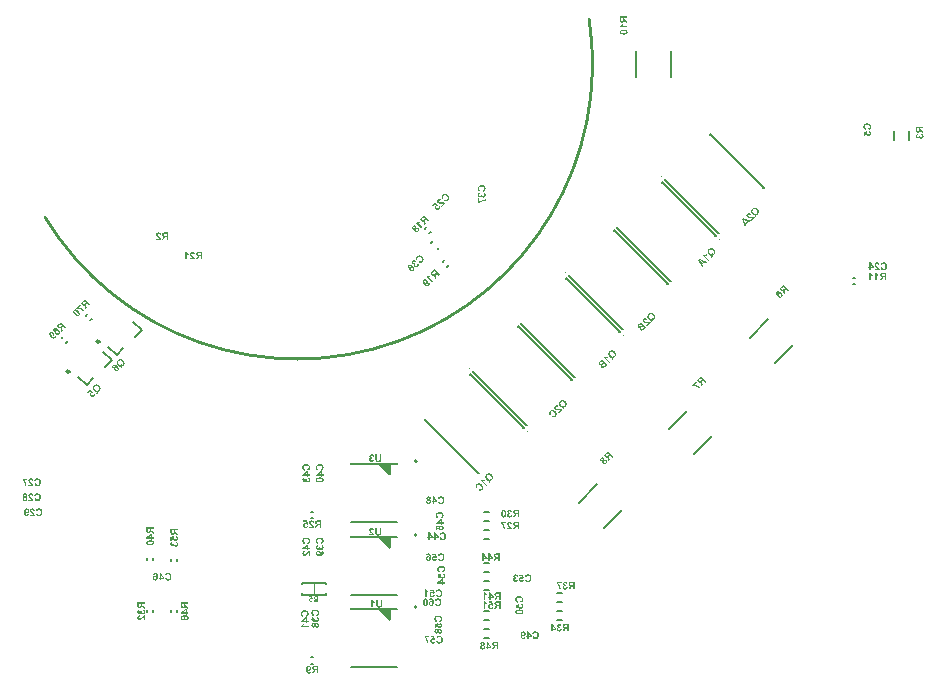
<source format=gbo>
G04*
G04 #@! TF.GenerationSoftware,Altium Limited,Altium Designer,24.1.2 (44)*
G04*
G04 Layer_Color=32896*
%FSLAX44Y44*%
%MOMM*%
G71*
G04*
G04 #@! TF.SameCoordinates,C067CD15-9508-4875-9725-B3D5D2F0FA69*
G04*
G04*
G04 #@! TF.FilePolarity,Positive*
G04*
G01*
G75*
%ADD10C,0.2000*%
%ADD11C,0.1300*%
%ADD12C,0.2500*%
%ADD14C,0.2540*%
%ADD15C,0.1500*%
%ADD152C,0.1000*%
G36*
X84240Y-462889D02*
X79274D01*
Y-470410D01*
Y-470714D01*
X78935Y-471221D01*
X78373Y-471454D01*
X77776Y-471335D01*
X77560Y-471120D01*
D01*
X69330Y-462889D01*
X45295D01*
X45095D01*
X44726Y-462736D01*
X44444Y-462454D01*
X44291Y-462085D01*
Y-461885D01*
Y-461686D01*
X44444Y-461317D01*
X44726Y-461034D01*
X45095Y-460882D01*
X45295D01*
D01*
X84240D01*
X84656D01*
X85244Y-461470D01*
Y-462301D01*
X84656Y-462889D01*
X84240D01*
D01*
D02*
G37*
G36*
Y-401929D02*
X79274D01*
Y-409450D01*
Y-409754D01*
X78935Y-410261D01*
X78373Y-410494D01*
X77776Y-410375D01*
X77560Y-410160D01*
D01*
X69330Y-401929D01*
X45295D01*
X45095D01*
X44726Y-401776D01*
X44444Y-401494D01*
X44291Y-401125D01*
Y-400925D01*
Y-400726D01*
X44444Y-400357D01*
X44726Y-400074D01*
X45095Y-399922D01*
X45295D01*
D01*
X84240D01*
X84656D01*
X85244Y-400510D01*
Y-401341D01*
X84656Y-401929D01*
X84240D01*
D01*
D02*
G37*
G36*
Y-339699D02*
X79274D01*
Y-347220D01*
Y-347524D01*
X78935Y-348031D01*
X78373Y-348264D01*
X77776Y-348145D01*
X77560Y-347930D01*
D01*
X69330Y-339699D01*
X45295D01*
X45095D01*
X44726Y-339546D01*
X44444Y-339264D01*
X44291Y-338895D01*
Y-338695D01*
Y-338496D01*
X44444Y-338127D01*
X44726Y-337844D01*
X45095Y-337692D01*
X45295D01*
D01*
X84240D01*
X84656D01*
X85244Y-338280D01*
Y-339111D01*
X84656Y-339699D01*
X84240D01*
D01*
D02*
G37*
G36*
X13139Y-453509D02*
X12389Y-453618D01*
X12330Y-453555D01*
X12266Y-453502D01*
X12203Y-453453D01*
X12144Y-453414D01*
X12081Y-453380D01*
X12021Y-453351D01*
X11965Y-453327D01*
X11909Y-453309D01*
X11860Y-453292D01*
X11814Y-453281D01*
X11772Y-453274D01*
X11737Y-453271D01*
X11709Y-453267D01*
X11688Y-453264D01*
X11671D01*
X11611Y-453267D01*
X11555Y-453274D01*
X11506Y-453285D01*
X11453Y-453299D01*
X11366Y-453334D01*
X11327Y-453355D01*
X11292Y-453376D01*
X11260Y-453397D01*
X11232Y-453418D01*
X11208Y-453436D01*
X11187Y-453453D01*
X11173Y-453467D01*
X11162Y-453478D01*
X11155Y-453485D01*
X11152Y-453488D01*
X11117Y-453534D01*
X11085Y-453583D01*
X11057Y-453632D01*
X11033Y-453688D01*
X11015Y-453744D01*
X10998Y-453800D01*
X10973Y-453909D01*
X10966Y-453961D01*
X10959Y-454007D01*
X10955Y-454049D01*
X10952Y-454087D01*
X10948Y-454119D01*
Y-454140D01*
Y-454158D01*
Y-454161D01*
X10952Y-454249D01*
X10955Y-454329D01*
X10966Y-454407D01*
X10980Y-454477D01*
X10994Y-454540D01*
X11012Y-454599D01*
X11033Y-454652D01*
X11050Y-454701D01*
X11068Y-454743D01*
X11089Y-454778D01*
X11106Y-454810D01*
X11120Y-454834D01*
X11134Y-454855D01*
X11141Y-454869D01*
X11148Y-454876D01*
X11152Y-454880D01*
X11190Y-454922D01*
X11229Y-454957D01*
X11271Y-454988D01*
X11313Y-455016D01*
X11355Y-455037D01*
X11394Y-455059D01*
X11471Y-455087D01*
X11541Y-455101D01*
X11569Y-455107D01*
X11594Y-455111D01*
X11615Y-455115D01*
X11643D01*
X11688Y-455111D01*
X11734Y-455107D01*
X11821Y-455087D01*
X11898Y-455059D01*
X11965Y-455023D01*
X12018Y-454988D01*
X12042Y-454974D01*
X12060Y-454960D01*
X12074Y-454950D01*
X12084Y-454939D01*
X12091Y-454936D01*
X12095Y-454932D01*
X12130Y-454897D01*
X12161Y-454859D01*
X12210Y-454778D01*
X12253Y-454694D01*
X12284Y-454613D01*
X12305Y-454543D01*
X12312Y-454512D01*
X12315Y-454487D01*
X12323Y-454466D01*
Y-454449D01*
X12326Y-454438D01*
Y-454435D01*
X13251Y-454533D01*
X13234Y-454645D01*
X13206Y-454747D01*
X13174Y-454848D01*
X13139Y-454939D01*
X13097Y-455027D01*
X13055Y-455104D01*
X13013Y-455178D01*
X12967Y-455244D01*
X12925Y-455304D01*
X12883Y-455353D01*
X12848Y-455398D01*
X12813Y-455434D01*
X12785Y-455462D01*
X12764Y-455483D01*
X12750Y-455497D01*
X12747Y-455500D01*
X12666Y-455563D01*
X12578Y-455619D01*
X12487Y-455665D01*
X12396Y-455707D01*
X12305Y-455742D01*
X12214Y-455770D01*
X12126Y-455795D01*
X12042Y-455812D01*
X11961Y-455826D01*
X11888Y-455840D01*
X11821Y-455847D01*
X11765Y-455851D01*
X11716Y-455854D01*
X11681Y-455858D01*
X11653D01*
X11576Y-455854D01*
X11499Y-455851D01*
X11355Y-455830D01*
X11218Y-455798D01*
X11092Y-455756D01*
X10977Y-455710D01*
X10868Y-455654D01*
X10770Y-455598D01*
X10682Y-455535D01*
X10605Y-455476D01*
X10535Y-455420D01*
X10475Y-455363D01*
X10430Y-455318D01*
X10391Y-455276D01*
X10363Y-455244D01*
X10349Y-455223D01*
X10342Y-455216D01*
X10279Y-455125D01*
X10226Y-455034D01*
X10181Y-454943D01*
X10139Y-454852D01*
X10104Y-454761D01*
X10076Y-454673D01*
X10055Y-454585D01*
X10034Y-454505D01*
X10020Y-454431D01*
X10009Y-454361D01*
X10002Y-454301D01*
X9999Y-454249D01*
X9995Y-454207D01*
X9992Y-454175D01*
Y-454154D01*
Y-454147D01*
X9995Y-454014D01*
X10009Y-453891D01*
X10030Y-453772D01*
X10058Y-453660D01*
X10090Y-453558D01*
X10128Y-453460D01*
X10167Y-453372D01*
X10205Y-453292D01*
X10247Y-453222D01*
X10286Y-453159D01*
X10321Y-453103D01*
X10356Y-453057D01*
X10384Y-453022D01*
X10405Y-452997D01*
X10419Y-452980D01*
X10423Y-452976D01*
X10507Y-452896D01*
X10591Y-452826D01*
X10679Y-452766D01*
X10770Y-452714D01*
X10857Y-452671D01*
X10945Y-452633D01*
X11029Y-452605D01*
X11110Y-452580D01*
X11183Y-452563D01*
X11253Y-452549D01*
X11313Y-452538D01*
X11369Y-452531D01*
X11411Y-452528D01*
X11443Y-452524D01*
X11530D01*
X11590Y-452531D01*
X11709Y-452549D01*
X11814Y-452573D01*
X11867Y-452587D01*
X11912Y-452601D01*
X11954Y-452619D01*
X11993Y-452633D01*
X12025Y-452647D01*
X12056Y-452657D01*
X12077Y-452668D01*
X12095Y-452675D01*
X12105Y-452678D01*
X12109Y-452682D01*
X11958Y-451855D01*
X10205D01*
Y-450985D01*
X12663D01*
X13139Y-453509D01*
D02*
G37*
G36*
X17948Y-455774D02*
X16970D01*
Y-453747D01*
X16715D01*
X16655Y-453751D01*
X16602D01*
X16557Y-453755D01*
X16511Y-453762D01*
X16469Y-453765D01*
X16434Y-453769D01*
X16403Y-453776D01*
X16375Y-453779D01*
X16350Y-453786D01*
X16329Y-453790D01*
X16312Y-453793D01*
X16301Y-453797D01*
X16290Y-453800D01*
X16283Y-453804D01*
X16224Y-453828D01*
X16171Y-453860D01*
X16122Y-453891D01*
X16077Y-453926D01*
X16042Y-453958D01*
X16013Y-453982D01*
X15996Y-454000D01*
X15989Y-454007D01*
X15961Y-454039D01*
X15926Y-454081D01*
X15887Y-454126D01*
X15849Y-454179D01*
X15807Y-454238D01*
X15765Y-454298D01*
X15677Y-454417D01*
X15635Y-454477D01*
X15596Y-454533D01*
X15561Y-454582D01*
X15530Y-454627D01*
X15505Y-454666D01*
X15488Y-454694D01*
X15474Y-454711D01*
X15470Y-454719D01*
X14766Y-455774D01*
X13591D01*
X14184Y-454827D01*
X14247Y-454725D01*
X14310Y-454631D01*
X14366Y-454547D01*
X14419Y-454466D01*
X14468Y-454396D01*
X14513Y-454329D01*
X14555Y-454273D01*
X14594Y-454224D01*
X14629Y-454179D01*
X14657Y-454140D01*
X14682Y-454109D01*
X14703Y-454084D01*
X14720Y-454067D01*
X14731Y-454053D01*
X14738Y-454045D01*
X14741Y-454042D01*
X14822Y-453961D01*
X14909Y-453884D01*
X14997Y-453814D01*
X15081Y-453751D01*
X15120Y-453727D01*
X15155Y-453702D01*
X15186Y-453681D01*
X15214Y-453663D01*
X15235Y-453649D01*
X15253Y-453639D01*
X15263Y-453635D01*
X15267Y-453632D01*
X15151Y-453611D01*
X15043Y-453586D01*
X14941Y-453558D01*
X14846Y-453523D01*
X14759Y-453488D01*
X14682Y-453450D01*
X14612Y-453414D01*
X14545Y-453376D01*
X14489Y-453337D01*
X14440Y-453302D01*
X14401Y-453271D01*
X14366Y-453243D01*
X14342Y-453218D01*
X14320Y-453201D01*
X14310Y-453190D01*
X14306Y-453187D01*
X14250Y-453117D01*
X14201Y-453046D01*
X14156Y-452969D01*
X14121Y-452896D01*
X14089Y-452819D01*
X14061Y-452745D01*
X14040Y-452671D01*
X14023Y-452601D01*
X14012Y-452535D01*
X14001Y-452475D01*
X13994Y-452419D01*
X13987Y-452374D01*
Y-452335D01*
X13984Y-452307D01*
Y-452289D01*
Y-452282D01*
X13987Y-452202D01*
X13994Y-452128D01*
X14005Y-452054D01*
X14016Y-451984D01*
X14033Y-451918D01*
X14051Y-451855D01*
X14072Y-451795D01*
X14089Y-451743D01*
X14110Y-451693D01*
X14131Y-451648D01*
X14149Y-451613D01*
X14163Y-451581D01*
X14177Y-451557D01*
X14187Y-451536D01*
X14194Y-451525D01*
X14198Y-451522D01*
X14240Y-451462D01*
X14282Y-451406D01*
X14327Y-451353D01*
X14373Y-451308D01*
X14422Y-451266D01*
X14468Y-451227D01*
X14513Y-451192D01*
X14559Y-451161D01*
X14601Y-451136D01*
X14640Y-451115D01*
X14675Y-451094D01*
X14703Y-451080D01*
X14727Y-451070D01*
X14748Y-451063D01*
X14759Y-451055D01*
X14762D01*
X14832Y-451031D01*
X14913Y-451010D01*
X14997Y-450992D01*
X15085Y-450978D01*
X15274Y-450954D01*
X15365Y-450947D01*
X15456Y-450940D01*
X15544Y-450933D01*
X15625Y-450929D01*
X15698Y-450926D01*
X15765D01*
X15817Y-450922D01*
X17948D01*
Y-455774D01*
D02*
G37*
G36*
X63218Y-330753D02*
X63398Y-330776D01*
X63481Y-330790D01*
X63560Y-330809D01*
X63634Y-330823D01*
X63703Y-330841D01*
X63763Y-330860D01*
X63819Y-330878D01*
X63865Y-330896D01*
X63907Y-330910D01*
X63939Y-330924D01*
X63962Y-330933D01*
X63976Y-330938D01*
X63980Y-330943D01*
X64133Y-331021D01*
X64198Y-331068D01*
X64262Y-331114D01*
X64323Y-331155D01*
X64378Y-331202D01*
X64429Y-331248D01*
X64471Y-331289D01*
X64512Y-331331D01*
X64549Y-331368D01*
X64577Y-331400D01*
X64600Y-331433D01*
X64623Y-331456D01*
X64637Y-331474D01*
X64642Y-331484D01*
X64646Y-331488D01*
X64688Y-331558D01*
X64729Y-331627D01*
X64799Y-331780D01*
X64859Y-331937D01*
X64910Y-332085D01*
X64933Y-332149D01*
X64947Y-332214D01*
X64965Y-332270D01*
X64974Y-332320D01*
X64984Y-332362D01*
X64993Y-332390D01*
X64998Y-332413D01*
Y-332417D01*
X63870Y-332607D01*
X63860Y-332533D01*
X63847Y-332459D01*
X63828Y-332394D01*
X63809Y-332334D01*
X63786Y-332274D01*
X63763Y-332223D01*
X63740Y-332177D01*
X63717Y-332136D01*
X63694Y-332099D01*
X63675Y-332066D01*
X63652Y-332038D01*
X63639Y-332015D01*
X63620Y-331997D01*
X63611Y-331983D01*
X63606Y-331978D01*
X63601Y-331974D01*
X63560Y-331937D01*
X63514Y-331900D01*
X63421Y-331844D01*
X63329Y-331807D01*
X63246Y-331780D01*
X63172Y-331761D01*
X63139Y-331756D01*
X63112D01*
X63093Y-331752D01*
X63061D01*
X62945Y-331761D01*
X62848Y-331784D01*
X62760Y-331812D01*
X62686Y-331849D01*
X62626Y-331886D01*
X62585Y-331914D01*
X62557Y-331937D01*
X62547Y-331946D01*
X62483Y-332024D01*
X62436Y-332108D01*
X62400Y-332191D01*
X62376Y-332274D01*
X62363Y-332348D01*
X62358Y-332376D01*
Y-332404D01*
X62353Y-332427D01*
Y-332445D01*
Y-332454D01*
Y-332459D01*
X62358Y-332528D01*
X62363Y-332593D01*
X62376Y-332658D01*
X62395Y-332713D01*
X62436Y-332820D01*
X62483Y-332907D01*
X62510Y-332944D01*
X62534Y-332977D01*
X62557Y-333004D01*
X62575Y-333028D01*
X62594Y-333046D01*
X62608Y-333060D01*
X62612Y-333065D01*
X62617Y-333069D01*
X62668Y-333111D01*
X62723Y-333143D01*
X62783Y-333171D01*
X62848Y-333199D01*
X62973Y-333236D01*
X63098Y-333259D01*
X63153Y-333268D01*
X63208Y-333273D01*
X63255Y-333277D01*
X63296Y-333282D01*
X63380D01*
X63514Y-334280D01*
X63398Y-334248D01*
X63292Y-334225D01*
X63195Y-334211D01*
X63112Y-334197D01*
X63047Y-334193D01*
X63019D01*
X62996Y-334188D01*
X62954D01*
X62890Y-334193D01*
X62825Y-334202D01*
X62765Y-334211D01*
X62709Y-334230D01*
X62608Y-334276D01*
X62520Y-334322D01*
X62446Y-334373D01*
X62418Y-334396D01*
X62395Y-334419D01*
X62372Y-334438D01*
X62358Y-334447D01*
X62353Y-334456D01*
X62349Y-334461D01*
X62302Y-334512D01*
X62266Y-334572D01*
X62233Y-334632D01*
X62205Y-334692D01*
X62159Y-334812D01*
X62131Y-334932D01*
X62118Y-334983D01*
X62113Y-335034D01*
X62108Y-335080D01*
X62104Y-335117D01*
X62099Y-335149D01*
Y-335177D01*
Y-335191D01*
Y-335196D01*
X62104Y-335284D01*
X62108Y-335371D01*
X62122Y-335450D01*
X62141Y-335524D01*
X62159Y-335593D01*
X62182Y-335658D01*
X62205Y-335714D01*
X62228Y-335769D01*
X62256Y-335815D01*
X62279Y-335857D01*
X62302Y-335889D01*
X62321Y-335922D01*
X62339Y-335945D01*
X62353Y-335959D01*
X62358Y-335968D01*
X62363Y-335972D01*
X62413Y-336023D01*
X62464Y-336065D01*
X62515Y-336106D01*
X62571Y-336139D01*
X62626Y-336166D01*
X62677Y-336190D01*
X62779Y-336222D01*
X62866Y-336245D01*
X62903Y-336250D01*
X62936Y-336254D01*
X62964Y-336259D01*
X63000D01*
X63065Y-336254D01*
X63125Y-336250D01*
X63241Y-336222D01*
X63343Y-336185D01*
X63430Y-336139D01*
X63504Y-336097D01*
X63532Y-336079D01*
X63555Y-336060D01*
X63574Y-336046D01*
X63588Y-336032D01*
X63597Y-336028D01*
X63601Y-336023D01*
X63643Y-335977D01*
X63685Y-335926D01*
X63749Y-335811D01*
X63805Y-335695D01*
X63842Y-335584D01*
X63860Y-335533D01*
X63870Y-335482D01*
X63884Y-335441D01*
X63888Y-335399D01*
X63897Y-335367D01*
Y-335344D01*
X63902Y-335330D01*
Y-335325D01*
X65090Y-335473D01*
X65067Y-335621D01*
X65034Y-335760D01*
X64998Y-335894D01*
X64951Y-336014D01*
X64896Y-336130D01*
X64840Y-336241D01*
X64785Y-336338D01*
X64725Y-336425D01*
X64669Y-336504D01*
X64614Y-336578D01*
X64563Y-336638D01*
X64521Y-336684D01*
X64484Y-336726D01*
X64452Y-336754D01*
X64434Y-336772D01*
X64429Y-336777D01*
X64318Y-336865D01*
X64202Y-336943D01*
X64082Y-337008D01*
X63962Y-337063D01*
X63842Y-337114D01*
X63722Y-337156D01*
X63606Y-337188D01*
X63495Y-337211D01*
X63389Y-337234D01*
X63296Y-337248D01*
X63208Y-337262D01*
X63135Y-337267D01*
X63074Y-337271D01*
X63028Y-337276D01*
X62991D01*
X62825Y-337271D01*
X62663Y-337248D01*
X62510Y-337220D01*
X62367Y-337184D01*
X62228Y-337137D01*
X62104Y-337086D01*
X61988Y-337036D01*
X61882Y-336980D01*
X61789Y-336925D01*
X61701Y-336869D01*
X61632Y-336823D01*
X61572Y-336777D01*
X61526Y-336740D01*
X61489Y-336707D01*
X61470Y-336689D01*
X61461Y-336684D01*
X61350Y-336569D01*
X61258Y-336453D01*
X61175Y-336333D01*
X61101Y-336208D01*
X61045Y-336088D01*
X60994Y-335968D01*
X60953Y-335852D01*
X60920Y-335741D01*
X60893Y-335639D01*
X60874Y-335547D01*
X60860Y-335459D01*
X60851Y-335390D01*
X60846Y-335330D01*
X60842Y-335284D01*
Y-335256D01*
Y-335247D01*
X60846Y-335140D01*
X60855Y-335039D01*
X60874Y-334941D01*
X60893Y-334849D01*
X60916Y-334761D01*
X60943Y-334678D01*
X60976Y-334604D01*
X61003Y-334535D01*
X61036Y-334475D01*
X61068Y-334419D01*
X61096Y-334368D01*
X61119Y-334331D01*
X61137Y-334299D01*
X61156Y-334276D01*
X61165Y-334262D01*
X61170Y-334257D01*
X61235Y-334183D01*
X61304Y-334119D01*
X61373Y-334054D01*
X61447Y-334003D01*
X61517Y-333952D01*
X61591Y-333911D01*
X61665Y-333874D01*
X61734Y-333841D01*
X61799Y-333814D01*
X61859Y-333790D01*
X61909Y-333767D01*
X61956Y-333753D01*
X61997Y-333744D01*
X62025Y-333735D01*
X62044Y-333730D01*
X62048D01*
X61965Y-333684D01*
X61886Y-333633D01*
X61812Y-333582D01*
X61743Y-333527D01*
X61678Y-333476D01*
X61618Y-333421D01*
X61512Y-333310D01*
X61424Y-333194D01*
X61350Y-333083D01*
X61290Y-332972D01*
X61239Y-332870D01*
X61202Y-332769D01*
X61175Y-332676D01*
X61151Y-332598D01*
X61137Y-332524D01*
X61128Y-332464D01*
X61124Y-332422D01*
Y-332394D01*
Y-332385D01*
X61128Y-332274D01*
X61142Y-332168D01*
X61165Y-332066D01*
X61193Y-331969D01*
X61230Y-331877D01*
X61267Y-331789D01*
X61309Y-331706D01*
X61350Y-331632D01*
X61392Y-331562D01*
X61433Y-331502D01*
X61470Y-331451D01*
X61507Y-331405D01*
X61535Y-331368D01*
X61558Y-331345D01*
X61572Y-331326D01*
X61577Y-331322D01*
X61683Y-331220D01*
X61794Y-331132D01*
X61914Y-331054D01*
X62034Y-330989D01*
X62154Y-330933D01*
X62275Y-330883D01*
X62390Y-330846D01*
X62506Y-330818D01*
X62612Y-330790D01*
X62709Y-330776D01*
X62797Y-330762D01*
X62876Y-330753D01*
X62936Y-330749D01*
X62982Y-330744D01*
X63121D01*
X63218Y-330753D01*
D02*
G37*
G36*
X71238Y-334183D02*
Y-334378D01*
X71234Y-334562D01*
X71224Y-334734D01*
X71220Y-334891D01*
X71211Y-335034D01*
X71197Y-335168D01*
X71188Y-335288D01*
X71174Y-335395D01*
X71164Y-335492D01*
X71155Y-335575D01*
X71141Y-335644D01*
X71132Y-335704D01*
X71123Y-335746D01*
X71118Y-335778D01*
X71114Y-335801D01*
Y-335806D01*
X71072Y-335945D01*
X71021Y-336074D01*
X70961Y-336194D01*
X70901Y-336301D01*
X70873Y-336347D01*
X70845Y-336393D01*
X70818Y-336430D01*
X70795Y-336458D01*
X70781Y-336485D01*
X70767Y-336504D01*
X70758Y-336513D01*
X70753Y-336518D01*
X70642Y-336638D01*
X70517Y-336744D01*
X70392Y-336842D01*
X70272Y-336920D01*
X70217Y-336952D01*
X70166Y-336985D01*
X70120Y-337008D01*
X70083Y-337031D01*
X70050Y-337045D01*
X70023Y-337059D01*
X70009Y-337063D01*
X70004Y-337068D01*
X69912Y-337105D01*
X69810Y-337137D01*
X69699Y-337165D01*
X69588Y-337188D01*
X69357Y-337225D01*
X69241Y-337239D01*
X69130Y-337248D01*
X69024Y-337257D01*
X68927Y-337267D01*
X68839Y-337271D01*
X68765D01*
X68700Y-337276D01*
X68613D01*
X68474Y-337271D01*
X68340Y-337267D01*
X68220Y-337257D01*
X68099Y-337244D01*
X67993Y-337230D01*
X67891Y-337216D01*
X67799Y-337197D01*
X67711Y-337179D01*
X67637Y-337160D01*
X67572Y-337142D01*
X67517Y-337128D01*
X67466Y-337114D01*
X67429Y-337100D01*
X67406Y-337091D01*
X67387Y-337082D01*
X67383D01*
X67295Y-337045D01*
X67217Y-337003D01*
X67138Y-336962D01*
X67069Y-336920D01*
X66999Y-336874D01*
X66939Y-336832D01*
X66884Y-336791D01*
X66833Y-336749D01*
X66787Y-336712D01*
X66745Y-336675D01*
X66713Y-336643D01*
X66685Y-336620D01*
X66662Y-336596D01*
X66648Y-336578D01*
X66639Y-336569D01*
X66634Y-336564D01*
X66537Y-336435D01*
X66454Y-336301D01*
X66389Y-336166D01*
X66333Y-336037D01*
X66310Y-335982D01*
X66292Y-335926D01*
X66278Y-335880D01*
X66269Y-335838D01*
X66255Y-335806D01*
X66250Y-335783D01*
X66246Y-335764D01*
Y-335760D01*
X66227Y-335663D01*
X66209Y-335552D01*
X66195Y-335432D01*
X66186Y-335307D01*
X66172Y-335173D01*
X66167Y-335034D01*
X66158Y-334900D01*
X66153Y-334766D01*
X66149Y-334641D01*
X66144Y-334521D01*
Y-334414D01*
X66139Y-334317D01*
Y-334280D01*
Y-334244D01*
Y-334211D01*
Y-334183D01*
Y-334160D01*
Y-334146D01*
Y-334137D01*
Y-334132D01*
Y-330767D01*
X67429D01*
Y-334308D01*
Y-334447D01*
X67434Y-334572D01*
Y-334692D01*
X67438Y-334798D01*
X67443Y-334900D01*
X67448Y-334988D01*
X67452Y-335066D01*
X67457Y-335140D01*
X67466Y-335200D01*
X67471Y-335256D01*
X67475Y-335297D01*
X67480Y-335334D01*
X67485Y-335362D01*
Y-335385D01*
X67489Y-335395D01*
Y-335399D01*
X67503Y-335459D01*
X67522Y-335515D01*
X67563Y-335621D01*
X67619Y-335714D01*
X67679Y-335797D01*
X67734Y-335861D01*
X67780Y-335908D01*
X67799Y-335926D01*
X67813Y-335940D01*
X67822Y-335945D01*
X67827Y-335949D01*
X67882Y-335986D01*
X67942Y-336023D01*
X68072Y-336079D01*
X68210Y-336116D01*
X68344Y-336143D01*
X68409Y-336153D01*
X68465Y-336157D01*
X68520Y-336166D01*
X68562D01*
X68603Y-336171D01*
X68654D01*
X68751Y-336166D01*
X68848Y-336162D01*
X68932Y-336148D01*
X69015Y-336134D01*
X69093Y-336116D01*
X69163Y-336097D01*
X69227Y-336074D01*
X69283Y-336051D01*
X69338Y-336032D01*
X69380Y-336009D01*
X69422Y-335991D01*
X69454Y-335972D01*
X69477Y-335959D01*
X69496Y-335945D01*
X69505Y-335940D01*
X69509Y-335935D01*
X69565Y-335889D01*
X69616Y-335838D01*
X69662Y-335788D01*
X69704Y-335737D01*
X69768Y-335635D01*
X69824Y-335533D01*
X69861Y-335445D01*
X69875Y-335404D01*
X69884Y-335371D01*
X69893Y-335344D01*
X69898Y-335325D01*
X69902Y-335311D01*
Y-335307D01*
X69912Y-335256D01*
X69916Y-335191D01*
X69925Y-335117D01*
X69930Y-335034D01*
X69935Y-334951D01*
X69939Y-334858D01*
X69944Y-334678D01*
Y-334590D01*
Y-334507D01*
X69949Y-334433D01*
Y-334368D01*
Y-334313D01*
Y-334271D01*
Y-334244D01*
Y-334234D01*
Y-330767D01*
X71238D01*
Y-334183D01*
D02*
G37*
G36*
X63065Y-392979D02*
X63218Y-392993D01*
X63361Y-393016D01*
X63500Y-393043D01*
X63625Y-393076D01*
X63745Y-393113D01*
X63856Y-393154D01*
X63953Y-393196D01*
X64041Y-393237D01*
X64124Y-393279D01*
X64189Y-393316D01*
X64249Y-393348D01*
X64290Y-393376D01*
X64323Y-393399D01*
X64346Y-393413D01*
X64350Y-393418D01*
X64452Y-393506D01*
X64545Y-393607D01*
X64628Y-393714D01*
X64697Y-393829D01*
X64762Y-393949D01*
X64817Y-394070D01*
X64864Y-394190D01*
X64905Y-394310D01*
X64938Y-394421D01*
X64965Y-394527D01*
X64988Y-394620D01*
X65002Y-394703D01*
X65016Y-394772D01*
X65021Y-394800D01*
X65025Y-394823D01*
Y-394842D01*
X65030Y-394855D01*
Y-394865D01*
Y-394869D01*
X63809Y-394990D01*
X63800Y-394893D01*
X63791Y-394805D01*
X63773Y-394721D01*
X63754Y-394643D01*
X63735Y-394574D01*
X63712Y-394509D01*
X63689Y-394453D01*
X63666Y-394402D01*
X63643Y-394361D01*
X63625Y-394324D01*
X63606Y-394291D01*
X63588Y-394268D01*
X63574Y-394245D01*
X63560Y-394231D01*
X63555Y-394227D01*
X63551Y-394222D01*
X63504Y-394180D01*
X63458Y-394144D01*
X63407Y-394116D01*
X63361Y-394088D01*
X63255Y-394047D01*
X63158Y-394019D01*
X63070Y-394005D01*
X63033Y-393996D01*
X63000D01*
X62973Y-393991D01*
X62936D01*
X62866Y-393996D01*
X62797Y-394000D01*
X62677Y-394023D01*
X62571Y-394060D01*
X62483Y-394102D01*
X62450Y-394120D01*
X62418Y-394144D01*
X62390Y-394162D01*
X62367Y-394176D01*
X62349Y-394194D01*
X62335Y-394204D01*
X62330Y-394208D01*
X62326Y-394213D01*
X62289Y-394254D01*
X62252Y-394305D01*
X62196Y-394402D01*
X62159Y-394509D01*
X62131Y-394610D01*
X62113Y-394703D01*
X62108Y-394740D01*
Y-394772D01*
X62104Y-394805D01*
Y-394823D01*
Y-394837D01*
Y-394842D01*
X62108Y-394911D01*
X62113Y-394980D01*
X62145Y-395119D01*
X62182Y-395244D01*
X62228Y-395359D01*
X62256Y-395410D01*
X62279Y-395456D01*
X62298Y-395493D01*
X62316Y-395530D01*
X62335Y-395558D01*
X62349Y-395577D01*
X62353Y-395591D01*
X62358Y-395595D01*
X62400Y-395651D01*
X62455Y-395720D01*
X62520Y-395794D01*
X62598Y-395872D01*
X62677Y-395960D01*
X62765Y-396044D01*
X62936Y-396219D01*
X63024Y-396302D01*
X63102Y-396381D01*
X63176Y-396450D01*
X63241Y-396515D01*
X63296Y-396566D01*
X63338Y-396608D01*
X63366Y-396631D01*
X63370Y-396635D01*
X63375Y-396640D01*
X63560Y-396815D01*
X63731Y-396982D01*
X63884Y-397135D01*
X64027Y-397282D01*
X64152Y-397421D01*
X64267Y-397546D01*
X64364Y-397662D01*
X64452Y-397768D01*
X64526Y-397860D01*
X64591Y-397943D01*
X64646Y-398013D01*
X64688Y-398068D01*
X64716Y-398115D01*
X64739Y-398147D01*
X64753Y-398170D01*
X64757Y-398175D01*
X64817Y-398286D01*
X64873Y-398392D01*
X64924Y-398503D01*
X64970Y-398609D01*
X65007Y-398716D01*
X65039Y-398813D01*
X65072Y-398910D01*
X65095Y-399002D01*
X65118Y-399085D01*
X65132Y-399159D01*
X65146Y-399229D01*
X65155Y-399284D01*
X65164Y-399330D01*
X65169Y-399367D01*
X65173Y-399386D01*
Y-399395D01*
X60874D01*
Y-398258D01*
X63315D01*
X63278Y-398198D01*
X63236Y-398138D01*
X63195Y-398078D01*
X63153Y-398027D01*
X63121Y-397985D01*
X63088Y-397948D01*
X63070Y-397930D01*
X63065Y-397920D01*
X63033Y-397883D01*
X62987Y-397837D01*
X62940Y-397791D01*
X62885Y-397735D01*
X62760Y-397620D01*
X62635Y-397500D01*
X62575Y-397444D01*
X62520Y-397389D01*
X62464Y-397342D01*
X62418Y-397301D01*
X62381Y-397264D01*
X62349Y-397236D01*
X62330Y-397218D01*
X62326Y-397213D01*
X62219Y-397116D01*
X62122Y-397024D01*
X62034Y-396940D01*
X61956Y-396862D01*
X61882Y-396788D01*
X61817Y-396718D01*
X61757Y-396658D01*
X61706Y-396603D01*
X61660Y-396557D01*
X61623Y-396515D01*
X61591Y-396478D01*
X61563Y-396446D01*
X61544Y-396423D01*
X61530Y-396409D01*
X61526Y-396399D01*
X61521Y-396395D01*
X61406Y-396238D01*
X61304Y-396090D01*
X61221Y-395951D01*
X61184Y-395886D01*
X61151Y-395826D01*
X61124Y-395775D01*
X61101Y-395725D01*
X61077Y-395683D01*
X61059Y-395651D01*
X61050Y-395618D01*
X61040Y-395600D01*
X61031Y-395586D01*
Y-395581D01*
X60980Y-395433D01*
X60939Y-395285D01*
X60911Y-395147D01*
X60893Y-395022D01*
X60888Y-394966D01*
X60883Y-394916D01*
X60879Y-394869D01*
X60874Y-394832D01*
Y-394800D01*
Y-394777D01*
Y-394763D01*
Y-394758D01*
X60879Y-394620D01*
X60897Y-394486D01*
X60925Y-394356D01*
X60957Y-394236D01*
X60999Y-394125D01*
X61045Y-394019D01*
X61096Y-393926D01*
X61147Y-393839D01*
X61198Y-393760D01*
X61248Y-393686D01*
X61295Y-393630D01*
X61336Y-393580D01*
X61369Y-393538D01*
X61396Y-393510D01*
X61415Y-393492D01*
X61420Y-393487D01*
X61526Y-393395D01*
X61637Y-393316D01*
X61757Y-393251D01*
X61882Y-393191D01*
X62002Y-393140D01*
X62127Y-393099D01*
X62252Y-393066D01*
X62367Y-393039D01*
X62478Y-393016D01*
X62580Y-393002D01*
X62672Y-392988D01*
X62751Y-392983D01*
X62816Y-392979D01*
X62866Y-392974D01*
X62908D01*
X63065Y-392979D01*
D02*
G37*
G36*
X71206Y-396413D02*
Y-396608D01*
X71201Y-396792D01*
X71192Y-396964D01*
X71188Y-397121D01*
X71178Y-397264D01*
X71164Y-397398D01*
X71155Y-397518D01*
X71141Y-397625D01*
X71132Y-397722D01*
X71123Y-397805D01*
X71109Y-397874D01*
X71100Y-397934D01*
X71090Y-397976D01*
X71086Y-398008D01*
X71081Y-398031D01*
Y-398036D01*
X71040Y-398175D01*
X70989Y-398304D01*
X70929Y-398424D01*
X70869Y-398531D01*
X70841Y-398577D01*
X70813Y-398623D01*
X70785Y-398660D01*
X70762Y-398688D01*
X70748Y-398716D01*
X70735Y-398734D01*
X70725Y-398743D01*
X70721Y-398748D01*
X70610Y-398868D01*
X70485Y-398974D01*
X70360Y-399072D01*
X70240Y-399150D01*
X70184Y-399182D01*
X70134Y-399215D01*
X70087Y-399238D01*
X70050Y-399261D01*
X70018Y-399275D01*
X69990Y-399289D01*
X69976Y-399293D01*
X69972Y-399298D01*
X69879Y-399335D01*
X69777Y-399367D01*
X69667Y-399395D01*
X69556Y-399418D01*
X69324Y-399455D01*
X69209Y-399469D01*
X69098Y-399478D01*
X68992Y-399487D01*
X68895Y-399497D01*
X68807Y-399501D01*
X68733D01*
X68668Y-399506D01*
X68580D01*
X68442Y-399501D01*
X68307Y-399497D01*
X68187Y-399487D01*
X68067Y-399474D01*
X67961Y-399460D01*
X67859Y-399446D01*
X67767Y-399427D01*
X67679Y-399409D01*
X67605Y-399390D01*
X67540Y-399372D01*
X67485Y-399358D01*
X67434Y-399344D01*
X67397Y-399330D01*
X67374Y-399321D01*
X67355Y-399312D01*
X67351D01*
X67263Y-399275D01*
X67184Y-399233D01*
X67106Y-399192D01*
X67036Y-399150D01*
X66967Y-399104D01*
X66907Y-399062D01*
X66851Y-399021D01*
X66800Y-398979D01*
X66754Y-398942D01*
X66713Y-398905D01*
X66680Y-398873D01*
X66652Y-398850D01*
X66629Y-398826D01*
X66616Y-398808D01*
X66606Y-398799D01*
X66602Y-398794D01*
X66505Y-398665D01*
X66421Y-398531D01*
X66357Y-398396D01*
X66301Y-398267D01*
X66278Y-398212D01*
X66260Y-398156D01*
X66246Y-398110D01*
X66237Y-398068D01*
X66223Y-398036D01*
X66218Y-398013D01*
X66213Y-397994D01*
Y-397990D01*
X66195Y-397893D01*
X66176Y-397782D01*
X66163Y-397662D01*
X66153Y-397537D01*
X66139Y-397403D01*
X66135Y-397264D01*
X66125Y-397130D01*
X66121Y-396996D01*
X66116Y-396871D01*
X66112Y-396751D01*
Y-396645D01*
X66107Y-396547D01*
Y-396510D01*
Y-396474D01*
Y-396441D01*
Y-396413D01*
Y-396390D01*
Y-396376D01*
Y-396367D01*
Y-396362D01*
Y-392997D01*
X67397D01*
Y-396538D01*
Y-396677D01*
X67401Y-396802D01*
Y-396922D01*
X67406Y-397028D01*
X67411Y-397130D01*
X67415Y-397218D01*
X67420Y-397296D01*
X67425Y-397370D01*
X67434Y-397430D01*
X67438Y-397486D01*
X67443Y-397527D01*
X67448Y-397564D01*
X67452Y-397592D01*
Y-397615D01*
X67457Y-397625D01*
Y-397629D01*
X67471Y-397689D01*
X67489Y-397745D01*
X67531Y-397851D01*
X67586Y-397943D01*
X67646Y-398027D01*
X67702Y-398091D01*
X67748Y-398138D01*
X67767Y-398156D01*
X67780Y-398170D01*
X67790Y-398175D01*
X67794Y-398179D01*
X67850Y-398216D01*
X67910Y-398253D01*
X68039Y-398309D01*
X68178Y-398346D01*
X68312Y-398373D01*
X68377Y-398383D01*
X68432Y-398387D01*
X68488Y-398396D01*
X68529D01*
X68571Y-398401D01*
X68622D01*
X68719Y-398396D01*
X68816Y-398392D01*
X68899Y-398378D01*
X68982Y-398364D01*
X69061Y-398346D01*
X69130Y-398327D01*
X69195Y-398304D01*
X69250Y-398281D01*
X69306Y-398262D01*
X69348Y-398239D01*
X69389Y-398221D01*
X69422Y-398202D01*
X69445Y-398189D01*
X69463Y-398175D01*
X69472Y-398170D01*
X69477Y-398165D01*
X69532Y-398119D01*
X69583Y-398068D01*
X69630Y-398018D01*
X69671Y-397967D01*
X69736Y-397865D01*
X69791Y-397763D01*
X69828Y-397675D01*
X69842Y-397634D01*
X69851Y-397601D01*
X69861Y-397574D01*
X69865Y-397555D01*
X69870Y-397541D01*
Y-397537D01*
X69879Y-397486D01*
X69884Y-397421D01*
X69893Y-397347D01*
X69898Y-397264D01*
X69902Y-397181D01*
X69907Y-397088D01*
X69912Y-396908D01*
Y-396820D01*
Y-396737D01*
X69916Y-396663D01*
Y-396598D01*
Y-396543D01*
Y-396501D01*
Y-396474D01*
Y-396464D01*
Y-392997D01*
X71206D01*
Y-396413D01*
D02*
G37*
G36*
X63686Y-454040D02*
X63737Y-454147D01*
X63792Y-454248D01*
X63852Y-454341D01*
X63917Y-454433D01*
X63982Y-454516D01*
X64046Y-454595D01*
X64106Y-454669D01*
X64171Y-454734D01*
X64227Y-454789D01*
X64277Y-454840D01*
X64324Y-454882D01*
X64361Y-454914D01*
X64393Y-454942D01*
X64412Y-454956D01*
X64416Y-454960D01*
X64523Y-455039D01*
X64624Y-455113D01*
X64721Y-455177D01*
X64818Y-455238D01*
X64906Y-455293D01*
X64994Y-455339D01*
X65073Y-455381D01*
X65146Y-455423D01*
X65216Y-455455D01*
X65276Y-455483D01*
X65327Y-455501D01*
X65373Y-455520D01*
X65410Y-455533D01*
X65433Y-455543D01*
X65452Y-455552D01*
X65456D01*
Y-456666D01*
X65290Y-456606D01*
X65128Y-456541D01*
X64971Y-456467D01*
X64823Y-456393D01*
X64684Y-456319D01*
X64555Y-456241D01*
X64435Y-456162D01*
X64324Y-456088D01*
X64222Y-456019D01*
X64134Y-455950D01*
X64056Y-455889D01*
X63991Y-455839D01*
X63940Y-455797D01*
X63903Y-455765D01*
X63880Y-455746D01*
X63871Y-455737D01*
Y-460355D01*
X62646D01*
Y-453934D01*
X63644D01*
X63686Y-454040D01*
D02*
G37*
G36*
X71974Y-457373D02*
Y-457567D01*
X71970Y-457752D01*
X71961Y-457924D01*
X71956Y-458081D01*
X71947Y-458224D01*
X71933Y-458358D01*
X71924Y-458478D01*
X71910Y-458585D01*
X71900Y-458682D01*
X71891Y-458765D01*
X71877Y-458834D01*
X71868Y-458894D01*
X71859Y-458936D01*
X71854Y-458968D01*
X71850Y-458991D01*
Y-458996D01*
X71808Y-459135D01*
X71757Y-459264D01*
X71697Y-459384D01*
X71637Y-459491D01*
X71609Y-459537D01*
X71582Y-459583D01*
X71554Y-459620D01*
X71531Y-459648D01*
X71517Y-459675D01*
X71503Y-459694D01*
X71494Y-459703D01*
X71489Y-459708D01*
X71378Y-459828D01*
X71253Y-459934D01*
X71128Y-460032D01*
X71008Y-460110D01*
X70953Y-460142D01*
X70902Y-460175D01*
X70856Y-460198D01*
X70819Y-460221D01*
X70786Y-460235D01*
X70759Y-460249D01*
X70745Y-460253D01*
X70740Y-460258D01*
X70648Y-460295D01*
X70546Y-460327D01*
X70435Y-460355D01*
X70324Y-460378D01*
X70093Y-460415D01*
X69977Y-460429D01*
X69866Y-460438D01*
X69760Y-460448D01*
X69663Y-460457D01*
X69575Y-460461D01*
X69501D01*
X69436Y-460466D01*
X69349D01*
X69210Y-460461D01*
X69076Y-460457D01*
X68956Y-460448D01*
X68836Y-460434D01*
X68729Y-460420D01*
X68628Y-460406D01*
X68535Y-460387D01*
X68447Y-460369D01*
X68373Y-460350D01*
X68309Y-460332D01*
X68253Y-460318D01*
X68202Y-460304D01*
X68165Y-460290D01*
X68142Y-460281D01*
X68124Y-460272D01*
X68119D01*
X68031Y-460235D01*
X67953Y-460193D01*
X67874Y-460152D01*
X67805Y-460110D01*
X67735Y-460064D01*
X67675Y-460022D01*
X67620Y-459981D01*
X67569Y-459939D01*
X67523Y-459902D01*
X67481Y-459865D01*
X67449Y-459833D01*
X67421Y-459810D01*
X67398Y-459786D01*
X67384Y-459768D01*
X67375Y-459759D01*
X67370Y-459754D01*
X67273Y-459625D01*
X67190Y-459491D01*
X67125Y-459356D01*
X67070Y-459227D01*
X67046Y-459172D01*
X67028Y-459116D01*
X67014Y-459070D01*
X67005Y-459028D01*
X66991Y-458996D01*
X66986Y-458973D01*
X66982Y-458954D01*
Y-458950D01*
X66963Y-458853D01*
X66945Y-458742D01*
X66931Y-458621D01*
X66922Y-458497D01*
X66908Y-458363D01*
X66903Y-458224D01*
X66894Y-458090D01*
X66889Y-457956D01*
X66885Y-457831D01*
X66880Y-457711D01*
Y-457604D01*
X66876Y-457507D01*
Y-457470D01*
Y-457434D01*
Y-457401D01*
Y-457373D01*
Y-457350D01*
Y-457336D01*
Y-457327D01*
Y-457323D01*
Y-453957D01*
X68165D01*
Y-457498D01*
Y-457637D01*
X68170Y-457762D01*
Y-457882D01*
X68175Y-457988D01*
X68179Y-458090D01*
X68184Y-458178D01*
X68188Y-458256D01*
X68193Y-458330D01*
X68202Y-458390D01*
X68207Y-458446D01*
X68211Y-458487D01*
X68216Y-458524D01*
X68221Y-458552D01*
Y-458575D01*
X68225Y-458585D01*
Y-458589D01*
X68239Y-458649D01*
X68258Y-458705D01*
X68299Y-458811D01*
X68355Y-458904D01*
X68415Y-458987D01*
X68470Y-459051D01*
X68517Y-459098D01*
X68535Y-459116D01*
X68549Y-459130D01*
X68558Y-459135D01*
X68563Y-459139D01*
X68618Y-459176D01*
X68678Y-459213D01*
X68808Y-459269D01*
X68946Y-459306D01*
X69081Y-459333D01*
X69145Y-459343D01*
X69201Y-459347D01*
X69256Y-459356D01*
X69298D01*
X69339Y-459361D01*
X69390D01*
X69487Y-459356D01*
X69584Y-459352D01*
X69668Y-459338D01*
X69751Y-459324D01*
X69829Y-459306D01*
X69899Y-459287D01*
X69963Y-459264D01*
X70019Y-459241D01*
X70074Y-459222D01*
X70116Y-459199D01*
X70158Y-459181D01*
X70190Y-459162D01*
X70213Y-459148D01*
X70232Y-459135D01*
X70241Y-459130D01*
X70245Y-459125D01*
X70301Y-459079D01*
X70352Y-459028D01*
X70398Y-458978D01*
X70440Y-458927D01*
X70504Y-458825D01*
X70560Y-458723D01*
X70597Y-458635D01*
X70611Y-458594D01*
X70620Y-458561D01*
X70629Y-458534D01*
X70634Y-458515D01*
X70638Y-458501D01*
Y-458497D01*
X70648Y-458446D01*
X70652Y-458381D01*
X70662Y-458307D01*
X70666Y-458224D01*
X70671Y-458141D01*
X70675Y-458048D01*
X70680Y-457868D01*
Y-457780D01*
Y-457697D01*
X70685Y-457623D01*
Y-457558D01*
Y-457503D01*
Y-457461D01*
Y-457434D01*
Y-457424D01*
Y-453957D01*
X71974D01*
Y-457373D01*
D02*
G37*
G36*
X-175241Y-203833D02*
X-176153Y-204745D01*
X-178042Y-202855D01*
X-178281Y-203094D01*
X-178333Y-203153D01*
X-178382Y-203202D01*
X-178421Y-203248D01*
X-178457Y-203297D01*
X-178493Y-203339D01*
X-178523Y-203375D01*
X-178546Y-203411D01*
X-178568Y-203440D01*
X-178585Y-203470D01*
X-178601Y-203493D01*
X-178614Y-203512D01*
X-178621Y-203525D01*
X-178627Y-203538D01*
X-178631Y-203548D01*
X-178663Y-203627D01*
X-178683Y-203705D01*
X-178699Y-203780D01*
X-178709Y-203856D01*
X-178712Y-203918D01*
X-178715Y-203967D01*
Y-203999D01*
Y-204013D01*
X-178712Y-204068D01*
X-178706Y-204140D01*
X-178699Y-204218D01*
X-178686Y-204303D01*
X-178670Y-204398D01*
X-178653Y-204493D01*
X-178624Y-204686D01*
X-178608Y-204781D01*
X-178591Y-204869D01*
X-178578Y-204947D01*
X-178565Y-205019D01*
X-178552Y-205078D01*
X-178542Y-205121D01*
X-178539Y-205150D01*
X-178536Y-205160D01*
X-178209Y-206801D01*
X-179304Y-207896D01*
X-179634Y-206461D01*
X-179670Y-206307D01*
X-179699Y-206160D01*
X-179726Y-206029D01*
X-179752Y-205905D01*
X-179771Y-205794D01*
X-179791Y-205689D01*
X-179804Y-205598D01*
X-179814Y-205516D01*
X-179824Y-205441D01*
X-179834Y-205379D01*
X-179840Y-205326D01*
X-179843Y-205284D01*
Y-205251D01*
X-179847Y-205229D01*
Y-205215D01*
Y-205209D01*
Y-205058D01*
X-179837Y-204905D01*
X-179820Y-204758D01*
X-179801Y-204620D01*
X-179788Y-204562D01*
X-179778Y-204506D01*
X-179768Y-204457D01*
X-179758Y-204415D01*
X-179752Y-204382D01*
X-179745Y-204356D01*
X-179739Y-204343D01*
Y-204336D01*
X-179866Y-204424D01*
X-179990Y-204503D01*
X-180111Y-204571D01*
X-180232Y-204627D01*
X-180347Y-204676D01*
X-180455Y-204712D01*
X-180553Y-204745D01*
X-180651Y-204771D01*
X-180739Y-204787D01*
X-180817Y-204800D01*
X-180883Y-204807D01*
X-180942Y-204813D01*
X-180987D01*
X-181023Y-204817D01*
X-181049D01*
X-181167Y-204804D01*
X-181278Y-204784D01*
X-181393Y-204755D01*
X-181494Y-204718D01*
X-181595Y-204676D01*
X-181690Y-204634D01*
X-181778Y-204585D01*
X-181860Y-204536D01*
X-181932Y-204483D01*
X-181997Y-204437D01*
X-182056Y-204392D01*
X-182105Y-204356D01*
X-182141Y-204320D01*
X-182171Y-204297D01*
X-182187Y-204280D01*
X-182194Y-204274D01*
X-182265Y-204195D01*
X-182328Y-204120D01*
X-182386Y-204042D01*
X-182442Y-203967D01*
X-182488Y-203888D01*
X-182530Y-203813D01*
X-182566Y-203738D01*
X-182599Y-203673D01*
X-182625Y-203607D01*
X-182648Y-203545D01*
X-182664Y-203496D01*
X-182681Y-203454D01*
X-182690Y-203418D01*
X-182700Y-203388D01*
X-182703Y-203372D01*
Y-203365D01*
X-182720Y-203270D01*
X-182733Y-203179D01*
X-182740Y-203087D01*
Y-203002D01*
X-182733Y-202917D01*
X-182726Y-202839D01*
X-182717Y-202764D01*
X-182703Y-202692D01*
X-182687Y-202630D01*
X-182671Y-202574D01*
X-182658Y-202522D01*
X-182645Y-202483D01*
X-182632Y-202450D01*
X-182619Y-202424D01*
X-182615Y-202407D01*
X-182612Y-202404D01*
X-182570Y-202316D01*
X-182514Y-202221D01*
X-182452Y-202126D01*
X-182383Y-202032D01*
X-182229Y-201832D01*
X-182151Y-201741D01*
X-182073Y-201649D01*
X-181997Y-201561D01*
X-181926Y-201482D01*
X-181860Y-201411D01*
X-181798Y-201348D01*
X-181752Y-201296D01*
X-179765Y-199309D01*
X-175241Y-203833D01*
D02*
G37*
G36*
X-183269Y-204539D02*
X-185240Y-206510D01*
X-184982Y-206546D01*
X-184724Y-206588D01*
X-184475Y-206641D01*
X-184230Y-206696D01*
X-183995Y-206761D01*
X-183769Y-206824D01*
X-183557Y-206892D01*
X-183357Y-206954D01*
X-183174Y-207020D01*
X-183011Y-207079D01*
X-182936Y-207108D01*
X-182870Y-207134D01*
X-182805Y-207160D01*
X-182743Y-207183D01*
X-182694Y-207206D01*
X-182648Y-207226D01*
X-182609Y-207239D01*
X-182573Y-207255D01*
X-182550Y-207265D01*
X-182527Y-207275D01*
X-182517Y-207278D01*
X-182514Y-207281D01*
X-182265Y-207399D01*
X-182030Y-207523D01*
X-181805Y-207651D01*
X-181589Y-207775D01*
X-181386Y-207906D01*
X-181197Y-208030D01*
X-181023Y-208157D01*
X-180863Y-208272D01*
X-180719Y-208383D01*
X-180654Y-208435D01*
X-180592Y-208484D01*
X-180533Y-208530D01*
X-180481Y-208576D01*
X-180432Y-208618D01*
X-180389Y-208654D01*
X-180347Y-208690D01*
X-180311Y-208720D01*
X-180285Y-208746D01*
X-180262Y-208769D01*
X-180239Y-208785D01*
X-180226Y-208798D01*
X-180219Y-208805D01*
X-180216Y-208808D01*
X-181053Y-209645D01*
X-181170Y-209534D01*
X-181288Y-209422D01*
X-181416Y-209314D01*
X-181546Y-209210D01*
X-181674Y-209109D01*
X-181805Y-209011D01*
X-181932Y-208922D01*
X-182050Y-208837D01*
X-182164Y-208762D01*
X-182269Y-208690D01*
X-182363Y-208628D01*
X-182445Y-208579D01*
X-182481Y-208556D01*
X-182511Y-208540D01*
X-182537Y-208520D01*
X-182560Y-208504D01*
X-182579Y-208497D01*
X-182589Y-208487D01*
X-182599Y-208484D01*
X-182602Y-208481D01*
X-182782Y-208380D01*
X-182965Y-208281D01*
X-183145Y-208193D01*
X-183321Y-208108D01*
X-183495Y-208033D01*
X-183664Y-207961D01*
X-183821Y-207896D01*
X-183969Y-207840D01*
X-184109Y-207791D01*
X-184233Y-207745D01*
X-184344Y-207706D01*
X-184439Y-207677D01*
X-184478Y-207664D01*
X-184514Y-207654D01*
X-184547Y-207641D01*
X-184573Y-207634D01*
X-184593Y-207628D01*
X-184609Y-207624D01*
X-184616D01*
X-184619Y-207621D01*
X-184815Y-207569D01*
X-184998Y-207523D01*
X-185175Y-207484D01*
X-185345Y-207451D01*
X-185505Y-207422D01*
X-185649Y-207396D01*
X-185783Y-207379D01*
X-185910Y-207363D01*
X-186021Y-207350D01*
X-186119Y-207343D01*
X-186204Y-207337D01*
X-186276D01*
X-186332Y-207334D01*
X-186374Y-207330D01*
X-186407D01*
X-187038Y-206699D01*
X-184073Y-203735D01*
X-183269Y-204539D01*
D02*
G37*
G36*
X-187636Y-208076D02*
X-187541Y-208092D01*
X-187443Y-208112D01*
X-187348Y-208141D01*
X-187247Y-208170D01*
X-187051Y-208249D01*
X-186858Y-208344D01*
X-186662Y-208455D01*
X-186472Y-208573D01*
X-186293Y-208693D01*
X-186119Y-208821D01*
X-185956Y-208945D01*
X-185812Y-209063D01*
X-185747Y-209122D01*
X-185681Y-209174D01*
X-185623Y-209226D01*
X-185570Y-209272D01*
X-185521Y-209314D01*
X-185479Y-209357D01*
X-185443Y-209393D01*
X-185410Y-209419D01*
X-185387Y-209442D01*
X-185368Y-209462D01*
X-185358Y-209471D01*
X-185354Y-209475D01*
X-185234Y-209596D01*
X-185122Y-209713D01*
X-185018Y-209831D01*
X-184920Y-209942D01*
X-184828Y-210053D01*
X-184740Y-210161D01*
X-184662Y-210266D01*
X-184586Y-210367D01*
X-184518Y-210468D01*
X-184452Y-210566D01*
X-184394Y-210658D01*
X-184338Y-210746D01*
X-184286Y-210831D01*
X-184243Y-210913D01*
X-184201Y-210995D01*
X-184165Y-211070D01*
X-184129Y-211138D01*
X-184099Y-211207D01*
X-184076Y-211269D01*
X-184050Y-211328D01*
X-184031Y-211380D01*
X-184014Y-211436D01*
X-183998Y-211478D01*
X-183985Y-211524D01*
X-183975Y-211560D01*
X-183969Y-211593D01*
X-183962Y-211619D01*
X-183955Y-211645D01*
X-183952Y-211675D01*
X-183949Y-211684D01*
X-183939Y-211851D01*
X-183946Y-212015D01*
X-183962Y-212168D01*
X-183991Y-212315D01*
X-184034Y-212456D01*
X-184083Y-212583D01*
X-184135Y-212701D01*
X-184191Y-212815D01*
X-184246Y-212910D01*
X-184305Y-213002D01*
X-184357Y-213074D01*
X-184407Y-213142D01*
X-184449Y-213191D01*
X-184478Y-213227D01*
X-184508Y-213257D01*
X-184635Y-213371D01*
X-184760Y-213469D01*
X-184890Y-213554D01*
X-185018Y-213623D01*
X-185145Y-213678D01*
X-185270Y-213724D01*
X-185384Y-213760D01*
X-185498Y-213783D01*
X-185603Y-213803D01*
X-185698Y-213819D01*
X-185783Y-213825D01*
X-185985D01*
X-185995Y-213822D01*
X-186090Y-213806D01*
X-186188Y-213786D01*
X-186286Y-213760D01*
X-186384Y-213727D01*
X-186580Y-213649D01*
X-186780Y-213554D01*
X-186973Y-213446D01*
X-187162Y-213329D01*
X-187345Y-213204D01*
X-187519Y-213077D01*
X-187682Y-212953D01*
X-187829Y-212832D01*
X-187898Y-212776D01*
X-187960Y-212721D01*
X-188015Y-212672D01*
X-188071Y-212623D01*
X-188120Y-212580D01*
X-188162Y-212537D01*
X-188202Y-212505D01*
X-188231Y-212475D01*
X-188254Y-212453D01*
X-188274Y-212433D01*
X-188283Y-212423D01*
X-188287Y-212420D01*
X-188404Y-212302D01*
X-188515Y-212185D01*
X-188620Y-212067D01*
X-188715Y-211952D01*
X-188806Y-211841D01*
X-188891Y-211730D01*
X-188970Y-211625D01*
X-189048Y-211521D01*
X-189117Y-211420D01*
X-189179Y-211318D01*
X-189238Y-211227D01*
X-189293Y-211132D01*
X-189342Y-211044D01*
X-189388Y-210959D01*
X-189427Y-210874D01*
X-189467Y-210795D01*
X-189503Y-210720D01*
X-189529Y-210648D01*
X-189555Y-210583D01*
X-189581Y-210517D01*
X-189601Y-210459D01*
X-189620Y-210406D01*
X-189633Y-210354D01*
X-189643Y-210312D01*
X-189656Y-210272D01*
X-189666Y-210236D01*
X-189669Y-210207D01*
X-189676Y-210181D01*
X-189679Y-210158D01*
X-189682Y-210148D01*
Y-210135D01*
X-189692Y-209981D01*
X-189689Y-209828D01*
X-189669Y-209684D01*
X-189637Y-209547D01*
X-189597Y-209416D01*
X-189552Y-209292D01*
X-189496Y-209177D01*
X-189444Y-209073D01*
X-189385Y-208974D01*
X-189329Y-208893D01*
X-189277Y-208814D01*
X-189228Y-208752D01*
X-189186Y-208703D01*
X-189156Y-208667D01*
X-189127Y-208638D01*
X-188999Y-208523D01*
X-188875Y-208425D01*
X-188744Y-208340D01*
X-188617Y-208272D01*
X-188489Y-208216D01*
X-188365Y-208170D01*
X-188247Y-208138D01*
X-188136Y-208112D01*
X-188032Y-208092D01*
X-187934Y-208079D01*
X-187849Y-208072D01*
X-187646D01*
X-187636Y-208076D01*
D02*
G37*
G36*
X-195554Y-222873D02*
X-196466Y-223785D01*
X-198356Y-221896D01*
X-198594Y-222134D01*
X-198647Y-222193D01*
X-198696Y-222242D01*
X-198735Y-222288D01*
X-198771Y-222337D01*
X-198807Y-222379D01*
X-198836Y-222415D01*
X-198859Y-222451D01*
X-198882Y-222481D01*
X-198898Y-222510D01*
X-198915Y-222533D01*
X-198928Y-222553D01*
X-198934Y-222566D01*
X-198941Y-222579D01*
X-198944Y-222589D01*
X-198977Y-222667D01*
X-198996Y-222745D01*
X-199013Y-222821D01*
X-199023Y-222896D01*
X-199026Y-222958D01*
X-199029Y-223007D01*
Y-223040D01*
Y-223053D01*
X-199026Y-223108D01*
X-199019Y-223180D01*
X-199013Y-223259D01*
X-199000Y-223344D01*
X-198983Y-223438D01*
X-198967Y-223533D01*
X-198937Y-223726D01*
X-198921Y-223821D01*
X-198905Y-223909D01*
X-198892Y-223988D01*
X-198879Y-224060D01*
X-198866Y-224118D01*
X-198856Y-224161D01*
X-198853Y-224190D01*
X-198849Y-224200D01*
X-198522Y-225841D01*
X-199617Y-226936D01*
X-199947Y-225501D01*
X-199984Y-225347D01*
X-200013Y-225200D01*
X-200039Y-225070D01*
X-200065Y-224945D01*
X-200085Y-224834D01*
X-200104Y-224730D01*
X-200117Y-224638D01*
X-200127Y-224556D01*
X-200137Y-224481D01*
X-200147Y-224419D01*
X-200154Y-224367D01*
X-200157Y-224324D01*
Y-224292D01*
X-200160Y-224269D01*
Y-224256D01*
Y-224249D01*
Y-224099D01*
X-200150Y-223945D01*
X-200134Y-223798D01*
X-200114Y-223661D01*
X-200101Y-223602D01*
X-200091Y-223546D01*
X-200082Y-223497D01*
X-200072Y-223455D01*
X-200065Y-223422D01*
X-200059Y-223396D01*
X-200052Y-223383D01*
Y-223376D01*
X-200180Y-223465D01*
X-200304Y-223543D01*
X-200425Y-223612D01*
X-200546Y-223667D01*
X-200660Y-223716D01*
X-200768Y-223752D01*
X-200866Y-223785D01*
X-200964Y-223811D01*
X-201052Y-223827D01*
X-201131Y-223841D01*
X-201196Y-223847D01*
X-201255Y-223854D01*
X-201301D01*
X-201337Y-223857D01*
X-201363D01*
X-201481Y-223844D01*
X-201592Y-223824D01*
X-201706Y-223795D01*
X-201807Y-223759D01*
X-201909Y-223716D01*
X-202004Y-223674D01*
X-202092Y-223625D01*
X-202174Y-223576D01*
X-202246Y-223523D01*
X-202311Y-223478D01*
X-202370Y-223432D01*
X-202419Y-223396D01*
X-202455Y-223360D01*
X-202484Y-223337D01*
X-202500Y-223321D01*
X-202507Y-223314D01*
X-202579Y-223236D01*
X-202641Y-223161D01*
X-202700Y-223082D01*
X-202755Y-223007D01*
X-202801Y-222929D01*
X-202844Y-222853D01*
X-202880Y-222778D01*
X-202912Y-222713D01*
X-202938Y-222647D01*
X-202961Y-222585D01*
X-202978Y-222536D01*
X-202994Y-222494D01*
X-203004Y-222458D01*
X-203014Y-222428D01*
X-203017Y-222412D01*
Y-222405D01*
X-203033Y-222311D01*
X-203046Y-222219D01*
X-203053Y-222128D01*
Y-222043D01*
X-203046Y-221958D01*
X-203040Y-221879D01*
X-203030Y-221804D01*
X-203017Y-221732D01*
X-203001Y-221670D01*
X-202984Y-221614D01*
X-202971Y-221562D01*
X-202958Y-221523D01*
X-202945Y-221490D01*
X-202932Y-221464D01*
X-202929Y-221448D01*
X-202925Y-221444D01*
X-202883Y-221356D01*
X-202827Y-221261D01*
X-202765Y-221167D01*
X-202697Y-221072D01*
X-202543Y-220872D01*
X-202465Y-220781D01*
X-202386Y-220689D01*
X-202311Y-220601D01*
X-202239Y-220523D01*
X-202174Y-220451D01*
X-202111Y-220389D01*
X-202066Y-220336D01*
X-200078Y-218349D01*
X-195554Y-222873D01*
D02*
G37*
G36*
X-204413Y-223710D02*
X-204367D01*
X-204272Y-223720D01*
X-204174Y-223739D01*
X-204079Y-223762D01*
X-203981Y-223795D01*
X-203785Y-223867D01*
X-203592Y-223955D01*
X-203399Y-224063D01*
X-203213Y-224171D01*
X-203033Y-224292D01*
X-202867Y-224412D01*
X-202710Y-224530D01*
X-202563Y-224645D01*
X-202500Y-224700D01*
X-202435Y-224753D01*
X-202379Y-224802D01*
X-202327Y-224847D01*
X-202278Y-224890D01*
X-202239Y-224929D01*
X-202206Y-224962D01*
X-202174Y-224988D01*
X-202151Y-225011D01*
X-202131Y-225030D01*
X-202121Y-225040D01*
X-202118Y-225043D01*
X-202007Y-225154D01*
X-201905Y-225269D01*
X-201804Y-225377D01*
X-201716Y-225485D01*
X-201628Y-225593D01*
X-201546Y-225694D01*
X-201471Y-225795D01*
X-201402Y-225897D01*
X-201337Y-225995D01*
X-201278Y-226086D01*
X-201222Y-226181D01*
X-201170Y-226266D01*
X-201124Y-226351D01*
X-201085Y-226436D01*
X-201046Y-226514D01*
X-201010Y-226590D01*
X-200977Y-226661D01*
X-200951Y-226733D01*
X-200928Y-226796D01*
X-200905Y-226858D01*
X-200886Y-226910D01*
X-200869Y-226966D01*
X-200856Y-227011D01*
X-200843Y-227057D01*
X-200837Y-227096D01*
X-200830Y-227129D01*
X-200820Y-227158D01*
X-200817Y-227181D01*
X-200814Y-227217D01*
X-200811Y-227227D01*
X-200804Y-227404D01*
X-200814Y-227577D01*
X-200833Y-227740D01*
X-200866Y-227897D01*
X-200912Y-228041D01*
X-200964Y-228178D01*
X-201016Y-228302D01*
X-201075Y-228420D01*
X-201137Y-228521D01*
X-201196Y-228613D01*
X-201252Y-228695D01*
X-201304Y-228760D01*
X-201347Y-228816D01*
X-201366Y-228835D01*
X-201379Y-228855D01*
X-201409Y-228884D01*
X-201530Y-228999D01*
X-201657Y-229093D01*
X-201781Y-229179D01*
X-201905Y-229250D01*
X-202033Y-229312D01*
X-202154Y-229361D01*
X-202268Y-229404D01*
X-202379Y-229437D01*
X-202484Y-229463D01*
X-202579Y-229479D01*
X-202661Y-229496D01*
X-202733Y-229502D01*
X-202791Y-229509D01*
X-202837D01*
X-202867Y-229512D01*
X-202873D01*
X-203027Y-229502D01*
X-203174Y-229479D01*
X-203321Y-229443D01*
X-203458Y-229398D01*
X-203592Y-229342D01*
X-203720Y-229286D01*
X-203837Y-229221D01*
X-203945Y-229152D01*
X-204047Y-229090D01*
X-204132Y-229025D01*
X-204210Y-228966D01*
X-204275Y-228914D01*
X-204328Y-228868D01*
X-204351Y-228852D01*
X-204367Y-228835D01*
X-204380Y-228822D01*
X-204390Y-228812D01*
X-204393Y-228809D01*
X-204396Y-228806D01*
X-204514Y-228682D01*
X-204615Y-228554D01*
X-204700Y-228430D01*
X-204779Y-228299D01*
X-204841Y-228178D01*
X-204897Y-228057D01*
X-204946Y-227943D01*
X-204985Y-227832D01*
X-205011Y-227727D01*
X-205034Y-227639D01*
X-205050Y-227557D01*
X-205063Y-227485D01*
X-205070Y-227426D01*
X-205073Y-227384D01*
X-205076Y-227355D01*
Y-227348D01*
X-205073Y-227201D01*
X-205063Y-227060D01*
X-205040Y-226926D01*
X-205008Y-226802D01*
X-204972Y-226681D01*
X-204926Y-226570D01*
X-204877Y-226469D01*
X-204828Y-226374D01*
X-204779Y-226292D01*
X-204730Y-226217D01*
X-204684Y-226152D01*
X-204645Y-226099D01*
X-204609Y-226057D01*
X-204583Y-226024D01*
X-204560Y-226001D01*
X-204468Y-225916D01*
X-204370Y-225844D01*
X-204272Y-225785D01*
X-204174Y-225733D01*
X-204073Y-225691D01*
X-203975Y-225658D01*
X-203877Y-225632D01*
X-203785Y-225612D01*
X-203700Y-225599D01*
X-203618Y-225589D01*
X-203547Y-225583D01*
X-203488D01*
X-203439Y-225579D01*
X-203403Y-225583D01*
X-203370D01*
X-203520Y-225452D01*
X-203661Y-225338D01*
X-203795Y-225236D01*
X-203919Y-225151D01*
X-204034Y-225076D01*
X-204135Y-225014D01*
X-204230Y-224958D01*
X-204315Y-224913D01*
X-204390Y-224877D01*
X-204455Y-224851D01*
X-204508Y-224831D01*
X-204557Y-224815D01*
X-204592Y-224805D01*
X-204615Y-224802D01*
X-204629Y-224795D01*
X-204635D01*
X-204713Y-224788D01*
X-204792D01*
X-204864Y-224795D01*
X-204932Y-224805D01*
X-204995Y-224821D01*
X-205050Y-224837D01*
X-205109Y-224857D01*
X-205158Y-224880D01*
X-205201Y-224903D01*
X-205236Y-224926D01*
X-205272Y-224949D01*
X-205299Y-224968D01*
X-205322Y-224985D01*
X-205348Y-225011D01*
X-205416Y-225092D01*
X-205469Y-225171D01*
X-205508Y-225249D01*
X-205534Y-225321D01*
X-205547Y-225380D01*
X-205557Y-225429D01*
X-205560Y-225459D01*
Y-225472D01*
X-205553Y-225570D01*
X-205531Y-225665D01*
X-205495Y-225753D01*
X-205455Y-225838D01*
X-205416Y-225910D01*
X-205393Y-225939D01*
X-205380Y-225965D01*
X-205364Y-225988D01*
X-205354Y-226004D01*
X-205348Y-226011D01*
X-205344Y-226014D01*
X-206276Y-226763D01*
X-206354Y-226645D01*
X-206423Y-226524D01*
X-206482Y-226406D01*
X-206528Y-226295D01*
X-206567Y-226184D01*
X-206600Y-226080D01*
X-206626Y-225982D01*
X-206645Y-225890D01*
X-206658Y-225805D01*
X-206665Y-225727D01*
X-206675Y-225658D01*
X-206678Y-225602D01*
Y-225557D01*
Y-225524D01*
X-206675Y-225501D01*
Y-225494D01*
X-206662Y-225377D01*
X-206635Y-225266D01*
X-206606Y-225158D01*
X-206567Y-225053D01*
X-206524Y-224952D01*
X-206479Y-224860D01*
X-206430Y-224772D01*
X-206377Y-224687D01*
X-206332Y-224615D01*
X-206279Y-224550D01*
X-206237Y-224494D01*
X-206197Y-224442D01*
X-206161Y-224406D01*
X-206139Y-224377D01*
X-206116Y-224354D01*
X-205975Y-224226D01*
X-205831Y-224115D01*
X-205681Y-224023D01*
X-205534Y-223942D01*
X-205384Y-223876D01*
X-205240Y-223824D01*
X-205099Y-223788D01*
X-204968Y-223755D01*
X-204841Y-223733D01*
X-204730Y-223720D01*
X-204625Y-223713D01*
X-204537Y-223710D01*
X-204468Y-223706D01*
X-204413Y-223710D01*
D02*
G37*
G36*
X-207740Y-226985D02*
X-207590Y-227011D01*
X-207446Y-227044D01*
X-207309Y-227090D01*
X-207175Y-227145D01*
X-207051Y-227204D01*
X-206933Y-227263D01*
X-206825Y-227332D01*
X-206724Y-227394D01*
X-206639Y-227459D01*
X-206564Y-227515D01*
X-206498Y-227567D01*
X-206446Y-227613D01*
X-206426Y-227632D01*
X-206407Y-227645D01*
X-206394Y-227658D01*
X-206384Y-227668D01*
X-206381Y-227672D01*
X-206377Y-227675D01*
X-206260Y-227799D01*
X-206158Y-227927D01*
X-206070Y-228054D01*
X-205992Y-228178D01*
X-205923Y-228306D01*
X-205867Y-228427D01*
X-205825Y-228541D01*
X-205786Y-228652D01*
X-205756Y-228754D01*
X-205737Y-228845D01*
X-205717Y-228930D01*
X-205707Y-228999D01*
X-205697Y-229054D01*
X-205694Y-229097D01*
X-205691Y-229126D01*
Y-229133D01*
X-205694Y-229280D01*
X-205707Y-229417D01*
X-205730Y-229551D01*
X-205763Y-229675D01*
X-205802Y-229793D01*
X-205848Y-229904D01*
X-205890Y-230005D01*
X-205942Y-230097D01*
X-205988Y-230182D01*
X-206037Y-230251D01*
X-206083Y-230316D01*
X-206122Y-230368D01*
X-206155Y-230408D01*
X-206181Y-230440D01*
X-206204Y-230463D01*
X-206299Y-230551D01*
X-206397Y-230623D01*
X-206498Y-230685D01*
X-206596Y-230738D01*
X-206698Y-230780D01*
X-206799Y-230816D01*
X-206894Y-230846D01*
X-206985Y-230865D01*
X-207074Y-230882D01*
X-207149Y-230891D01*
X-207221Y-230898D01*
X-207283Y-230901D01*
X-207332Y-230904D01*
X-207368Y-230901D01*
X-207400D01*
X-207250Y-231032D01*
X-207106Y-231143D01*
X-206975Y-231241D01*
X-206854Y-231329D01*
X-206740Y-231404D01*
X-206635Y-231470D01*
X-206537Y-231522D01*
X-206456Y-231565D01*
X-206381Y-231601D01*
X-206315Y-231627D01*
X-206260Y-231650D01*
X-206214Y-231663D01*
X-206178Y-231673D01*
X-206155Y-231682D01*
X-206139Y-231686D01*
X-206132D01*
X-206054Y-231692D01*
X-205979Y-231695D01*
X-205907Y-231689D01*
X-205841Y-231676D01*
X-205779Y-231666D01*
X-205720Y-231646D01*
X-205668Y-231627D01*
X-205619Y-231604D01*
X-205541Y-231558D01*
X-205508Y-231539D01*
X-205482Y-231519D01*
X-205462Y-231499D01*
X-205446Y-231490D01*
X-205433Y-231476D01*
X-205364Y-231395D01*
X-205308Y-231313D01*
X-205266Y-231231D01*
X-205240Y-231159D01*
X-205220Y-231101D01*
X-205210Y-231052D01*
X-205207Y-231022D01*
Y-231009D01*
X-205217Y-230914D01*
X-205240Y-230819D01*
X-205279Y-230728D01*
X-205318Y-230643D01*
X-205361Y-230574D01*
X-205380Y-230542D01*
X-205397Y-230519D01*
X-205410Y-230499D01*
X-205423Y-230479D01*
X-205429Y-230473D01*
X-205433Y-230470D01*
X-204498Y-229724D01*
X-204416Y-229845D01*
X-204347Y-229966D01*
X-204282Y-230084D01*
X-204233Y-230198D01*
X-204190Y-230306D01*
X-204154Y-230414D01*
X-204128Y-230512D01*
X-204109Y-230604D01*
X-204092Y-230685D01*
X-204083Y-230760D01*
X-204073Y-230829D01*
X-204069Y-230885D01*
Y-230931D01*
Y-230963D01*
Y-230983D01*
Y-230989D01*
X-204083Y-231101D01*
X-204109Y-231212D01*
X-204138Y-231320D01*
X-204177Y-231424D01*
X-204223Y-231522D01*
X-204272Y-231617D01*
X-204321Y-231705D01*
X-204377Y-231787D01*
X-204426Y-231862D01*
X-204478Y-231928D01*
X-204521Y-231983D01*
X-204560Y-232035D01*
X-204596Y-232071D01*
X-204622Y-232104D01*
X-204645Y-232127D01*
X-204785Y-232254D01*
X-204932Y-232369D01*
X-205083Y-232460D01*
X-205230Y-232542D01*
X-205377Y-232604D01*
X-205521Y-232656D01*
X-205661Y-232699D01*
X-205795Y-232728D01*
X-205923Y-232751D01*
X-206037Y-232768D01*
X-206135Y-232774D01*
X-206224Y-232777D01*
X-206299Y-232781D01*
X-206351D01*
X-206381Y-232777D01*
X-206394D01*
X-206488Y-232768D01*
X-206586Y-232748D01*
X-206681Y-232725D01*
X-206783Y-232696D01*
X-206975Y-232621D01*
X-207172Y-232535D01*
X-207361Y-232431D01*
X-207551Y-232320D01*
X-207727Y-232202D01*
X-207897Y-232078D01*
X-208054Y-231960D01*
X-208198Y-231849D01*
X-208263Y-231790D01*
X-208326Y-231741D01*
X-208381Y-231692D01*
X-208433Y-231646D01*
X-208482Y-231604D01*
X-208522Y-231565D01*
X-208558Y-231529D01*
X-208587Y-231506D01*
X-208613Y-231480D01*
X-208629Y-231463D01*
X-208639Y-231453D01*
X-208643Y-231450D01*
X-208754Y-231339D01*
X-208862Y-231225D01*
X-208956Y-231117D01*
X-209048Y-231006D01*
X-209136Y-230898D01*
X-209218Y-230797D01*
X-209290Y-230692D01*
X-209362Y-230594D01*
X-209427Y-230496D01*
X-209489Y-230401D01*
X-209541Y-230310D01*
X-209594Y-230218D01*
X-209640Y-230133D01*
X-209682Y-230051D01*
X-209721Y-229973D01*
X-209757Y-229898D01*
X-209787Y-229822D01*
X-209813Y-229757D01*
X-209839Y-229692D01*
X-209862Y-229629D01*
X-209878Y-229574D01*
X-209895Y-229518D01*
X-209908Y-229473D01*
X-209921Y-229427D01*
X-209930Y-229391D01*
X-209937Y-229352D01*
X-209944Y-229326D01*
X-209947Y-229303D01*
X-209953Y-229270D01*
Y-229257D01*
X-209963Y-229077D01*
X-209953Y-228904D01*
X-209934Y-228740D01*
X-209898Y-228587D01*
X-209855Y-228440D01*
X-209803Y-228302D01*
X-209747Y-228175D01*
X-209689Y-228057D01*
X-209627Y-227956D01*
X-209568Y-227864D01*
X-209512Y-227783D01*
X-209460Y-227717D01*
X-209417Y-227662D01*
X-209398Y-227642D01*
X-209385Y-227623D01*
X-209355Y-227593D01*
X-209237Y-227482D01*
X-209110Y-227387D01*
X-208986Y-227302D01*
X-208862Y-227230D01*
X-208737Y-227171D01*
X-208616Y-227122D01*
X-208502Y-227080D01*
X-208391Y-227047D01*
X-208286Y-227021D01*
X-208192Y-227005D01*
X-208106Y-226992D01*
X-208035Y-226985D01*
X-207976Y-226978D01*
X-207933Y-226975D01*
X-207894D01*
X-207740Y-226985D01*
D02*
G37*
G36*
X-100985Y-394934D02*
X-103657D01*
Y-395271D01*
X-103652Y-395350D01*
Y-395419D01*
X-103648Y-395479D01*
X-103638Y-395539D01*
X-103634Y-395595D01*
X-103629Y-395641D01*
X-103620Y-395682D01*
X-103615Y-395719D01*
X-103606Y-395752D01*
X-103602Y-395779D01*
X-103597Y-395803D01*
X-103592Y-395816D01*
X-103588Y-395830D01*
X-103583Y-395840D01*
X-103551Y-395918D01*
X-103509Y-395988D01*
X-103467Y-396052D01*
X-103421Y-396112D01*
X-103380Y-396159D01*
X-103347Y-396196D01*
X-103324Y-396219D01*
X-103315Y-396228D01*
X-103273Y-396265D01*
X-103218Y-396311D01*
X-103158Y-396362D01*
X-103088Y-396413D01*
X-103010Y-396468D01*
X-102931Y-396524D01*
X-102774Y-396639D01*
X-102695Y-396695D01*
X-102621Y-396746D01*
X-102557Y-396792D01*
X-102497Y-396833D01*
X-102446Y-396866D01*
X-102409Y-396889D01*
X-102386Y-396908D01*
X-102376Y-396912D01*
X-100985Y-397841D01*
Y-399390D01*
X-102233Y-398609D01*
X-102367Y-398526D01*
X-102492Y-398442D01*
X-102603Y-398368D01*
X-102709Y-398299D01*
X-102802Y-398234D01*
X-102890Y-398174D01*
X-102963Y-398119D01*
X-103028Y-398068D01*
X-103088Y-398022D01*
X-103139Y-397985D01*
X-103181Y-397952D01*
X-103213Y-397924D01*
X-103236Y-397901D01*
X-103255Y-397887D01*
X-103264Y-397878D01*
X-103269Y-397874D01*
X-103375Y-397767D01*
X-103477Y-397652D01*
X-103569Y-397536D01*
X-103652Y-397425D01*
X-103685Y-397374D01*
X-103717Y-397328D01*
X-103745Y-397287D01*
X-103768Y-397250D01*
X-103786Y-397222D01*
X-103800Y-397199D01*
X-103805Y-397185D01*
X-103809Y-397180D01*
X-103837Y-397333D01*
X-103870Y-397476D01*
X-103907Y-397610D01*
X-103953Y-397735D01*
X-103999Y-397851D01*
X-104050Y-397952D01*
X-104096Y-398045D01*
X-104147Y-398133D01*
X-104198Y-398206D01*
X-104244Y-398271D01*
X-104286Y-398322D01*
X-104323Y-398368D01*
X-104355Y-398401D01*
X-104378Y-398428D01*
X-104392Y-398442D01*
X-104397Y-398447D01*
X-104489Y-398521D01*
X-104581Y-398586D01*
X-104683Y-398646D01*
X-104780Y-398692D01*
X-104882Y-398733D01*
X-104979Y-398770D01*
X-105076Y-398798D01*
X-105169Y-398821D01*
X-105256Y-398835D01*
X-105335Y-398849D01*
X-105409Y-398858D01*
X-105469Y-398868D01*
X-105520D01*
X-105557Y-398872D01*
X-105580D01*
X-105589D01*
X-105696Y-398868D01*
X-105793Y-398858D01*
X-105890Y-398844D01*
X-105982Y-398831D01*
X-106070Y-398807D01*
X-106153Y-398784D01*
X-106232Y-398757D01*
X-106301Y-398733D01*
X-106366Y-398706D01*
X-106426Y-398678D01*
X-106472Y-398655D01*
X-106514Y-398636D01*
X-106546Y-398618D01*
X-106574Y-398604D01*
X-106588Y-398595D01*
X-106592Y-398590D01*
X-106671Y-398535D01*
X-106745Y-398479D01*
X-106814Y-398419D01*
X-106874Y-398359D01*
X-106930Y-398294D01*
X-106981Y-398234D01*
X-107027Y-398174D01*
X-107069Y-398114D01*
X-107101Y-398059D01*
X-107129Y-398008D01*
X-107156Y-397962D01*
X-107175Y-397924D01*
X-107189Y-397892D01*
X-107198Y-397864D01*
X-107207Y-397851D01*
Y-397846D01*
X-107240Y-397753D01*
X-107267Y-397647D01*
X-107290Y-397536D01*
X-107309Y-397421D01*
X-107341Y-397171D01*
X-107351Y-397051D01*
X-107360Y-396931D01*
X-107369Y-396815D01*
X-107374Y-396709D01*
X-107378Y-396612D01*
Y-396524D01*
X-107383Y-396455D01*
Y-393644D01*
X-100985D01*
Y-394934D01*
D02*
G37*
G36*
X-102473Y-399861D02*
X-102339Y-399898D01*
X-102205Y-399940D01*
X-102085Y-399986D01*
X-101970Y-400042D01*
X-101868Y-400097D01*
X-101771Y-400153D01*
X-101683Y-400213D01*
X-101604Y-400268D01*
X-101540Y-400324D01*
X-101480Y-400370D01*
X-101433Y-400416D01*
X-101396Y-400453D01*
X-101369Y-400481D01*
X-101350Y-400499D01*
X-101346Y-400504D01*
X-101262Y-400610D01*
X-101188Y-400726D01*
X-101128Y-400846D01*
X-101073Y-400966D01*
X-101027Y-401087D01*
X-100990Y-401207D01*
X-100957Y-401322D01*
X-100934Y-401433D01*
X-100916Y-401540D01*
X-100897Y-401637D01*
X-100888Y-401725D01*
X-100883Y-401798D01*
X-100879Y-401863D01*
X-100874Y-401909D01*
Y-401946D01*
X-100879Y-402048D01*
X-100883Y-402150D01*
X-100911Y-402339D01*
X-100953Y-402520D01*
X-101008Y-402686D01*
X-101068Y-402839D01*
X-101142Y-402982D01*
X-101216Y-403111D01*
X-101299Y-403227D01*
X-101378Y-403329D01*
X-101452Y-403421D01*
X-101526Y-403500D01*
X-101586Y-403560D01*
X-101641Y-403611D01*
X-101683Y-403648D01*
X-101711Y-403666D01*
X-101720Y-403675D01*
X-101840Y-403759D01*
X-101960Y-403828D01*
X-102081Y-403888D01*
X-102201Y-403943D01*
X-102321Y-403990D01*
X-102437Y-404027D01*
X-102552Y-404054D01*
X-102658Y-404082D01*
X-102755Y-404101D01*
X-102848Y-404114D01*
X-102927Y-404124D01*
X-102996Y-404128D01*
X-103051Y-404133D01*
X-103093Y-404138D01*
X-103121D01*
X-103130D01*
X-103306Y-404133D01*
X-103467Y-404114D01*
X-103625Y-404087D01*
X-103772Y-404050D01*
X-103907Y-404008D01*
X-104036Y-403957D01*
X-104152Y-403906D01*
X-104258Y-403856D01*
X-104350Y-403800D01*
X-104434Y-403749D01*
X-104508Y-403703D01*
X-104568Y-403657D01*
X-104614Y-403620D01*
X-104646Y-403592D01*
X-104669Y-403574D01*
X-104674Y-403569D01*
X-104780Y-403458D01*
X-104873Y-403347D01*
X-104951Y-403232D01*
X-105021Y-403111D01*
X-105076Y-402996D01*
X-105127Y-402880D01*
X-105164Y-402769D01*
X-105196Y-402663D01*
X-105219Y-402566D01*
X-105238Y-402473D01*
X-105252Y-402395D01*
X-105261Y-402321D01*
X-105266Y-402265D01*
X-105270Y-402224D01*
Y-402108D01*
X-105261Y-402030D01*
X-105238Y-401872D01*
X-105206Y-401734D01*
X-105187Y-401664D01*
X-105169Y-401604D01*
X-105146Y-401549D01*
X-105127Y-401498D01*
X-105108Y-401456D01*
X-105095Y-401415D01*
X-105081Y-401387D01*
X-105071Y-401364D01*
X-105067Y-401350D01*
X-105062Y-401345D01*
X-106153Y-401544D01*
Y-403856D01*
X-107300D01*
Y-400615D01*
X-103971Y-399986D01*
X-103828Y-400976D01*
X-103911Y-401054D01*
X-103981Y-401137D01*
X-104045Y-401221D01*
X-104096Y-401299D01*
X-104142Y-401382D01*
X-104179Y-401461D01*
X-104212Y-401535D01*
X-104235Y-401609D01*
X-104258Y-401674D01*
X-104272Y-401734D01*
X-104281Y-401789D01*
X-104286Y-401835D01*
X-104290Y-401872D01*
X-104295Y-401900D01*
Y-401923D01*
X-104290Y-402002D01*
X-104281Y-402076D01*
X-104267Y-402141D01*
X-104249Y-402210D01*
X-104202Y-402325D01*
X-104175Y-402376D01*
X-104147Y-402422D01*
X-104119Y-402464D01*
X-104092Y-402501D01*
X-104068Y-402533D01*
X-104045Y-402561D01*
X-104027Y-402580D01*
X-104013Y-402594D01*
X-104004Y-402603D01*
X-103999Y-402607D01*
X-103939Y-402654D01*
X-103874Y-402695D01*
X-103809Y-402732D01*
X-103736Y-402765D01*
X-103662Y-402788D01*
X-103588Y-402811D01*
X-103444Y-402843D01*
X-103375Y-402852D01*
X-103315Y-402862D01*
X-103259Y-402866D01*
X-103209Y-402871D01*
X-103167Y-402876D01*
X-103139D01*
X-103116D01*
X-103111D01*
X-102996Y-402871D01*
X-102890Y-402866D01*
X-102788Y-402852D01*
X-102695Y-402834D01*
X-102612Y-402816D01*
X-102534Y-402792D01*
X-102464Y-402765D01*
X-102400Y-402742D01*
X-102344Y-402718D01*
X-102298Y-402691D01*
X-102256Y-402668D01*
X-102224Y-402649D01*
X-102196Y-402631D01*
X-102178Y-402621D01*
X-102168Y-402612D01*
X-102164Y-402607D01*
X-102108Y-402557D01*
X-102062Y-402506D01*
X-102021Y-402450D01*
X-101983Y-402395D01*
X-101956Y-402339D01*
X-101928Y-402289D01*
X-101891Y-402187D01*
X-101873Y-402094D01*
X-101863Y-402057D01*
X-101859Y-402025D01*
X-101854Y-401997D01*
Y-401960D01*
X-101859Y-401900D01*
X-101863Y-401840D01*
X-101891Y-401725D01*
X-101928Y-401623D01*
X-101974Y-401535D01*
X-102021Y-401466D01*
X-102039Y-401433D01*
X-102058Y-401410D01*
X-102071Y-401392D01*
X-102085Y-401378D01*
X-102090Y-401368D01*
X-102094Y-401364D01*
X-102141Y-401318D01*
X-102191Y-401276D01*
X-102298Y-401211D01*
X-102409Y-401156D01*
X-102515Y-401114D01*
X-102608Y-401087D01*
X-102649Y-401077D01*
X-102682Y-401073D01*
X-102709Y-401063D01*
X-102732D01*
X-102746Y-401059D01*
X-102751D01*
X-102621Y-399838D01*
X-102473Y-399861D01*
D02*
G37*
G36*
X-102529Y-404771D02*
X-102390Y-404803D01*
X-102256Y-404840D01*
X-102136Y-404887D01*
X-102021Y-404942D01*
X-101910Y-404997D01*
X-101812Y-405053D01*
X-101725Y-405113D01*
X-101646Y-405168D01*
X-101572Y-405224D01*
X-101512Y-405275D01*
X-101466Y-405316D01*
X-101424Y-405353D01*
X-101396Y-405386D01*
X-101378Y-405404D01*
X-101373Y-405409D01*
X-101285Y-405520D01*
X-101207Y-405635D01*
X-101142Y-405756D01*
X-101087Y-405876D01*
X-101036Y-405996D01*
X-100994Y-406116D01*
X-100962Y-406232D01*
X-100939Y-406343D01*
X-100916Y-406449D01*
X-100902Y-406541D01*
X-100888Y-406629D01*
X-100883Y-406703D01*
X-100879Y-406763D01*
X-100874Y-406810D01*
Y-406847D01*
X-100879Y-407013D01*
X-100902Y-407175D01*
X-100929Y-407327D01*
X-100967Y-407471D01*
X-101013Y-407609D01*
X-101064Y-407734D01*
X-101114Y-407850D01*
X-101170Y-407956D01*
X-101225Y-408049D01*
X-101281Y-408136D01*
X-101327Y-408206D01*
X-101373Y-408266D01*
X-101410Y-408312D01*
X-101443Y-408349D01*
X-101461Y-408367D01*
X-101466Y-408377D01*
X-101581Y-408488D01*
X-101697Y-408580D01*
X-101817Y-408663D01*
X-101942Y-408737D01*
X-102062Y-408793D01*
X-102182Y-408844D01*
X-102298Y-408885D01*
X-102409Y-408918D01*
X-102510Y-408945D01*
X-102603Y-408964D01*
X-102691Y-408978D01*
X-102760Y-408987D01*
X-102820Y-408992D01*
X-102866Y-408996D01*
X-102894D01*
X-102903D01*
X-103010Y-408992D01*
X-103111Y-408982D01*
X-103209Y-408964D01*
X-103301Y-408945D01*
X-103389Y-408922D01*
X-103472Y-408894D01*
X-103546Y-408862D01*
X-103615Y-408834D01*
X-103675Y-408802D01*
X-103731Y-408770D01*
X-103782Y-408742D01*
X-103819Y-408719D01*
X-103851Y-408700D01*
X-103874Y-408682D01*
X-103888Y-408672D01*
X-103893Y-408668D01*
X-103967Y-408603D01*
X-104031Y-408534D01*
X-104096Y-408465D01*
X-104147Y-408391D01*
X-104198Y-408321D01*
X-104239Y-408247D01*
X-104276Y-408173D01*
X-104309Y-408104D01*
X-104337Y-408039D01*
X-104360Y-407979D01*
X-104383Y-407928D01*
X-104397Y-407882D01*
X-104406Y-407840D01*
X-104415Y-407813D01*
X-104420Y-407794D01*
Y-407790D01*
X-104466Y-407873D01*
X-104517Y-407951D01*
X-104568Y-408025D01*
X-104623Y-408095D01*
X-104674Y-408159D01*
X-104729Y-408219D01*
X-104840Y-408326D01*
X-104956Y-408414D01*
X-105067Y-408488D01*
X-105178Y-408548D01*
X-105280Y-408599D01*
X-105381Y-408636D01*
X-105474Y-408663D01*
X-105552Y-408686D01*
X-105626Y-408700D01*
X-105686Y-408709D01*
X-105728Y-408714D01*
X-105756D01*
X-105765D01*
X-105876Y-408709D01*
X-105982Y-408696D01*
X-106084Y-408672D01*
X-106181Y-408645D01*
X-106273Y-408608D01*
X-106361Y-408571D01*
X-106445Y-408529D01*
X-106518Y-408488D01*
X-106588Y-408446D01*
X-106648Y-408404D01*
X-106699Y-408367D01*
X-106745Y-408330D01*
X-106782Y-408303D01*
X-106805Y-408280D01*
X-106824Y-408266D01*
X-106828Y-408261D01*
X-106930Y-408155D01*
X-107018Y-408044D01*
X-107096Y-407924D01*
X-107161Y-407803D01*
X-107217Y-407683D01*
X-107267Y-407563D01*
X-107304Y-407448D01*
X-107332Y-407332D01*
X-107360Y-407226D01*
X-107374Y-407128D01*
X-107388Y-407041D01*
X-107397Y-406962D01*
X-107401Y-406902D01*
X-107406Y-406856D01*
Y-406717D01*
X-107397Y-406620D01*
X-107374Y-406440D01*
X-107360Y-406357D01*
X-107341Y-406278D01*
X-107327Y-406204D01*
X-107309Y-406135D01*
X-107290Y-406074D01*
X-107272Y-406019D01*
X-107254Y-405973D01*
X-107240Y-405931D01*
X-107226Y-405899D01*
X-107217Y-405876D01*
X-107212Y-405862D01*
X-107207Y-405857D01*
X-107129Y-405705D01*
X-107082Y-405640D01*
X-107036Y-405575D01*
X-106995Y-405515D01*
X-106948Y-405460D01*
X-106902Y-405409D01*
X-106861Y-405367D01*
X-106819Y-405326D01*
X-106782Y-405289D01*
X-106750Y-405261D01*
X-106717Y-405238D01*
X-106694Y-405215D01*
X-106676Y-405201D01*
X-106666Y-405196D01*
X-106662Y-405192D01*
X-106592Y-405150D01*
X-106523Y-405108D01*
X-106370Y-405039D01*
X-106213Y-404979D01*
X-106065Y-404928D01*
X-106001Y-404905D01*
X-105936Y-404891D01*
X-105880Y-404873D01*
X-105830Y-404863D01*
X-105788Y-404854D01*
X-105760Y-404845D01*
X-105737Y-404840D01*
X-105733D01*
X-105543Y-405968D01*
X-105617Y-405977D01*
X-105691Y-405991D01*
X-105756Y-406010D01*
X-105816Y-406028D01*
X-105876Y-406051D01*
X-105927Y-406074D01*
X-105973Y-406098D01*
X-106015Y-406121D01*
X-106052Y-406144D01*
X-106084Y-406162D01*
X-106112Y-406185D01*
X-106135Y-406199D01*
X-106153Y-406218D01*
X-106167Y-406227D01*
X-106172Y-406232D01*
X-106176Y-406236D01*
X-106213Y-406278D01*
X-106250Y-406324D01*
X-106306Y-406417D01*
X-106343Y-406509D01*
X-106370Y-406592D01*
X-106389Y-406666D01*
X-106394Y-406699D01*
Y-406726D01*
X-106398Y-406745D01*
Y-406777D01*
X-106389Y-406893D01*
X-106366Y-406990D01*
X-106338Y-407078D01*
X-106301Y-407152D01*
X-106264Y-407212D01*
X-106236Y-407253D01*
X-106213Y-407281D01*
X-106204Y-407290D01*
X-106125Y-407355D01*
X-106042Y-407401D01*
X-105959Y-407438D01*
X-105876Y-407461D01*
X-105802Y-407475D01*
X-105774Y-407480D01*
X-105746D01*
X-105723Y-407485D01*
X-105705D01*
X-105696D01*
X-105691D01*
X-105622Y-407480D01*
X-105557Y-407475D01*
X-105492Y-407461D01*
X-105437Y-407443D01*
X-105330Y-407401D01*
X-105243Y-407355D01*
X-105206Y-407327D01*
X-105173Y-407304D01*
X-105146Y-407281D01*
X-105122Y-407263D01*
X-105104Y-407244D01*
X-105090Y-407230D01*
X-105085Y-407226D01*
X-105081Y-407221D01*
X-105039Y-407170D01*
X-105007Y-407115D01*
X-104979Y-407055D01*
X-104951Y-406990D01*
X-104914Y-406865D01*
X-104891Y-406740D01*
X-104882Y-406685D01*
X-104877Y-406629D01*
X-104873Y-406583D01*
X-104868Y-406541D01*
Y-406458D01*
X-103870Y-406324D01*
X-103902Y-406440D01*
X-103925Y-406546D01*
X-103939Y-406643D01*
X-103953Y-406726D01*
X-103957Y-406791D01*
Y-406819D01*
X-103962Y-406842D01*
Y-406884D01*
X-103957Y-406948D01*
X-103948Y-407013D01*
X-103939Y-407073D01*
X-103920Y-407128D01*
X-103874Y-407230D01*
X-103828Y-407318D01*
X-103777Y-407392D01*
X-103754Y-407420D01*
X-103731Y-407443D01*
X-103712Y-407466D01*
X-103703Y-407480D01*
X-103694Y-407485D01*
X-103689Y-407489D01*
X-103638Y-407535D01*
X-103578Y-407572D01*
X-103518Y-407605D01*
X-103458Y-407632D01*
X-103338Y-407679D01*
X-103218Y-407706D01*
X-103167Y-407720D01*
X-103116Y-407725D01*
X-103070Y-407729D01*
X-103033Y-407734D01*
X-103000Y-407739D01*
X-102973D01*
X-102959D01*
X-102954D01*
X-102866Y-407734D01*
X-102779Y-407729D01*
X-102700Y-407716D01*
X-102626Y-407697D01*
X-102557Y-407679D01*
X-102492Y-407655D01*
X-102437Y-407632D01*
X-102381Y-407609D01*
X-102335Y-407582D01*
X-102293Y-407558D01*
X-102261Y-407535D01*
X-102228Y-407517D01*
X-102205Y-407498D01*
X-102191Y-407485D01*
X-102182Y-407480D01*
X-102178Y-407475D01*
X-102127Y-407424D01*
X-102085Y-407374D01*
X-102044Y-407323D01*
X-102011Y-407267D01*
X-101983Y-407212D01*
X-101960Y-407161D01*
X-101928Y-407059D01*
X-101905Y-406971D01*
X-101900Y-406934D01*
X-101896Y-406902D01*
X-101891Y-406874D01*
Y-406837D01*
X-101896Y-406773D01*
X-101900Y-406712D01*
X-101928Y-406597D01*
X-101965Y-406495D01*
X-102011Y-406407D01*
X-102053Y-406333D01*
X-102071Y-406306D01*
X-102090Y-406283D01*
X-102104Y-406264D01*
X-102118Y-406250D01*
X-102122Y-406241D01*
X-102127Y-406236D01*
X-102173Y-406195D01*
X-102224Y-406153D01*
X-102339Y-406088D01*
X-102455Y-406033D01*
X-102566Y-405996D01*
X-102617Y-405977D01*
X-102668Y-405968D01*
X-102709Y-405954D01*
X-102751Y-405950D01*
X-102783Y-405941D01*
X-102806D01*
X-102820Y-405936D01*
X-102825D01*
X-102677Y-404748D01*
X-102529Y-404771D01*
D02*
G37*
G36*
X165900Y-458639D02*
X164911Y-458782D01*
X164832Y-458699D01*
X164749Y-458629D01*
X164666Y-458565D01*
X164587Y-458514D01*
X164504Y-458468D01*
X164425Y-458431D01*
X164351Y-458398D01*
X164277Y-458375D01*
X164212Y-458352D01*
X164152Y-458338D01*
X164097Y-458329D01*
X164051Y-458324D01*
X164014Y-458320D01*
X163986Y-458315D01*
X163963D01*
X163884Y-458320D01*
X163810Y-458329D01*
X163745Y-458343D01*
X163676Y-458361D01*
X163561Y-458408D01*
X163510Y-458435D01*
X163463Y-458463D01*
X163422Y-458491D01*
X163385Y-458518D01*
X163353Y-458542D01*
X163325Y-458565D01*
X163306Y-458583D01*
X163293Y-458597D01*
X163283Y-458606D01*
X163279Y-458611D01*
X163232Y-458671D01*
X163191Y-458736D01*
X163154Y-458801D01*
X163121Y-458875D01*
X163098Y-458949D01*
X163075Y-459022D01*
X163043Y-459166D01*
X163034Y-459235D01*
X163024Y-459295D01*
X163020Y-459351D01*
X163015Y-459402D01*
X163011Y-459443D01*
Y-459471D01*
Y-459494D01*
Y-459499D01*
X163015Y-459614D01*
X163020Y-459720D01*
X163034Y-459822D01*
X163052Y-459915D01*
X163071Y-459998D01*
X163094Y-460076D01*
X163121Y-460146D01*
X163145Y-460210D01*
X163168Y-460266D01*
X163195Y-460312D01*
X163218Y-460354D01*
X163237Y-460386D01*
X163256Y-460414D01*
X163265Y-460432D01*
X163274Y-460442D01*
X163279Y-460446D01*
X163330Y-460502D01*
X163380Y-460548D01*
X163436Y-460590D01*
X163491Y-460626D01*
X163547Y-460654D01*
X163598Y-460682D01*
X163699Y-460719D01*
X163792Y-460737D01*
X163829Y-460747D01*
X163861Y-460751D01*
X163889Y-460756D01*
X163926D01*
X163986Y-460751D01*
X164046Y-460747D01*
X164162Y-460719D01*
X164263Y-460682D01*
X164351Y-460636D01*
X164420Y-460590D01*
X164453Y-460571D01*
X164476Y-460553D01*
X164494Y-460539D01*
X164508Y-460525D01*
X164517Y-460520D01*
X164522Y-460516D01*
X164568Y-460469D01*
X164610Y-460419D01*
X164675Y-460312D01*
X164730Y-460201D01*
X164772Y-460095D01*
X164799Y-460003D01*
X164809Y-459961D01*
X164813Y-459929D01*
X164823Y-459901D01*
Y-459878D01*
X164827Y-459864D01*
Y-459859D01*
X166048Y-459989D01*
X166025Y-460136D01*
X165988Y-460271D01*
X165946Y-460405D01*
X165900Y-460525D01*
X165844Y-460640D01*
X165789Y-460742D01*
X165733Y-460839D01*
X165673Y-460927D01*
X165618Y-461006D01*
X165562Y-461070D01*
X165516Y-461130D01*
X165470Y-461177D01*
X165433Y-461214D01*
X165405Y-461241D01*
X165387Y-461260D01*
X165382Y-461264D01*
X165276Y-461348D01*
X165160Y-461422D01*
X165040Y-461482D01*
X164920Y-461537D01*
X164799Y-461584D01*
X164679Y-461620D01*
X164564Y-461653D01*
X164453Y-461676D01*
X164347Y-461694D01*
X164249Y-461713D01*
X164162Y-461722D01*
X164088Y-461727D01*
X164023Y-461731D01*
X163977Y-461736D01*
X163940D01*
X163838Y-461731D01*
X163736Y-461727D01*
X163547Y-461699D01*
X163366Y-461657D01*
X163200Y-461602D01*
X163048Y-461542D01*
X162904Y-461468D01*
X162775Y-461394D01*
X162659Y-461311D01*
X162558Y-461232D01*
X162465Y-461158D01*
X162386Y-461084D01*
X162326Y-461024D01*
X162276Y-460969D01*
X162239Y-460927D01*
X162220Y-460899D01*
X162211Y-460890D01*
X162127Y-460770D01*
X162058Y-460650D01*
X161998Y-460530D01*
X161943Y-460409D01*
X161896Y-460289D01*
X161859Y-460173D01*
X161832Y-460058D01*
X161804Y-459952D01*
X161786Y-459855D01*
X161772Y-459762D01*
X161762Y-459683D01*
X161758Y-459614D01*
X161753Y-459559D01*
X161749Y-459517D01*
Y-459489D01*
Y-459480D01*
X161753Y-459304D01*
X161772Y-459143D01*
X161799Y-458985D01*
X161836Y-458838D01*
X161878Y-458703D01*
X161929Y-458574D01*
X161980Y-458458D01*
X162031Y-458352D01*
X162086Y-458260D01*
X162137Y-458176D01*
X162183Y-458102D01*
X162229Y-458042D01*
X162266Y-457996D01*
X162294Y-457964D01*
X162313Y-457941D01*
X162317Y-457936D01*
X162428Y-457830D01*
X162539Y-457737D01*
X162654Y-457659D01*
X162775Y-457589D01*
X162890Y-457534D01*
X163006Y-457483D01*
X163117Y-457446D01*
X163223Y-457414D01*
X163320Y-457391D01*
X163413Y-457372D01*
X163491Y-457358D01*
X163565Y-457349D01*
X163621Y-457344D01*
X163662Y-457340D01*
X163778D01*
X163857Y-457349D01*
X164014Y-457372D01*
X164152Y-457404D01*
X164222Y-457423D01*
X164282Y-457441D01*
X164337Y-457464D01*
X164388Y-457483D01*
X164430Y-457501D01*
X164471Y-457515D01*
X164499Y-457529D01*
X164522Y-457538D01*
X164536Y-457543D01*
X164541Y-457548D01*
X164342Y-456457D01*
X162031D01*
Y-455310D01*
X165271D01*
X165900Y-458639D01*
D02*
G37*
G36*
X158998Y-455310D02*
X159049Y-455417D01*
X159104Y-455518D01*
X159164Y-455611D01*
X159229Y-455703D01*
X159294Y-455787D01*
X159359Y-455865D01*
X159419Y-455939D01*
X159483Y-456004D01*
X159539Y-456059D01*
X159590Y-456110D01*
X159636Y-456152D01*
X159673Y-456184D01*
X159705Y-456212D01*
X159724Y-456226D01*
X159728Y-456230D01*
X159835Y-456309D01*
X159936Y-456383D01*
X160033Y-456447D01*
X160131Y-456508D01*
X160218Y-456563D01*
X160306Y-456609D01*
X160385Y-456651D01*
X160459Y-456693D01*
X160528Y-456725D01*
X160588Y-456753D01*
X160639Y-456771D01*
X160685Y-456790D01*
X160722Y-456804D01*
X160745Y-456813D01*
X160764Y-456822D01*
X160768D01*
Y-457936D01*
X160602Y-457876D01*
X160440Y-457811D01*
X160283Y-457737D01*
X160135Y-457663D01*
X159996Y-457589D01*
X159867Y-457511D01*
X159747Y-457432D01*
X159636Y-457358D01*
X159534Y-457289D01*
X159446Y-457220D01*
X159368Y-457159D01*
X159303Y-457109D01*
X159252Y-457067D01*
X159215Y-457035D01*
X159192Y-457016D01*
X159183Y-457007D01*
Y-461625D01*
X157958D01*
Y-455204D01*
X158956D01*
X158998Y-455310D01*
D02*
G37*
G36*
X172242Y-461625D02*
X170952D01*
Y-458953D01*
X170615D01*
X170536Y-458958D01*
X170467D01*
X170407Y-458962D01*
X170347Y-458972D01*
X170291Y-458976D01*
X170245Y-458981D01*
X170204Y-458990D01*
X170167Y-458995D01*
X170134Y-459004D01*
X170107Y-459009D01*
X170083Y-459013D01*
X170070Y-459018D01*
X170056Y-459022D01*
X170046Y-459027D01*
X169968Y-459059D01*
X169898Y-459101D01*
X169834Y-459143D01*
X169774Y-459189D01*
X169727Y-459230D01*
X169690Y-459263D01*
X169667Y-459286D01*
X169658Y-459295D01*
X169621Y-459337D01*
X169575Y-459392D01*
X169524Y-459452D01*
X169473Y-459522D01*
X169418Y-459600D01*
X169362Y-459679D01*
X169247Y-459836D01*
X169191Y-459915D01*
X169140Y-459989D01*
X169094Y-460053D01*
X169053Y-460113D01*
X169020Y-460164D01*
X168997Y-460201D01*
X168979Y-460224D01*
X168974Y-460234D01*
X168045Y-461625D01*
X166496D01*
X167277Y-460377D01*
X167360Y-460243D01*
X167444Y-460118D01*
X167518Y-460007D01*
X167587Y-459901D01*
X167652Y-459808D01*
X167712Y-459720D01*
X167767Y-459646D01*
X167818Y-459582D01*
X167864Y-459522D01*
X167901Y-459471D01*
X167934Y-459429D01*
X167962Y-459397D01*
X167985Y-459374D01*
X167999Y-459355D01*
X168008Y-459346D01*
X168012Y-459341D01*
X168119Y-459235D01*
X168234Y-459133D01*
X168350Y-459041D01*
X168461Y-458958D01*
X168512Y-458925D01*
X168558Y-458893D01*
X168599Y-458865D01*
X168636Y-458842D01*
X168664Y-458824D01*
X168687Y-458810D01*
X168701Y-458805D01*
X168706Y-458801D01*
X168553Y-458773D01*
X168410Y-458740D01*
X168276Y-458703D01*
X168151Y-458657D01*
X168036Y-458611D01*
X167934Y-458560D01*
X167841Y-458514D01*
X167754Y-458463D01*
X167680Y-458412D01*
X167615Y-458366D01*
X167564Y-458324D01*
X167518Y-458287D01*
X167485Y-458255D01*
X167458Y-458232D01*
X167444Y-458218D01*
X167439Y-458213D01*
X167365Y-458121D01*
X167300Y-458028D01*
X167240Y-457927D01*
X167194Y-457830D01*
X167153Y-457728D01*
X167115Y-457631D01*
X167088Y-457534D01*
X167065Y-457441D01*
X167051Y-457354D01*
X167037Y-457275D01*
X167028Y-457201D01*
X167019Y-457141D01*
Y-457090D01*
X167014Y-457053D01*
Y-457030D01*
Y-457021D01*
X167019Y-456914D01*
X167028Y-456817D01*
X167042Y-456720D01*
X167055Y-456628D01*
X167079Y-456540D01*
X167102Y-456457D01*
X167129Y-456378D01*
X167153Y-456309D01*
X167180Y-456244D01*
X167208Y-456184D01*
X167231Y-456138D01*
X167250Y-456096D01*
X167268Y-456064D01*
X167282Y-456036D01*
X167291Y-456022D01*
X167296Y-456018D01*
X167351Y-455939D01*
X167407Y-455865D01*
X167467Y-455796D01*
X167527Y-455736D01*
X167592Y-455680D01*
X167652Y-455629D01*
X167712Y-455583D01*
X167772Y-455541D01*
X167827Y-455509D01*
X167878Y-455481D01*
X167924Y-455454D01*
X167962Y-455435D01*
X167994Y-455421D01*
X168022Y-455412D01*
X168036Y-455403D01*
X168040D01*
X168133Y-455370D01*
X168239Y-455343D01*
X168350Y-455320D01*
X168465Y-455301D01*
X168715Y-455269D01*
X168835Y-455260D01*
X168955Y-455250D01*
X169071Y-455241D01*
X169177Y-455236D01*
X169274Y-455232D01*
X169362D01*
X169432Y-455227D01*
X172242D01*
Y-461625D01*
D02*
G37*
G36*
X170227Y-495913D02*
X168937D01*
Y-493241D01*
X168600D01*
X168521Y-493245D01*
X168452D01*
X168392Y-493250D01*
X168332Y-493259D01*
X168276Y-493264D01*
X168230Y-493269D01*
X168188Y-493278D01*
X168151Y-493282D01*
X168119Y-493292D01*
X168091Y-493296D01*
X168068Y-493301D01*
X168054Y-493306D01*
X168040Y-493310D01*
X168031Y-493315D01*
X167952Y-493347D01*
X167883Y-493389D01*
X167818Y-493430D01*
X167758Y-493476D01*
X167712Y-493518D01*
X167675Y-493550D01*
X167652Y-493574D01*
X167643Y-493583D01*
X167606Y-493624D01*
X167560Y-493680D01*
X167509Y-493740D01*
X167458Y-493809D01*
X167402Y-493888D01*
X167347Y-493967D01*
X167231Y-494124D01*
X167176Y-494202D01*
X167125Y-494276D01*
X167079Y-494341D01*
X167037Y-494401D01*
X167005Y-494452D01*
X166982Y-494489D01*
X166963Y-494512D01*
X166959Y-494521D01*
X166029Y-495913D01*
X164481D01*
X165262Y-494665D01*
X165345Y-494530D01*
X165428Y-494406D01*
X165502Y-494295D01*
X165572Y-494188D01*
X165637Y-494096D01*
X165697Y-494008D01*
X165752Y-493934D01*
X165803Y-493870D01*
X165849Y-493809D01*
X165886Y-493759D01*
X165919Y-493717D01*
X165946Y-493685D01*
X165969Y-493661D01*
X165983Y-493643D01*
X165992Y-493634D01*
X165997Y-493629D01*
X166103Y-493523D01*
X166219Y-493421D01*
X166334Y-493329D01*
X166446Y-493245D01*
X166496Y-493213D01*
X166542Y-493181D01*
X166584Y-493153D01*
X166621Y-493130D01*
X166649Y-493111D01*
X166672Y-493097D01*
X166686Y-493093D01*
X166691Y-493088D01*
X166538Y-493060D01*
X166395Y-493028D01*
X166261Y-492991D01*
X166136Y-492945D01*
X166020Y-492899D01*
X165919Y-492848D01*
X165826Y-492802D01*
X165738Y-492751D01*
X165664Y-492700D01*
X165599Y-492654D01*
X165549Y-492612D01*
X165502Y-492575D01*
X165470Y-492543D01*
X165442Y-492520D01*
X165428Y-492506D01*
X165424Y-492501D01*
X165350Y-492409D01*
X165285Y-492316D01*
X165225Y-492215D01*
X165179Y-492117D01*
X165137Y-492016D01*
X165100Y-491919D01*
X165072Y-491822D01*
X165049Y-491729D01*
X165035Y-491641D01*
X165022Y-491563D01*
X165012Y-491489D01*
X165003Y-491429D01*
Y-491378D01*
X164998Y-491341D01*
Y-491318D01*
Y-491308D01*
X165003Y-491202D01*
X165012Y-491105D01*
X165026Y-491008D01*
X165040Y-490915D01*
X165063Y-490828D01*
X165086Y-490745D01*
X165114Y-490666D01*
X165137Y-490597D01*
X165165Y-490532D01*
X165193Y-490472D01*
X165216Y-490425D01*
X165234Y-490384D01*
X165253Y-490351D01*
X165267Y-490324D01*
X165276Y-490310D01*
X165280Y-490305D01*
X165336Y-490227D01*
X165392Y-490153D01*
X165452Y-490083D01*
X165512Y-490023D01*
X165576Y-489968D01*
X165637Y-489917D01*
X165697Y-489871D01*
X165757Y-489829D01*
X165812Y-489797D01*
X165863Y-489769D01*
X165909Y-489741D01*
X165946Y-489723D01*
X165979Y-489709D01*
X166006Y-489700D01*
X166020Y-489691D01*
X166025D01*
X166117Y-489658D01*
X166224Y-489630D01*
X166334Y-489607D01*
X166450Y-489589D01*
X166700Y-489556D01*
X166820Y-489547D01*
X166940Y-489538D01*
X167056Y-489529D01*
X167162Y-489524D01*
X167259Y-489519D01*
X167347D01*
X167416Y-489515D01*
X170227D01*
Y-495913D01*
D02*
G37*
G36*
X164263Y-493560D02*
Y-494628D01*
X161647D01*
Y-495913D01*
X160459D01*
Y-494628D01*
X159664D01*
Y-493555D01*
X160459D01*
Y-489492D01*
X161490D01*
X164263Y-493560D01*
D02*
G37*
G36*
X157186Y-489496D02*
X157343Y-489510D01*
X157491Y-489533D01*
X157630Y-489566D01*
X157755Y-489603D01*
X157875Y-489640D01*
X157977Y-489681D01*
X158074Y-489727D01*
X158157Y-489769D01*
X158231Y-489815D01*
X158295Y-489852D01*
X158346Y-489889D01*
X158388Y-489922D01*
X158416Y-489945D01*
X158434Y-489959D01*
X158439Y-489963D01*
X158527Y-490051D01*
X158605Y-490148D01*
X158670Y-490245D01*
X158725Y-490342D01*
X158776Y-490444D01*
X158818Y-490541D01*
X158850Y-490638D01*
X158873Y-490726D01*
X158896Y-490814D01*
X158910Y-490892D01*
X158924Y-490962D01*
X158929Y-491022D01*
X158933Y-491073D01*
X158938Y-491110D01*
Y-491133D01*
Y-491142D01*
X158933Y-491221D01*
X158929Y-491295D01*
X158906Y-491438D01*
X158869Y-491572D01*
X158850Y-491632D01*
X158832Y-491688D01*
X158813Y-491734D01*
X158795Y-491780D01*
X158776Y-491822D01*
X158758Y-491854D01*
X158744Y-491877D01*
X158735Y-491900D01*
X158725Y-491909D01*
Y-491914D01*
X158684Y-491979D01*
X158633Y-492039D01*
X158527Y-492150D01*
X158411Y-492242D01*
X158300Y-492321D01*
X158245Y-492353D01*
X158198Y-492381D01*
X158152Y-492409D01*
X158115Y-492427D01*
X158083Y-492441D01*
X158055Y-492455D01*
X158041Y-492459D01*
X158037Y-492464D01*
X158138Y-492510D01*
X158231Y-492561D01*
X158314Y-492612D01*
X158397Y-492668D01*
X158467Y-492723D01*
X158536Y-492779D01*
X158596Y-492834D01*
X158647Y-492889D01*
X158693Y-492936D01*
X158735Y-492986D01*
X158767Y-493028D01*
X158795Y-493060D01*
X158818Y-493093D01*
X158832Y-493116D01*
X158841Y-493130D01*
X158846Y-493134D01*
X158892Y-493218D01*
X158929Y-493301D01*
X158961Y-493384D01*
X158994Y-493467D01*
X159040Y-493629D01*
X159054Y-493703D01*
X159067Y-493777D01*
X159077Y-493842D01*
X159086Y-493902D01*
X159091Y-493957D01*
X159095Y-494003D01*
X159100Y-494040D01*
Y-494068D01*
Y-494087D01*
Y-494091D01*
X159091Y-494262D01*
X159072Y-494424D01*
X159035Y-494577D01*
X158994Y-494720D01*
X158943Y-494850D01*
X158883Y-494970D01*
X158822Y-495081D01*
X158758Y-495182D01*
X158693Y-495270D01*
X158633Y-495349D01*
X158573Y-495418D01*
X158522Y-495474D01*
X158480Y-495515D01*
X158443Y-495547D01*
X158425Y-495566D01*
X158416Y-495571D01*
X158305Y-495649D01*
X158189Y-495723D01*
X158069Y-495783D01*
X157944Y-495834D01*
X157824Y-495880D01*
X157704Y-495917D01*
X157584Y-495945D01*
X157473Y-495973D01*
X157366Y-495991D01*
X157269Y-496005D01*
X157186Y-496015D01*
X157107Y-496019D01*
X157047Y-496024D01*
X157001Y-496028D01*
X156964D01*
X156793Y-496024D01*
X156631Y-496005D01*
X156479Y-495978D01*
X156335Y-495941D01*
X156201Y-495899D01*
X156076Y-495853D01*
X155961Y-495806D01*
X155859Y-495751D01*
X155771Y-495700D01*
X155688Y-495654D01*
X155619Y-495608D01*
X155563Y-495566D01*
X155522Y-495529D01*
X155489Y-495501D01*
X155466Y-495483D01*
X155462Y-495478D01*
X155360Y-495372D01*
X155272Y-495256D01*
X155198Y-495141D01*
X155133Y-495020D01*
X155078Y-494896D01*
X155032Y-494780D01*
X154995Y-494660D01*
X154962Y-494549D01*
X154939Y-494443D01*
X154921Y-494346D01*
X154912Y-494258D01*
X154902Y-494184D01*
X154898Y-494119D01*
X154893Y-494073D01*
Y-494059D01*
Y-494045D01*
Y-494040D01*
Y-494036D01*
X154898Y-493939D01*
X154907Y-493842D01*
X154921Y-493749D01*
X154935Y-493661D01*
X154958Y-493578D01*
X154981Y-493500D01*
X155004Y-493430D01*
X155032Y-493361D01*
X155059Y-493301D01*
X155083Y-493250D01*
X155106Y-493204D01*
X155129Y-493167D01*
X155143Y-493134D01*
X155157Y-493111D01*
X155166Y-493097D01*
X155170Y-493093D01*
X155226Y-493019D01*
X155286Y-492949D01*
X155346Y-492880D01*
X155415Y-492820D01*
X155480Y-492765D01*
X155549Y-492714D01*
X155614Y-492668D01*
X155679Y-492626D01*
X155739Y-492589D01*
X155794Y-492557D01*
X155845Y-492529D01*
X155892Y-492506D01*
X155929Y-492487D01*
X155956Y-492473D01*
X155975Y-492469D01*
X155979Y-492464D01*
X155831Y-492390D01*
X155702Y-492307D01*
X155647Y-492261D01*
X155591Y-492219D01*
X155545Y-492173D01*
X155499Y-492131D01*
X155462Y-492094D01*
X155429Y-492057D01*
X155397Y-492025D01*
X155374Y-491993D01*
X155355Y-491969D01*
X155342Y-491951D01*
X155337Y-491942D01*
X155332Y-491937D01*
X155291Y-491872D01*
X155254Y-491803D01*
X155221Y-491734D01*
X155194Y-491664D01*
X155152Y-491535D01*
X155124Y-491410D01*
X155115Y-491355D01*
X155110Y-491304D01*
X155106Y-491258D01*
X155101Y-491216D01*
X155097Y-491184D01*
Y-491161D01*
Y-491147D01*
Y-491142D01*
X155101Y-491013D01*
X155120Y-490888D01*
X155143Y-490768D01*
X155175Y-490657D01*
X155212Y-490555D01*
X155258Y-490458D01*
X155304Y-490365D01*
X155351Y-490287D01*
X155397Y-490213D01*
X155443Y-490148D01*
X155485Y-490093D01*
X155526Y-490046D01*
X155559Y-490009D01*
X155582Y-489986D01*
X155600Y-489968D01*
X155605Y-489963D01*
X155702Y-489880D01*
X155808Y-489806D01*
X155924Y-489746D01*
X156039Y-489691D01*
X156155Y-489644D01*
X156275Y-489607D01*
X156391Y-489575D01*
X156502Y-489552D01*
X156608Y-489533D01*
X156705Y-489515D01*
X156793Y-489506D01*
X156867Y-489501D01*
X156932Y-489496D01*
X156978Y-489492D01*
X157020D01*
X157186Y-489496D01*
D02*
G37*
G36*
X-92095Y-457131D02*
X-94767D01*
Y-457469D01*
X-94762Y-457547D01*
Y-457617D01*
X-94758Y-457677D01*
X-94748Y-457737D01*
X-94744Y-457792D01*
X-94739Y-457839D01*
X-94730Y-457880D01*
X-94725Y-457917D01*
X-94716Y-457949D01*
X-94712Y-457977D01*
X-94707Y-458000D01*
X-94702Y-458014D01*
X-94698Y-458028D01*
X-94693Y-458037D01*
X-94661Y-458116D01*
X-94619Y-458185D01*
X-94577Y-458250D01*
X-94531Y-458310D01*
X-94490Y-458356D01*
X-94457Y-458393D01*
X-94434Y-458416D01*
X-94425Y-458426D01*
X-94383Y-458463D01*
X-94328Y-458509D01*
X-94268Y-458560D01*
X-94198Y-458610D01*
X-94120Y-458666D01*
X-94041Y-458722D01*
X-93884Y-458837D01*
X-93805Y-458893D01*
X-93731Y-458943D01*
X-93667Y-458990D01*
X-93607Y-459031D01*
X-93556Y-459063D01*
X-93519Y-459087D01*
X-93496Y-459105D01*
X-93486Y-459110D01*
X-92095Y-460039D01*
Y-461588D01*
X-93343Y-460806D01*
X-93477Y-460723D01*
X-93602Y-460640D01*
X-93713Y-460566D01*
X-93819Y-460497D01*
X-93912Y-460432D01*
X-94000Y-460372D01*
X-94073Y-460316D01*
X-94138Y-460266D01*
X-94198Y-460219D01*
X-94249Y-460182D01*
X-94291Y-460150D01*
X-94323Y-460122D01*
X-94346Y-460099D01*
X-94365Y-460085D01*
X-94374Y-460076D01*
X-94379Y-460071D01*
X-94485Y-459965D01*
X-94587Y-459849D01*
X-94679Y-459734D01*
X-94762Y-459623D01*
X-94795Y-459572D01*
X-94827Y-459526D01*
X-94855Y-459484D01*
X-94878Y-459447D01*
X-94896Y-459420D01*
X-94910Y-459396D01*
X-94915Y-459383D01*
X-94920Y-459378D01*
X-94947Y-459530D01*
X-94980Y-459674D01*
X-95017Y-459808D01*
X-95063Y-459933D01*
X-95109Y-460048D01*
X-95160Y-460150D01*
X-95206Y-460242D01*
X-95257Y-460330D01*
X-95308Y-460404D01*
X-95354Y-460469D01*
X-95396Y-460520D01*
X-95433Y-460566D01*
X-95465Y-460598D01*
X-95488Y-460626D01*
X-95502Y-460640D01*
X-95507Y-460644D01*
X-95599Y-460718D01*
X-95691Y-460783D01*
X-95793Y-460843D01*
X-95890Y-460890D01*
X-95992Y-460931D01*
X-96089Y-460968D01*
X-96186Y-460996D01*
X-96279Y-461019D01*
X-96366Y-461033D01*
X-96445Y-461047D01*
X-96519Y-461056D01*
X-96579Y-461065D01*
X-96630D01*
X-96667Y-461070D01*
X-96690D01*
X-96699D01*
X-96806Y-461065D01*
X-96903Y-461056D01*
X-97000Y-461042D01*
X-97092Y-461028D01*
X-97180Y-461005D01*
X-97263Y-460982D01*
X-97342Y-460954D01*
X-97411Y-460931D01*
X-97476Y-460903D01*
X-97536Y-460876D01*
X-97582Y-460853D01*
X-97624Y-460834D01*
X-97656Y-460816D01*
X-97684Y-460802D01*
X-97698Y-460793D01*
X-97702Y-460788D01*
X-97781Y-460732D01*
X-97855Y-460677D01*
X-97924Y-460617D01*
X-97984Y-460557D01*
X-98040Y-460492D01*
X-98091Y-460432D01*
X-98137Y-460372D01*
X-98179Y-460312D01*
X-98211Y-460256D01*
X-98239Y-460205D01*
X-98266Y-460159D01*
X-98285Y-460122D01*
X-98299Y-460090D01*
X-98308Y-460062D01*
X-98317Y-460048D01*
Y-460044D01*
X-98350Y-459951D01*
X-98377Y-459845D01*
X-98400Y-459734D01*
X-98419Y-459618D01*
X-98451Y-459369D01*
X-98461Y-459249D01*
X-98470Y-459128D01*
X-98479Y-459013D01*
X-98484Y-458906D01*
X-98488Y-458809D01*
Y-458722D01*
X-98493Y-458652D01*
Y-455841D01*
X-92095D01*
Y-457131D01*
D02*
G37*
G36*
X-93380Y-464421D02*
X-92095D01*
Y-465609D01*
X-93380D01*
Y-466405D01*
X-94453D01*
Y-465609D01*
X-98516D01*
Y-464579D01*
X-94448Y-461805D01*
X-93380D01*
Y-464421D01*
D02*
G37*
G36*
X-94892Y-466996D02*
X-94744Y-467001D01*
X-94605Y-467015D01*
X-94466Y-467029D01*
X-94337Y-467043D01*
X-94212Y-467061D01*
X-94092Y-467084D01*
X-93976Y-467107D01*
X-93870Y-467130D01*
X-93764Y-467158D01*
X-93667Y-467181D01*
X-93574Y-467209D01*
X-93486Y-467241D01*
X-93403Y-467269D01*
X-93325Y-467297D01*
X-93251Y-467324D01*
X-93181Y-467357D01*
X-93121Y-467385D01*
X-93061Y-467412D01*
X-93010Y-467435D01*
X-92959Y-467463D01*
X-92918Y-467486D01*
X-92876Y-467509D01*
X-92844Y-467533D01*
X-92816Y-467551D01*
X-92788Y-467565D01*
X-92770Y-467579D01*
X-92742Y-467602D01*
X-92733Y-467607D01*
X-92604Y-467727D01*
X-92488Y-467856D01*
X-92386Y-467986D01*
X-92298Y-468120D01*
X-92229Y-468254D01*
X-92169Y-468388D01*
X-92118Y-468513D01*
X-92077Y-468637D01*
X-92049Y-468753D01*
X-92026Y-468859D01*
X-92007Y-468956D01*
X-91998Y-469039D01*
X-91989Y-469109D01*
Y-469137D01*
X-91984Y-469160D01*
Y-469201D01*
X-91989Y-469368D01*
X-92012Y-469525D01*
X-92039Y-469673D01*
X-92077Y-469812D01*
X-92123Y-469946D01*
X-92174Y-470066D01*
X-92224Y-470177D01*
X-92280Y-470279D01*
X-92335Y-470371D01*
X-92391Y-470449D01*
X-92437Y-470519D01*
X-92483Y-470574D01*
X-92520Y-470620D01*
X-92553Y-470653D01*
X-92571Y-470676D01*
X-92576Y-470681D01*
X-92691Y-470782D01*
X-92811Y-470870D01*
X-92941Y-470949D01*
X-93070Y-471013D01*
X-93204Y-471069D01*
X-93334Y-471120D01*
X-93463Y-471157D01*
X-93588Y-471185D01*
X-93704Y-471212D01*
X-93810Y-471226D01*
X-93907Y-471240D01*
X-93990Y-471249D01*
X-94060Y-471254D01*
X-94087Y-471259D01*
X-94110D01*
X-94129D01*
X-94143D01*
X-94148D01*
X-94152D01*
X-94323Y-471254D01*
X-94485Y-471235D01*
X-94633Y-471208D01*
X-94781Y-471171D01*
X-94910Y-471129D01*
X-95035Y-471083D01*
X-95151Y-471037D01*
X-95257Y-470986D01*
X-95349Y-470930D01*
X-95428Y-470884D01*
X-95497Y-470838D01*
X-95557Y-470796D01*
X-95604Y-470759D01*
X-95636Y-470732D01*
X-95659Y-470713D01*
X-95664Y-470708D01*
X-95765Y-470602D01*
X-95858Y-470496D01*
X-95936Y-470385D01*
X-96001Y-470274D01*
X-96061Y-470163D01*
X-96108Y-470052D01*
X-96145Y-469946D01*
X-96177Y-469844D01*
X-96200Y-469752D01*
X-96219Y-469664D01*
X-96232Y-469585D01*
X-96242Y-469520D01*
X-96246Y-469465D01*
X-96251Y-469423D01*
Y-469391D01*
X-96246Y-469266D01*
X-96228Y-469146D01*
X-96200Y-469035D01*
X-96168Y-468929D01*
X-96126Y-468827D01*
X-96080Y-468734D01*
X-96029Y-468647D01*
X-95978Y-468568D01*
X-95927Y-468499D01*
X-95876Y-468434D01*
X-95830Y-468378D01*
X-95789Y-468337D01*
X-95756Y-468300D01*
X-95729Y-468277D01*
X-95710Y-468258D01*
X-95705Y-468254D01*
X-95904Y-468268D01*
X-96084Y-468286D01*
X-96251Y-468309D01*
X-96399Y-468337D01*
X-96533Y-468365D01*
X-96648Y-468392D01*
X-96755Y-468420D01*
X-96847Y-468448D01*
X-96926Y-468476D01*
X-96990Y-468503D01*
X-97041Y-468526D01*
X-97088Y-468549D01*
X-97120Y-468568D01*
X-97138Y-468582D01*
X-97152Y-468587D01*
X-97157Y-468591D01*
X-97217Y-468642D01*
X-97273Y-468698D01*
X-97319Y-468753D01*
X-97360Y-468808D01*
X-97393Y-468864D01*
X-97420Y-468915D01*
X-97448Y-468970D01*
X-97467Y-469021D01*
X-97480Y-469067D01*
X-97490Y-469109D01*
X-97499Y-469151D01*
X-97504Y-469183D01*
X-97508Y-469211D01*
Y-469248D01*
X-97499Y-469354D01*
X-97480Y-469446D01*
X-97453Y-469530D01*
X-97420Y-469599D01*
X-97388Y-469650D01*
X-97360Y-469691D01*
X-97342Y-469715D01*
X-97333Y-469724D01*
X-97259Y-469788D01*
X-97175Y-469839D01*
X-97088Y-469876D01*
X-97000Y-469909D01*
X-96921Y-469932D01*
X-96884Y-469936D01*
X-96856Y-469946D01*
X-96829Y-469950D01*
X-96810Y-469955D01*
X-96801D01*
X-96796D01*
X-96926Y-471143D01*
X-97065Y-471115D01*
X-97198Y-471078D01*
X-97323Y-471037D01*
X-97434Y-470990D01*
X-97541Y-470939D01*
X-97638Y-470889D01*
X-97725Y-470838D01*
X-97804Y-470787D01*
X-97873Y-470736D01*
X-97934Y-470685D01*
X-97989Y-470644D01*
X-98031Y-470607D01*
X-98063Y-470574D01*
X-98086Y-470551D01*
X-98100Y-470533D01*
X-98105Y-470528D01*
X-98179Y-470436D01*
X-98239Y-470339D01*
X-98294Y-470242D01*
X-98340Y-470140D01*
X-98382Y-470038D01*
X-98414Y-469941D01*
X-98442Y-469844D01*
X-98465Y-469747D01*
X-98484Y-469664D01*
X-98493Y-469580D01*
X-98502Y-469511D01*
X-98511Y-469446D01*
Y-469395D01*
X-98516Y-469358D01*
Y-469326D01*
X-98507Y-469137D01*
X-98484Y-468956D01*
X-98442Y-468785D01*
X-98396Y-468624D01*
X-98336Y-468471D01*
X-98271Y-468332D01*
X-98197Y-468207D01*
X-98128Y-468092D01*
X-98054Y-467986D01*
X-97984Y-467898D01*
X-97915Y-467819D01*
X-97855Y-467754D01*
X-97809Y-467704D01*
X-97767Y-467667D01*
X-97744Y-467644D01*
X-97735Y-467634D01*
X-97661Y-467574D01*
X-97578Y-467519D01*
X-97494Y-467468D01*
X-97402Y-467422D01*
X-97212Y-467334D01*
X-97014Y-467260D01*
X-96801Y-467200D01*
X-96593Y-467144D01*
X-96380Y-467103D01*
X-96177Y-467070D01*
X-95983Y-467043D01*
X-95798Y-467019D01*
X-95715Y-467015D01*
X-95631Y-467006D01*
X-95557Y-467001D01*
X-95488Y-466996D01*
X-95423Y-466992D01*
X-95368D01*
X-95322D01*
X-95280Y-466987D01*
X-95248D01*
X-95220D01*
X-95206D01*
X-95202D01*
X-95044D01*
X-94892Y-466996D01*
D02*
G37*
G36*
X171596Y-421040D02*
X170306D01*
Y-418369D01*
X169969D01*
X169890Y-418373D01*
X169821D01*
X169761Y-418378D01*
X169701Y-418387D01*
X169646Y-418392D01*
X169599Y-418396D01*
X169558Y-418405D01*
X169521Y-418410D01*
X169488Y-418419D01*
X169461Y-418424D01*
X169438Y-418429D01*
X169424Y-418433D01*
X169410Y-418438D01*
X169401Y-418442D01*
X169322Y-418475D01*
X169252Y-418517D01*
X169188Y-418558D01*
X169128Y-418604D01*
X169081Y-418646D01*
X169044Y-418678D01*
X169021Y-418701D01*
X169012Y-418711D01*
X168975Y-418752D01*
X168929Y-418808D01*
X168878Y-418868D01*
X168827Y-418937D01*
X168772Y-419016D01*
X168716Y-419094D01*
X168601Y-419252D01*
X168545Y-419330D01*
X168494Y-419404D01*
X168448Y-419469D01*
X168407Y-419529D01*
X168374Y-419580D01*
X168351Y-419617D01*
X168333Y-419640D01*
X168328Y-419649D01*
X167399Y-421040D01*
X165850D01*
X166631Y-419792D01*
X166715Y-419658D01*
X166798Y-419534D01*
X166872Y-419423D01*
X166941Y-419316D01*
X167006Y-419224D01*
X167066Y-419136D01*
X167121Y-419062D01*
X167172Y-418997D01*
X167218Y-418937D01*
X167255Y-418886D01*
X167288Y-418845D01*
X167316Y-418812D01*
X167339Y-418789D01*
X167353Y-418771D01*
X167362Y-418761D01*
X167366Y-418757D01*
X167473Y-418651D01*
X167588Y-418549D01*
X167704Y-418456D01*
X167815Y-418373D01*
X167866Y-418341D01*
X167912Y-418308D01*
X167953Y-418281D01*
X167990Y-418258D01*
X168018Y-418239D01*
X168041Y-418225D01*
X168055Y-418221D01*
X168060Y-418216D01*
X167907Y-418188D01*
X167764Y-418156D01*
X167630Y-418119D01*
X167505Y-418073D01*
X167390Y-418027D01*
X167288Y-417976D01*
X167195Y-417929D01*
X167108Y-417878D01*
X167034Y-417828D01*
X166969Y-417781D01*
X166918Y-417740D01*
X166872Y-417703D01*
X166839Y-417671D01*
X166812Y-417647D01*
X166798Y-417634D01*
X166793Y-417629D01*
X166719Y-417537D01*
X166654Y-417444D01*
X166594Y-417342D01*
X166548Y-417245D01*
X166507Y-417144D01*
X166470Y-417046D01*
X166442Y-416949D01*
X166419Y-416857D01*
X166405Y-416769D01*
X166391Y-416690D01*
X166382Y-416617D01*
X166373Y-416556D01*
Y-416506D01*
X166368Y-416469D01*
Y-416446D01*
Y-416436D01*
X166373Y-416330D01*
X166382Y-416233D01*
X166396Y-416136D01*
X166409Y-416043D01*
X166433Y-415956D01*
X166456Y-415872D01*
X166483Y-415794D01*
X166507Y-415724D01*
X166534Y-415660D01*
X166562Y-415600D01*
X166585Y-415553D01*
X166604Y-415512D01*
X166622Y-415479D01*
X166636Y-415452D01*
X166645Y-415438D01*
X166650Y-415433D01*
X166705Y-415354D01*
X166761Y-415280D01*
X166821Y-415211D01*
X166881Y-415151D01*
X166946Y-415096D01*
X167006Y-415045D01*
X167066Y-414999D01*
X167126Y-414957D01*
X167181Y-414925D01*
X167232Y-414897D01*
X167279Y-414869D01*
X167316Y-414851D01*
X167348Y-414837D01*
X167376Y-414827D01*
X167390Y-414818D01*
X167394D01*
X167487Y-414786D01*
X167593Y-414758D01*
X167704Y-414735D01*
X167819Y-414716D01*
X168069Y-414684D01*
X168189Y-414675D01*
X168309Y-414666D01*
X168425Y-414656D01*
X168531Y-414652D01*
X168629Y-414647D01*
X168716D01*
X168786Y-414643D01*
X171596D01*
Y-421040D01*
D02*
G37*
G36*
X165633Y-418688D02*
Y-419755D01*
X163016D01*
Y-421040D01*
X161828D01*
Y-419755D01*
X161033D01*
Y-418683D01*
X161828D01*
Y-414619D01*
X162859D01*
X165633Y-418688D01*
D02*
G37*
G36*
X160663D02*
Y-419755D01*
X158047D01*
Y-421040D01*
X156859D01*
Y-419755D01*
X156064D01*
Y-418683D01*
X156859D01*
Y-414619D01*
X157890D01*
X160663Y-418688D01*
D02*
G37*
G36*
X158998Y-447746D02*
X159049Y-447852D01*
X159104Y-447954D01*
X159164Y-448046D01*
X159229Y-448139D01*
X159294Y-448222D01*
X159359Y-448301D01*
X159419Y-448374D01*
X159483Y-448439D01*
X159539Y-448495D01*
X159590Y-448545D01*
X159636Y-448587D01*
X159673Y-448619D01*
X159705Y-448647D01*
X159724Y-448661D01*
X159728Y-448666D01*
X159835Y-448744D01*
X159936Y-448818D01*
X160033Y-448883D01*
X160131Y-448943D01*
X160218Y-448999D01*
X160306Y-449045D01*
X160385Y-449086D01*
X160459Y-449128D01*
X160528Y-449160D01*
X160588Y-449188D01*
X160639Y-449207D01*
X160685Y-449225D01*
X160722Y-449239D01*
X160745Y-449248D01*
X160764Y-449257D01*
X160768D01*
Y-450372D01*
X160602Y-450311D01*
X160440Y-450247D01*
X160283Y-450173D01*
X160135Y-450099D01*
X159996Y-450025D01*
X159867Y-449946D01*
X159747Y-449868D01*
X159636Y-449794D01*
X159534Y-449724D01*
X159446Y-449655D01*
X159368Y-449595D01*
X159303Y-449544D01*
X159252Y-449502D01*
X159215Y-449470D01*
X159192Y-449452D01*
X159183Y-449442D01*
Y-454061D01*
X157958D01*
Y-447640D01*
X158956D01*
X158998Y-447746D01*
D02*
G37*
G36*
X172242Y-454061D02*
X170952D01*
Y-451389D01*
X170615D01*
X170536Y-451393D01*
X170467D01*
X170407Y-451398D01*
X170347Y-451407D01*
X170291Y-451412D01*
X170245Y-451416D01*
X170204Y-451426D01*
X170167Y-451430D01*
X170134Y-451439D01*
X170107Y-451444D01*
X170083Y-451449D01*
X170070Y-451453D01*
X170056Y-451458D01*
X170046Y-451463D01*
X169968Y-451495D01*
X169898Y-451536D01*
X169834Y-451578D01*
X169774Y-451624D01*
X169727Y-451666D01*
X169690Y-451698D01*
X169667Y-451721D01*
X169658Y-451731D01*
X169621Y-451772D01*
X169575Y-451828D01*
X169524Y-451888D01*
X169473Y-451957D01*
X169418Y-452036D01*
X169362Y-452114D01*
X169247Y-452271D01*
X169191Y-452350D01*
X169140Y-452424D01*
X169094Y-452489D01*
X169053Y-452549D01*
X169020Y-452600D01*
X168997Y-452637D01*
X168979Y-452660D01*
X168974Y-452669D01*
X168045Y-454061D01*
X166496D01*
X167277Y-452812D01*
X167360Y-452678D01*
X167444Y-452553D01*
X167518Y-452443D01*
X167587Y-452336D01*
X167652Y-452244D01*
X167712Y-452156D01*
X167767Y-452082D01*
X167818Y-452017D01*
X167864Y-451957D01*
X167901Y-451906D01*
X167934Y-451865D01*
X167962Y-451832D01*
X167985Y-451809D01*
X167999Y-451791D01*
X168008Y-451782D01*
X168012Y-451777D01*
X168119Y-451670D01*
X168234Y-451569D01*
X168350Y-451476D01*
X168461Y-451393D01*
X168512Y-451361D01*
X168558Y-451329D01*
X168599Y-451301D01*
X168636Y-451278D01*
X168664Y-451259D01*
X168687Y-451245D01*
X168701Y-451241D01*
X168706Y-451236D01*
X168553Y-451208D01*
X168410Y-451176D01*
X168276Y-451139D01*
X168151Y-451093D01*
X168036Y-451046D01*
X167934Y-450996D01*
X167841Y-450949D01*
X167754Y-450899D01*
X167680Y-450848D01*
X167615Y-450802D01*
X167564Y-450760D01*
X167518Y-450723D01*
X167485Y-450690D01*
X167458Y-450667D01*
X167444Y-450653D01*
X167439Y-450649D01*
X167365Y-450556D01*
X167300Y-450464D01*
X167240Y-450362D01*
X167194Y-450265D01*
X167153Y-450163D01*
X167115Y-450066D01*
X167088Y-449969D01*
X167065Y-449877D01*
X167051Y-449789D01*
X167037Y-449711D01*
X167028Y-449636D01*
X167019Y-449576D01*
Y-449526D01*
X167014Y-449489D01*
Y-449465D01*
Y-449456D01*
X167019Y-449350D01*
X167028Y-449253D01*
X167042Y-449156D01*
X167055Y-449063D01*
X167079Y-448975D01*
X167102Y-448892D01*
X167129Y-448814D01*
X167153Y-448744D01*
X167180Y-448680D01*
X167208Y-448619D01*
X167231Y-448573D01*
X167250Y-448532D01*
X167268Y-448499D01*
X167282Y-448472D01*
X167291Y-448458D01*
X167296Y-448453D01*
X167351Y-448374D01*
X167407Y-448301D01*
X167467Y-448231D01*
X167527Y-448171D01*
X167592Y-448116D01*
X167652Y-448065D01*
X167712Y-448018D01*
X167772Y-447977D01*
X167827Y-447945D01*
X167878Y-447917D01*
X167924Y-447889D01*
X167962Y-447871D01*
X167994Y-447857D01*
X168022Y-447848D01*
X168036Y-447838D01*
X168040D01*
X168133Y-447806D01*
X168239Y-447778D01*
X168350Y-447755D01*
X168465Y-447737D01*
X168715Y-447704D01*
X168835Y-447695D01*
X168955Y-447686D01*
X169071Y-447676D01*
X169177Y-447672D01*
X169274Y-447667D01*
X169362D01*
X169432Y-447663D01*
X172242D01*
Y-454061D01*
D02*
G37*
G36*
X166279Y-451707D02*
Y-452775D01*
X163662D01*
Y-454061D01*
X162474D01*
Y-452775D01*
X161679D01*
Y-451703D01*
X162474D01*
Y-447640D01*
X163505D01*
X166279Y-451707D01*
D02*
G37*
G36*
X-121305Y-393691D02*
X-123977D01*
Y-394029D01*
X-123972Y-394107D01*
Y-394177D01*
X-123968Y-394237D01*
X-123959Y-394297D01*
X-123954Y-394352D01*
X-123949Y-394399D01*
X-123940Y-394440D01*
X-123935Y-394477D01*
X-123926Y-394510D01*
X-123921Y-394537D01*
X-123917Y-394560D01*
X-123912Y-394574D01*
X-123908Y-394588D01*
X-123903Y-394597D01*
X-123871Y-394676D01*
X-123829Y-394745D01*
X-123787Y-394810D01*
X-123741Y-394870D01*
X-123700Y-394916D01*
X-123667Y-394953D01*
X-123644Y-394977D01*
X-123635Y-394986D01*
X-123593Y-395023D01*
X-123538Y-395069D01*
X-123478Y-395120D01*
X-123408Y-395171D01*
X-123330Y-395226D01*
X-123251Y-395282D01*
X-123094Y-395397D01*
X-123015Y-395453D01*
X-122941Y-395504D01*
X-122877Y-395550D01*
X-122817Y-395591D01*
X-122766Y-395624D01*
X-122729Y-395647D01*
X-122706Y-395665D01*
X-122696Y-395670D01*
X-121305Y-396599D01*
Y-398148D01*
X-122553Y-397366D01*
X-122687Y-397283D01*
X-122812Y-397200D01*
X-122923Y-397126D01*
X-123029Y-397057D01*
X-123122Y-396992D01*
X-123210Y-396932D01*
X-123284Y-396876D01*
X-123348Y-396826D01*
X-123408Y-396779D01*
X-123459Y-396742D01*
X-123501Y-396710D01*
X-123533Y-396682D01*
X-123556Y-396659D01*
X-123575Y-396645D01*
X-123584Y-396636D01*
X-123589Y-396631D01*
X-123695Y-396525D01*
X-123797Y-396409D01*
X-123889Y-396294D01*
X-123972Y-396183D01*
X-124005Y-396132D01*
X-124037Y-396086D01*
X-124065Y-396044D01*
X-124088Y-396007D01*
X-124106Y-395980D01*
X-124120Y-395956D01*
X-124125Y-395943D01*
X-124129Y-395938D01*
X-124157Y-396091D01*
X-124190Y-396234D01*
X-124227Y-396368D01*
X-124273Y-396493D01*
X-124319Y-396608D01*
X-124370Y-396710D01*
X-124416Y-396802D01*
X-124467Y-396890D01*
X-124518Y-396964D01*
X-124564Y-397029D01*
X-124606Y-397080D01*
X-124643Y-397126D01*
X-124675Y-397158D01*
X-124698Y-397186D01*
X-124712Y-397200D01*
X-124717Y-397205D01*
X-124809Y-397279D01*
X-124902Y-397343D01*
X-125003Y-397403D01*
X-125100Y-397450D01*
X-125202Y-397491D01*
X-125299Y-397528D01*
X-125396Y-397556D01*
X-125489Y-397579D01*
X-125576Y-397593D01*
X-125655Y-397607D01*
X-125729Y-397616D01*
X-125789Y-397625D01*
X-125840D01*
X-125877Y-397630D01*
X-125900D01*
X-125909D01*
X-126016Y-397625D01*
X-126113Y-397616D01*
X-126210Y-397602D01*
X-126302Y-397588D01*
X-126390Y-397565D01*
X-126473Y-397542D01*
X-126552Y-397514D01*
X-126621Y-397491D01*
X-126686Y-397463D01*
X-126746Y-397436D01*
X-126792Y-397413D01*
X-126834Y-397394D01*
X-126866Y-397376D01*
X-126894Y-397362D01*
X-126908Y-397353D01*
X-126912Y-397348D01*
X-126991Y-397293D01*
X-127065Y-397237D01*
X-127134Y-397177D01*
X-127194Y-397117D01*
X-127250Y-397052D01*
X-127301Y-396992D01*
X-127347Y-396932D01*
X-127389Y-396872D01*
X-127421Y-396816D01*
X-127449Y-396766D01*
X-127476Y-396719D01*
X-127495Y-396682D01*
X-127509Y-396650D01*
X-127518Y-396622D01*
X-127527Y-396608D01*
Y-396604D01*
X-127560Y-396511D01*
X-127587Y-396405D01*
X-127611Y-396294D01*
X-127629Y-396178D01*
X-127661Y-395929D01*
X-127671Y-395809D01*
X-127680Y-395688D01*
X-127689Y-395573D01*
X-127694Y-395466D01*
X-127698Y-395369D01*
Y-395282D01*
X-127703Y-395212D01*
Y-392402D01*
X-121305D01*
Y-393691D01*
D02*
G37*
G36*
X-122590Y-400981D02*
X-121305D01*
Y-402169D01*
X-122590D01*
Y-402965D01*
X-123663D01*
Y-402169D01*
X-127726D01*
Y-401139D01*
X-123658Y-398365D01*
X-122590D01*
Y-400981D01*
D02*
G37*
G36*
X-124134Y-403547D02*
X-123977Y-403556D01*
X-123829Y-403566D01*
X-123686Y-403579D01*
X-123547Y-403593D01*
X-123418Y-403612D01*
X-123293Y-403630D01*
X-123173Y-403653D01*
X-123057Y-403677D01*
X-122951Y-403700D01*
X-122849Y-403723D01*
X-122752Y-403746D01*
X-122664Y-403774D01*
X-122576Y-403801D01*
X-122498Y-403829D01*
X-122424Y-403852D01*
X-122354Y-403880D01*
X-122294Y-403908D01*
X-122234Y-403931D01*
X-122183Y-403954D01*
X-122132Y-403982D01*
X-122091Y-404000D01*
X-122049Y-404023D01*
X-122017Y-404042D01*
X-121989Y-404060D01*
X-121966Y-404074D01*
X-121943Y-404088D01*
X-121920Y-404106D01*
X-121911Y-404111D01*
X-121786Y-404222D01*
X-121675Y-404342D01*
X-121578Y-404462D01*
X-121495Y-404587D01*
X-121425Y-404717D01*
X-121370Y-404841D01*
X-121323Y-404962D01*
X-121282Y-405082D01*
X-121254Y-405188D01*
X-121231Y-405294D01*
X-121217Y-405382D01*
X-121203Y-405466D01*
X-121199Y-405530D01*
X-121194Y-405577D01*
Y-405618D01*
X-121203Y-405789D01*
X-121222Y-405946D01*
X-121254Y-406099D01*
X-121296Y-406238D01*
X-121347Y-406367D01*
X-121402Y-406487D01*
X-121458Y-406594D01*
X-121522Y-406691D01*
X-121582Y-406778D01*
X-121638Y-406857D01*
X-121693Y-406922D01*
X-121744Y-406973D01*
X-121786Y-407014D01*
X-121818Y-407047D01*
X-121837Y-407065D01*
X-121846Y-407070D01*
X-121924Y-407125D01*
X-122008Y-407181D01*
X-122095Y-407231D01*
X-122188Y-407278D01*
X-122382Y-407361D01*
X-122590Y-407435D01*
X-122803Y-407495D01*
X-123020Y-407546D01*
X-123237Y-407588D01*
X-123450Y-407620D01*
X-123653Y-407648D01*
X-123843Y-407666D01*
X-123931Y-407675D01*
X-124014Y-407680D01*
X-124088Y-407685D01*
X-124162Y-407689D01*
X-124227Y-407694D01*
X-124287D01*
X-124338Y-407698D01*
X-124379D01*
X-124411D01*
X-124439D01*
X-124453D01*
X-124458D01*
X-124624D01*
X-124786Y-407694D01*
X-124943Y-407685D01*
X-125091Y-407671D01*
X-125234Y-407657D01*
X-125373Y-407638D01*
X-125503Y-407620D01*
X-125632Y-407601D01*
X-125752Y-407578D01*
X-125868Y-407551D01*
X-125974Y-407527D01*
X-126080Y-407500D01*
X-126177Y-407472D01*
X-126270Y-407444D01*
X-126358Y-407412D01*
X-126441Y-407384D01*
X-126519Y-407356D01*
X-126589Y-407324D01*
X-126653Y-407296D01*
X-126718Y-407268D01*
X-126774Y-407241D01*
X-126825Y-407218D01*
X-126871Y-407190D01*
X-126908Y-407167D01*
X-126945Y-407148D01*
X-126977Y-407130D01*
X-127000Y-407111D01*
X-127023Y-407097D01*
X-127042Y-407084D01*
X-127051Y-407079D01*
X-127060Y-407070D01*
X-127176Y-406968D01*
X-127282Y-406857D01*
X-127370Y-406741D01*
X-127444Y-406621D01*
X-127509Y-406501D01*
X-127564Y-406381D01*
X-127606Y-406261D01*
X-127643Y-406150D01*
X-127671Y-406039D01*
X-127689Y-405942D01*
X-127708Y-405849D01*
X-127717Y-405771D01*
X-127721Y-405706D01*
X-127726Y-405660D01*
Y-405618D01*
X-127717Y-405447D01*
X-127698Y-405290D01*
X-127666Y-405137D01*
X-127624Y-404999D01*
X-127573Y-404869D01*
X-127518Y-404749D01*
X-127458Y-404643D01*
X-127398Y-404546D01*
X-127338Y-404458D01*
X-127278Y-404379D01*
X-127222Y-404314D01*
X-127171Y-404264D01*
X-127130Y-404222D01*
X-127097Y-404190D01*
X-127079Y-404171D01*
X-127070Y-404167D01*
X-126991Y-404111D01*
X-126908Y-404056D01*
X-126820Y-404009D01*
X-126728Y-403959D01*
X-126533Y-403875D01*
X-126330Y-403806D01*
X-126113Y-403746D01*
X-125895Y-403695D01*
X-125683Y-403653D01*
X-125470Y-403621D01*
X-125267Y-403593D01*
X-125082Y-403575D01*
X-124994Y-403570D01*
X-124911Y-403561D01*
X-124832Y-403556D01*
X-124763Y-403552D01*
X-124698Y-403547D01*
X-124638D01*
X-124587D01*
X-124545Y-403543D01*
X-124513D01*
X-124486D01*
X-124472D01*
X-124467D01*
X-124296D01*
X-124134Y-403547D01*
D02*
G37*
G36*
X226992Y-438703D02*
X227173Y-438726D01*
X227256Y-438740D01*
X227335Y-438759D01*
X227409Y-438773D01*
X227478Y-438791D01*
X227538Y-438810D01*
X227593Y-438828D01*
X227640Y-438847D01*
X227681Y-438860D01*
X227714Y-438874D01*
X227737Y-438884D01*
X227751Y-438888D01*
X227755Y-438893D01*
X227908Y-438971D01*
X227973Y-439018D01*
X228037Y-439064D01*
X228097Y-439105D01*
X228153Y-439152D01*
X228204Y-439198D01*
X228245Y-439240D01*
X228287Y-439281D01*
X228324Y-439318D01*
X228352Y-439350D01*
X228375Y-439383D01*
X228398Y-439406D01*
X228412Y-439424D01*
X228416Y-439434D01*
X228421Y-439438D01*
X228463Y-439508D01*
X228504Y-439577D01*
X228573Y-439729D01*
X228634Y-439887D01*
X228685Y-440035D01*
X228708Y-440099D01*
X228722Y-440164D01*
X228740Y-440219D01*
X228749Y-440270D01*
X228758Y-440312D01*
X228768Y-440340D01*
X228772Y-440363D01*
Y-440367D01*
X227644Y-440557D01*
X227635Y-440483D01*
X227621Y-440409D01*
X227603Y-440344D01*
X227584Y-440284D01*
X227561Y-440224D01*
X227538Y-440173D01*
X227515Y-440127D01*
X227492Y-440085D01*
X227469Y-440048D01*
X227450Y-440016D01*
X227427Y-439988D01*
X227413Y-439965D01*
X227395Y-439947D01*
X227386Y-439933D01*
X227381Y-439928D01*
X227376Y-439924D01*
X227335Y-439887D01*
X227288Y-439850D01*
X227196Y-439794D01*
X227104Y-439757D01*
X227020Y-439729D01*
X226946Y-439711D01*
X226914Y-439706D01*
X226886D01*
X226868Y-439702D01*
X226835D01*
X226720Y-439711D01*
X226623Y-439734D01*
X226535Y-439762D01*
X226461Y-439799D01*
X226401Y-439836D01*
X226359Y-439864D01*
X226332Y-439887D01*
X226322Y-439896D01*
X226257Y-439975D01*
X226211Y-440058D01*
X226174Y-440141D01*
X226151Y-440224D01*
X226137Y-440298D01*
X226133Y-440326D01*
Y-440354D01*
X226128Y-440377D01*
Y-440395D01*
Y-440404D01*
Y-440409D01*
X226133Y-440478D01*
X226137Y-440543D01*
X226151Y-440608D01*
X226170Y-440663D01*
X226211Y-440770D01*
X226257Y-440858D01*
X226285Y-440894D01*
X226308Y-440927D01*
X226332Y-440955D01*
X226350Y-440978D01*
X226369Y-440996D01*
X226382Y-441010D01*
X226387Y-441015D01*
X226392Y-441019D01*
X226442Y-441061D01*
X226498Y-441093D01*
X226558Y-441121D01*
X226623Y-441149D01*
X226747Y-441186D01*
X226872Y-441209D01*
X226928Y-441218D01*
X226983Y-441223D01*
X227029Y-441227D01*
X227071Y-441232D01*
X227154D01*
X227288Y-442230D01*
X227173Y-442198D01*
X227066Y-442175D01*
X226969Y-442161D01*
X226886Y-442147D01*
X226821Y-442143D01*
X226794D01*
X226771Y-442138D01*
X226729D01*
X226664Y-442143D01*
X226600Y-442152D01*
X226539Y-442161D01*
X226484Y-442180D01*
X226382Y-442226D01*
X226294Y-442272D01*
X226220Y-442323D01*
X226193Y-442346D01*
X226170Y-442369D01*
X226147Y-442388D01*
X226133Y-442397D01*
X226128Y-442406D01*
X226123Y-442411D01*
X226077Y-442462D01*
X226040Y-442522D01*
X226008Y-442582D01*
X225980Y-442642D01*
X225934Y-442762D01*
X225906Y-442882D01*
X225892Y-442933D01*
X225888Y-442984D01*
X225883Y-443030D01*
X225878Y-443067D01*
X225874Y-443100D01*
Y-443127D01*
Y-443141D01*
Y-443146D01*
X225878Y-443234D01*
X225883Y-443321D01*
X225897Y-443400D01*
X225915Y-443474D01*
X225934Y-443543D01*
X225957Y-443608D01*
X225980Y-443663D01*
X226003Y-443719D01*
X226031Y-443765D01*
X226054Y-443807D01*
X226077Y-443839D01*
X226096Y-443871D01*
X226114Y-443895D01*
X226128Y-443909D01*
X226133Y-443918D01*
X226137Y-443922D01*
X226188Y-443973D01*
X226239Y-444015D01*
X226290Y-444056D01*
X226345Y-444089D01*
X226401Y-444117D01*
X226452Y-444140D01*
X226553Y-444172D01*
X226641Y-444195D01*
X226678Y-444200D01*
X226710Y-444204D01*
X226738Y-444209D01*
X226775D01*
X226840Y-444204D01*
X226900Y-444200D01*
X227016Y-444172D01*
X227117Y-444135D01*
X227205Y-444089D01*
X227279Y-444047D01*
X227307Y-444029D01*
X227330Y-444010D01*
X227348Y-443996D01*
X227362Y-443983D01*
X227372Y-443978D01*
X227376Y-443973D01*
X227418Y-443927D01*
X227459Y-443876D01*
X227524Y-443761D01*
X227580Y-443645D01*
X227617Y-443534D01*
X227635Y-443483D01*
X227644Y-443432D01*
X227658Y-443391D01*
X227663Y-443349D01*
X227672Y-443317D01*
Y-443294D01*
X227677Y-443280D01*
Y-443275D01*
X228865Y-443423D01*
X228842Y-443571D01*
X228809Y-443710D01*
X228772Y-443844D01*
X228726Y-443964D01*
X228671Y-444080D01*
X228615Y-444190D01*
X228560Y-444288D01*
X228500Y-444375D01*
X228444Y-444454D01*
X228389Y-444528D01*
X228338Y-444588D01*
X228296Y-444634D01*
X228259Y-444676D01*
X228227Y-444704D01*
X228208Y-444722D01*
X228204Y-444727D01*
X228093Y-444815D01*
X227977Y-444893D01*
X227857Y-444958D01*
X227737Y-445013D01*
X227617Y-445064D01*
X227496Y-445106D01*
X227381Y-445138D01*
X227270Y-445161D01*
X227164Y-445184D01*
X227071Y-445198D01*
X226983Y-445212D01*
X226909Y-445217D01*
X226849Y-445221D01*
X226803Y-445226D01*
X226766D01*
X226600Y-445221D01*
X226438Y-445198D01*
X226285Y-445171D01*
X226142Y-445134D01*
X226003Y-445087D01*
X225878Y-445037D01*
X225763Y-444986D01*
X225657Y-444930D01*
X225564Y-444875D01*
X225476Y-444819D01*
X225407Y-444773D01*
X225347Y-444727D01*
X225301Y-444690D01*
X225264Y-444657D01*
X225245Y-444639D01*
X225236Y-444634D01*
X225125Y-444519D01*
X225033Y-444403D01*
X224949Y-444283D01*
X224875Y-444158D01*
X224820Y-444038D01*
X224769Y-443918D01*
X224727Y-443802D01*
X224695Y-443691D01*
X224667Y-443590D01*
X224649Y-443497D01*
X224635Y-443409D01*
X224626Y-443340D01*
X224621Y-443280D01*
X224616Y-443234D01*
Y-443206D01*
Y-443197D01*
X224621Y-443090D01*
X224630Y-442989D01*
X224649Y-442892D01*
X224667Y-442799D01*
X224690Y-442711D01*
X224718Y-442628D01*
X224750Y-442554D01*
X224778Y-442485D01*
X224811Y-442425D01*
X224843Y-442369D01*
X224871Y-442318D01*
X224894Y-442281D01*
X224912Y-442249D01*
X224931Y-442226D01*
X224940Y-442212D01*
X224945Y-442207D01*
X225009Y-442133D01*
X225079Y-442069D01*
X225148Y-442004D01*
X225222Y-441953D01*
X225291Y-441902D01*
X225365Y-441861D01*
X225439Y-441824D01*
X225509Y-441791D01*
X225573Y-441763D01*
X225633Y-441740D01*
X225684Y-441717D01*
X225730Y-441703D01*
X225772Y-441694D01*
X225800Y-441685D01*
X225818Y-441680D01*
X225823D01*
X225740Y-441634D01*
X225661Y-441583D01*
X225587Y-441532D01*
X225518Y-441477D01*
X225453Y-441426D01*
X225393Y-441371D01*
X225287Y-441260D01*
X225199Y-441144D01*
X225125Y-441033D01*
X225065Y-440922D01*
X225014Y-440821D01*
X224977Y-440719D01*
X224949Y-440626D01*
X224926Y-440548D01*
X224912Y-440474D01*
X224903Y-440414D01*
X224898Y-440372D01*
Y-440344D01*
Y-440335D01*
X224903Y-440224D01*
X224917Y-440118D01*
X224940Y-440016D01*
X224968Y-439919D01*
X225005Y-439827D01*
X225042Y-439739D01*
X225083Y-439655D01*
X225125Y-439582D01*
X225166Y-439512D01*
X225208Y-439452D01*
X225245Y-439401D01*
X225282Y-439355D01*
X225310Y-439318D01*
X225333Y-439295D01*
X225347Y-439277D01*
X225351Y-439272D01*
X225458Y-439170D01*
X225569Y-439082D01*
X225689Y-439004D01*
X225809Y-438939D01*
X225929Y-438884D01*
X226049Y-438833D01*
X226165Y-438796D01*
X226281Y-438768D01*
X226387Y-438740D01*
X226484Y-438726D01*
X226572Y-438713D01*
X226650Y-438703D01*
X226710Y-438699D01*
X226757Y-438694D01*
X226896D01*
X226992Y-438703D01*
D02*
G37*
G36*
X234999Y-445115D02*
X233710D01*
Y-442443D01*
X233372D01*
X233293Y-442448D01*
X233224D01*
X233164Y-442452D01*
X233104Y-442462D01*
X233048Y-442466D01*
X233002Y-442471D01*
X232961Y-442480D01*
X232924Y-442485D01*
X232891Y-442494D01*
X232864Y-442499D01*
X232840Y-442503D01*
X232826Y-442508D01*
X232813Y-442512D01*
X232803Y-442517D01*
X232725Y-442549D01*
X232656Y-442591D01*
X232591Y-442633D01*
X232531Y-442679D01*
X232484Y-442720D01*
X232447Y-442753D01*
X232424Y-442776D01*
X232415Y-442785D01*
X232378Y-442827D01*
X232332Y-442882D01*
X232281Y-442942D01*
X232230Y-443012D01*
X232175Y-443090D01*
X232119Y-443169D01*
X232004Y-443326D01*
X231948Y-443405D01*
X231897Y-443479D01*
X231851Y-443543D01*
X231810Y-443603D01*
X231777Y-443654D01*
X231754Y-443691D01*
X231735Y-443714D01*
X231731Y-443724D01*
X230802Y-445115D01*
X229253D01*
X230034Y-443867D01*
X230117Y-443733D01*
X230201Y-443608D01*
X230275Y-443497D01*
X230344Y-443391D01*
X230409Y-443298D01*
X230469Y-443210D01*
X230524Y-443136D01*
X230575Y-443072D01*
X230621Y-443012D01*
X230658Y-442961D01*
X230691Y-442919D01*
X230718Y-442887D01*
X230742Y-442864D01*
X230756Y-442845D01*
X230765Y-442836D01*
X230769Y-442831D01*
X230876Y-442725D01*
X230991Y-442623D01*
X231107Y-442531D01*
X231218Y-442448D01*
X231269Y-442415D01*
X231315Y-442383D01*
X231357Y-442355D01*
X231393Y-442332D01*
X231421Y-442314D01*
X231444Y-442300D01*
X231458Y-442295D01*
X231463Y-442290D01*
X231310Y-442263D01*
X231167Y-442230D01*
X231033Y-442193D01*
X230908Y-442147D01*
X230793Y-442101D01*
X230691Y-442050D01*
X230598Y-442004D01*
X230511Y-441953D01*
X230436Y-441902D01*
X230372Y-441856D01*
X230321Y-441814D01*
X230275Y-441777D01*
X230242Y-441745D01*
X230215Y-441722D01*
X230201Y-441708D01*
X230196Y-441703D01*
X230122Y-441611D01*
X230058Y-441519D01*
X229997Y-441417D01*
X229951Y-441320D01*
X229909Y-441218D01*
X229872Y-441121D01*
X229845Y-441024D01*
X229822Y-440931D01*
X229808Y-440844D01*
X229794Y-440765D01*
X229785Y-440691D01*
X229776Y-440631D01*
Y-440580D01*
X229771Y-440543D01*
Y-440520D01*
Y-440511D01*
X229776Y-440404D01*
X229785Y-440307D01*
X229799Y-440210D01*
X229812Y-440118D01*
X229836Y-440030D01*
X229859Y-439947D01*
X229886Y-439868D01*
X229909Y-439799D01*
X229937Y-439734D01*
X229965Y-439674D01*
X229988Y-439628D01*
X230007Y-439586D01*
X230025Y-439554D01*
X230039Y-439526D01*
X230048Y-439512D01*
X230053Y-439508D01*
X230108Y-439429D01*
X230164Y-439355D01*
X230224Y-439286D01*
X230284Y-439226D01*
X230349Y-439170D01*
X230409Y-439119D01*
X230469Y-439073D01*
X230529Y-439031D01*
X230585Y-438999D01*
X230635Y-438971D01*
X230681Y-438944D01*
X230718Y-438925D01*
X230751Y-438911D01*
X230779Y-438902D01*
X230793Y-438893D01*
X230797D01*
X230890Y-438860D01*
X230996Y-438833D01*
X231107Y-438810D01*
X231222Y-438791D01*
X231472Y-438759D01*
X231592Y-438750D01*
X231712Y-438740D01*
X231828Y-438731D01*
X231934Y-438726D01*
X232031Y-438722D01*
X232119D01*
X232189Y-438717D01*
X234999D01*
Y-445115D01*
D02*
G37*
G36*
X223854Y-439938D02*
X221066D01*
X221223Y-440146D01*
X221376Y-440358D01*
X221514Y-440571D01*
X221649Y-440784D01*
X221769Y-440996D01*
X221884Y-441199D01*
X221986Y-441398D01*
X222083Y-441583D01*
X222166Y-441759D01*
X222240Y-441916D01*
X222273Y-441990D01*
X222300Y-442055D01*
X222328Y-442119D01*
X222356Y-442180D01*
X222374Y-442230D01*
X222393Y-442277D01*
X222411Y-442314D01*
X222425Y-442351D01*
X222435Y-442374D01*
X222444Y-442397D01*
X222448Y-442406D01*
Y-442411D01*
X222541Y-442670D01*
X222619Y-442924D01*
X222689Y-443173D01*
X222753Y-443414D01*
X222804Y-443650D01*
X222850Y-443871D01*
X222883Y-444084D01*
X222915Y-444278D01*
X222938Y-444459D01*
X222948Y-444542D01*
X222957Y-444620D01*
X222966Y-444694D01*
X222971Y-444764D01*
X222975Y-444828D01*
X222980Y-444884D01*
X222985Y-444939D01*
X222989Y-444986D01*
Y-445023D01*
Y-445055D01*
X222994Y-445083D01*
Y-445101D01*
Y-445110D01*
Y-445115D01*
X221810D01*
X221806Y-444953D01*
X221801Y-444791D01*
X221787Y-444625D01*
X221769Y-444459D01*
X221750Y-444297D01*
X221727Y-444135D01*
X221699Y-443983D01*
X221676Y-443839D01*
X221649Y-443705D01*
X221625Y-443580D01*
X221602Y-443469D01*
X221579Y-443377D01*
X221570Y-443335D01*
X221561Y-443303D01*
X221556Y-443271D01*
X221551Y-443243D01*
X221542Y-443224D01*
Y-443210D01*
X221538Y-443201D01*
Y-443197D01*
X221482Y-442998D01*
X221422Y-442799D01*
X221357Y-442609D01*
X221293Y-442425D01*
X221223Y-442249D01*
X221154Y-442078D01*
X221089Y-441921D01*
X221024Y-441777D01*
X220960Y-441643D01*
X220904Y-441523D01*
X220854Y-441417D01*
X220807Y-441329D01*
X220789Y-441292D01*
X220770Y-441260D01*
X220756Y-441227D01*
X220742Y-441204D01*
X220733Y-441186D01*
X220724Y-441172D01*
X220719Y-441167D01*
Y-441163D01*
X220618Y-440987D01*
X220521Y-440825D01*
X220424Y-440673D01*
X220326Y-440529D01*
X220234Y-440395D01*
X220151Y-440275D01*
X220068Y-440169D01*
X219989Y-440067D01*
X219920Y-439979D01*
X219855Y-439905D01*
X219799Y-439840D01*
X219749Y-439790D01*
X219712Y-439748D01*
X219684Y-439716D01*
X219665Y-439697D01*
X219661Y-439692D01*
Y-438800D01*
X223854D01*
Y-439938D01*
D02*
G37*
G36*
X222010Y-474263D02*
X222190Y-474286D01*
X222273Y-474300D01*
X222352Y-474319D01*
X222426Y-474333D01*
X222495Y-474351D01*
X222555Y-474370D01*
X222611Y-474388D01*
X222657Y-474407D01*
X222698Y-474420D01*
X222731Y-474434D01*
X222754Y-474444D01*
X222768Y-474448D01*
X222772Y-474453D01*
X222925Y-474531D01*
X222990Y-474578D01*
X223054Y-474624D01*
X223114Y-474665D01*
X223170Y-474712D01*
X223221Y-474758D01*
X223262Y-474799D01*
X223304Y-474841D01*
X223341Y-474878D01*
X223369Y-474910D01*
X223392Y-474943D01*
X223415Y-474966D01*
X223429Y-474984D01*
X223433Y-474994D01*
X223438Y-474998D01*
X223480Y-475068D01*
X223521Y-475137D01*
X223591Y-475289D01*
X223651Y-475447D01*
X223702Y-475595D01*
X223725Y-475659D01*
X223738Y-475724D01*
X223757Y-475779D01*
X223766Y-475830D01*
X223776Y-475872D01*
X223785Y-475900D01*
X223789Y-475923D01*
Y-475927D01*
X222661Y-476117D01*
X222652Y-476043D01*
X222638Y-475969D01*
X222620Y-475904D01*
X222601Y-475844D01*
X222578Y-475784D01*
X222555Y-475733D01*
X222532Y-475687D01*
X222509Y-475645D01*
X222486Y-475608D01*
X222467Y-475576D01*
X222444Y-475548D01*
X222430Y-475525D01*
X222412Y-475507D01*
X222403Y-475493D01*
X222398Y-475488D01*
X222393Y-475484D01*
X222352Y-475447D01*
X222306Y-475410D01*
X222213Y-475354D01*
X222121Y-475317D01*
X222037Y-475289D01*
X221963Y-475271D01*
X221931Y-475266D01*
X221903D01*
X221885Y-475262D01*
X221852D01*
X221737Y-475271D01*
X221640Y-475294D01*
X221552Y-475322D01*
X221478Y-475359D01*
X221418Y-475396D01*
X221376Y-475424D01*
X221349Y-475447D01*
X221339Y-475456D01*
X221275Y-475535D01*
X221228Y-475618D01*
X221191Y-475701D01*
X221168Y-475784D01*
X221154Y-475858D01*
X221150Y-475886D01*
Y-475914D01*
X221145Y-475937D01*
Y-475955D01*
Y-475964D01*
Y-475969D01*
X221150Y-476038D01*
X221154Y-476103D01*
X221168Y-476168D01*
X221187Y-476223D01*
X221228Y-476330D01*
X221275Y-476418D01*
X221302Y-476454D01*
X221325Y-476487D01*
X221349Y-476515D01*
X221367Y-476538D01*
X221385Y-476556D01*
X221399Y-476570D01*
X221404Y-476575D01*
X221409Y-476579D01*
X221460Y-476621D01*
X221515Y-476653D01*
X221575Y-476681D01*
X221640Y-476709D01*
X221765Y-476746D01*
X221889Y-476769D01*
X221945Y-476778D01*
X222000Y-476783D01*
X222047Y-476787D01*
X222088Y-476792D01*
X222171D01*
X222306Y-477790D01*
X222190Y-477758D01*
X222084Y-477735D01*
X221987Y-477721D01*
X221903Y-477707D01*
X221839Y-477703D01*
X221811D01*
X221788Y-477698D01*
X221746D01*
X221681Y-477703D01*
X221617Y-477712D01*
X221557Y-477721D01*
X221501Y-477740D01*
X221399Y-477786D01*
X221312Y-477832D01*
X221238Y-477883D01*
X221210Y-477906D01*
X221187Y-477929D01*
X221164Y-477948D01*
X221150Y-477957D01*
X221145Y-477966D01*
X221140Y-477971D01*
X221094Y-478022D01*
X221057Y-478082D01*
X221025Y-478142D01*
X220997Y-478202D01*
X220951Y-478322D01*
X220923Y-478442D01*
X220909Y-478493D01*
X220905Y-478544D01*
X220900Y-478590D01*
X220896Y-478627D01*
X220891Y-478660D01*
Y-478687D01*
Y-478701D01*
Y-478706D01*
X220896Y-478794D01*
X220900Y-478881D01*
X220914Y-478960D01*
X220933Y-479034D01*
X220951Y-479103D01*
X220974Y-479168D01*
X220997Y-479224D01*
X221020Y-479279D01*
X221048Y-479325D01*
X221071Y-479367D01*
X221094Y-479399D01*
X221113Y-479431D01*
X221131Y-479455D01*
X221145Y-479468D01*
X221150Y-479478D01*
X221154Y-479482D01*
X221205Y-479533D01*
X221256Y-479575D01*
X221307Y-479616D01*
X221362Y-479649D01*
X221418Y-479677D01*
X221469Y-479700D01*
X221570Y-479732D01*
X221658Y-479755D01*
X221695Y-479760D01*
X221728Y-479764D01*
X221755Y-479769D01*
X221792D01*
X221857Y-479764D01*
X221917Y-479760D01*
X222033Y-479732D01*
X222134Y-479695D01*
X222222Y-479649D01*
X222296Y-479607D01*
X222324Y-479589D01*
X222347Y-479570D01*
X222366Y-479556D01*
X222379Y-479543D01*
X222389Y-479538D01*
X222393Y-479533D01*
X222435Y-479487D01*
X222477Y-479436D01*
X222541Y-479321D01*
X222597Y-479205D01*
X222634Y-479094D01*
X222652Y-479043D01*
X222661Y-478992D01*
X222675Y-478951D01*
X222680Y-478909D01*
X222689Y-478877D01*
Y-478854D01*
X222694Y-478840D01*
Y-478835D01*
X223882Y-478983D01*
X223859Y-479131D01*
X223826Y-479270D01*
X223789Y-479404D01*
X223743Y-479524D01*
X223688Y-479640D01*
X223632Y-479751D01*
X223577Y-479848D01*
X223517Y-479935D01*
X223461Y-480014D01*
X223406Y-480088D01*
X223355Y-480148D01*
X223313Y-480194D01*
X223276Y-480236D01*
X223244Y-480264D01*
X223225Y-480282D01*
X223221Y-480287D01*
X223110Y-480375D01*
X222994Y-480453D01*
X222874Y-480518D01*
X222754Y-480573D01*
X222634Y-480624D01*
X222514Y-480666D01*
X222398Y-480698D01*
X222287Y-480721D01*
X222181Y-480744D01*
X222088Y-480758D01*
X222000Y-480772D01*
X221926Y-480777D01*
X221866Y-480781D01*
X221820Y-480786D01*
X221783D01*
X221617Y-480781D01*
X221455Y-480758D01*
X221302Y-480731D01*
X221159Y-480694D01*
X221020Y-480647D01*
X220896Y-480597D01*
X220780Y-480546D01*
X220674Y-480490D01*
X220581Y-480435D01*
X220493Y-480379D01*
X220424Y-480333D01*
X220364Y-480287D01*
X220318Y-480250D01*
X220281Y-480217D01*
X220262Y-480199D01*
X220253Y-480194D01*
X220142Y-480079D01*
X220049Y-479963D01*
X219966Y-479843D01*
X219892Y-479718D01*
X219837Y-479598D01*
X219786Y-479478D01*
X219744Y-479362D01*
X219712Y-479251D01*
X219684Y-479150D01*
X219666Y-479057D01*
X219652Y-478969D01*
X219643Y-478900D01*
X219638Y-478840D01*
X219634Y-478794D01*
Y-478766D01*
Y-478757D01*
X219638Y-478650D01*
X219647Y-478549D01*
X219666Y-478451D01*
X219684Y-478359D01*
X219708Y-478271D01*
X219735Y-478188D01*
X219768Y-478114D01*
X219795Y-478045D01*
X219828Y-477985D01*
X219860Y-477929D01*
X219888Y-477878D01*
X219911Y-477841D01*
X219929Y-477809D01*
X219948Y-477786D01*
X219957Y-477772D01*
X219962Y-477767D01*
X220026Y-477693D01*
X220096Y-477629D01*
X220165Y-477564D01*
X220239Y-477513D01*
X220308Y-477462D01*
X220382Y-477421D01*
X220456Y-477384D01*
X220526Y-477351D01*
X220590Y-477323D01*
X220651Y-477300D01*
X220701Y-477277D01*
X220748Y-477263D01*
X220789Y-477254D01*
X220817Y-477245D01*
X220835Y-477240D01*
X220840D01*
X220757Y-477194D01*
X220678Y-477143D01*
X220604Y-477092D01*
X220535Y-477037D01*
X220470Y-476986D01*
X220410Y-476931D01*
X220304Y-476820D01*
X220216Y-476704D01*
X220142Y-476593D01*
X220082Y-476482D01*
X220031Y-476381D01*
X219994Y-476279D01*
X219966Y-476186D01*
X219943Y-476108D01*
X219929Y-476034D01*
X219920Y-475974D01*
X219916Y-475932D01*
Y-475904D01*
Y-475895D01*
X219920Y-475784D01*
X219934Y-475678D01*
X219957Y-475576D01*
X219985Y-475479D01*
X220022Y-475387D01*
X220059Y-475299D01*
X220100Y-475215D01*
X220142Y-475142D01*
X220184Y-475072D01*
X220225Y-475012D01*
X220262Y-474961D01*
X220299Y-474915D01*
X220327Y-474878D01*
X220350Y-474855D01*
X220364Y-474837D01*
X220368Y-474832D01*
X220475Y-474730D01*
X220586Y-474642D01*
X220706Y-474564D01*
X220826Y-474499D01*
X220946Y-474444D01*
X221067Y-474393D01*
X221182Y-474356D01*
X221298Y-474328D01*
X221404Y-474300D01*
X221501Y-474286D01*
X221589Y-474272D01*
X221667Y-474263D01*
X221728Y-474259D01*
X221774Y-474254D01*
X221912D01*
X222010Y-474263D01*
D02*
G37*
G36*
X230016Y-480675D02*
X228727D01*
Y-478003D01*
X228389D01*
X228311Y-478008D01*
X228241D01*
X228181Y-478012D01*
X228121Y-478022D01*
X228065Y-478026D01*
X228019Y-478031D01*
X227978Y-478040D01*
X227941Y-478045D01*
X227908Y-478054D01*
X227881Y-478059D01*
X227857Y-478063D01*
X227844Y-478068D01*
X227830Y-478072D01*
X227820Y-478077D01*
X227742Y-478109D01*
X227673Y-478151D01*
X227608Y-478193D01*
X227548Y-478239D01*
X227502Y-478280D01*
X227465Y-478313D01*
X227441Y-478336D01*
X227432Y-478345D01*
X227395Y-478387D01*
X227349Y-478442D01*
X227298Y-478502D01*
X227247Y-478572D01*
X227192Y-478650D01*
X227136Y-478729D01*
X227021Y-478886D01*
X226965Y-478965D01*
X226914Y-479039D01*
X226868Y-479103D01*
X226827Y-479163D01*
X226794Y-479214D01*
X226771Y-479251D01*
X226753Y-479274D01*
X226748Y-479284D01*
X225819Y-480675D01*
X224270D01*
X225051Y-479427D01*
X225135Y-479293D01*
X225218Y-479168D01*
X225292Y-479057D01*
X225361Y-478951D01*
X225426Y-478858D01*
X225486Y-478770D01*
X225541Y-478697D01*
X225592Y-478632D01*
X225639Y-478572D01*
X225676Y-478521D01*
X225708Y-478479D01*
X225736Y-478447D01*
X225759Y-478424D01*
X225773Y-478405D01*
X225782Y-478396D01*
X225786Y-478391D01*
X225893Y-478285D01*
X226008Y-478183D01*
X226124Y-478091D01*
X226235Y-478008D01*
X226286Y-477975D01*
X226332Y-477943D01*
X226374Y-477915D01*
X226411Y-477892D01*
X226438Y-477874D01*
X226461Y-477860D01*
X226475Y-477855D01*
X226480Y-477850D01*
X226327Y-477823D01*
X226184Y-477790D01*
X226050Y-477753D01*
X225925Y-477707D01*
X225810Y-477661D01*
X225708Y-477610D01*
X225615Y-477564D01*
X225528Y-477513D01*
X225454Y-477462D01*
X225389Y-477416D01*
X225338Y-477374D01*
X225292Y-477337D01*
X225259Y-477305D01*
X225232Y-477282D01*
X225218Y-477268D01*
X225213Y-477263D01*
X225139Y-477171D01*
X225075Y-477079D01*
X225014Y-476977D01*
X224968Y-476880D01*
X224927Y-476778D01*
X224890Y-476681D01*
X224862Y-476584D01*
X224839Y-476491D01*
X224825Y-476404D01*
X224811Y-476325D01*
X224802Y-476251D01*
X224792Y-476191D01*
Y-476140D01*
X224788Y-476103D01*
Y-476080D01*
Y-476071D01*
X224792Y-475964D01*
X224802Y-475867D01*
X224816Y-475770D01*
X224830Y-475678D01*
X224853Y-475590D01*
X224876Y-475507D01*
X224904Y-475428D01*
X224927Y-475359D01*
X224954Y-475294D01*
X224982Y-475234D01*
X225005Y-475188D01*
X225024Y-475146D01*
X225042Y-475114D01*
X225056Y-475086D01*
X225065Y-475072D01*
X225070Y-475068D01*
X225125Y-474989D01*
X225181Y-474915D01*
X225241Y-474846D01*
X225301Y-474786D01*
X225366Y-474730D01*
X225426Y-474679D01*
X225486Y-474633D01*
X225546Y-474591D01*
X225602Y-474559D01*
X225652Y-474531D01*
X225699Y-474504D01*
X225736Y-474485D01*
X225768Y-474471D01*
X225796Y-474462D01*
X225810Y-474453D01*
X225814D01*
X225907Y-474420D01*
X226013Y-474393D01*
X226124Y-474370D01*
X226239Y-474351D01*
X226489Y-474319D01*
X226609Y-474310D01*
X226730Y-474300D01*
X226845Y-474291D01*
X226951Y-474286D01*
X227048Y-474282D01*
X227136D01*
X227206Y-474277D01*
X230016D01*
Y-480675D01*
D02*
G37*
G36*
X219083Y-478322D02*
Y-479390D01*
X216467D01*
Y-480675D01*
X215279D01*
Y-479390D01*
X214484D01*
Y-478317D01*
X215279D01*
Y-474254D01*
X216310D01*
X219083Y-478322D01*
D02*
G37*
G36*
X-128925Y-457196D02*
X-131597D01*
Y-457533D01*
X-131592Y-457612D01*
Y-457681D01*
X-131588Y-457741D01*
X-131579Y-457802D01*
X-131574Y-457857D01*
X-131569Y-457903D01*
X-131560Y-457945D01*
X-131555Y-457982D01*
X-131546Y-458014D01*
X-131542Y-458042D01*
X-131537Y-458065D01*
X-131532Y-458079D01*
X-131528Y-458093D01*
X-131523Y-458102D01*
X-131491Y-458181D01*
X-131449Y-458250D01*
X-131407Y-458315D01*
X-131361Y-458375D01*
X-131320Y-458421D01*
X-131287Y-458458D01*
X-131264Y-458481D01*
X-131255Y-458490D01*
X-131213Y-458527D01*
X-131158Y-458573D01*
X-131098Y-458624D01*
X-131028Y-458675D01*
X-130950Y-458731D01*
X-130871Y-458786D01*
X-130714Y-458902D01*
X-130635Y-458957D01*
X-130561Y-459008D01*
X-130497Y-459054D01*
X-130437Y-459096D01*
X-130386Y-459128D01*
X-130349Y-459151D01*
X-130326Y-459170D01*
X-130316Y-459174D01*
X-128925Y-460104D01*
Y-461652D01*
X-130173Y-460871D01*
X-130307Y-460788D01*
X-130432Y-460705D01*
X-130543Y-460631D01*
X-130649Y-460561D01*
X-130742Y-460497D01*
X-130830Y-460437D01*
X-130904Y-460381D01*
X-130968Y-460330D01*
X-131028Y-460284D01*
X-131079Y-460247D01*
X-131121Y-460215D01*
X-131153Y-460187D01*
X-131176Y-460164D01*
X-131195Y-460150D01*
X-131204Y-460141D01*
X-131209Y-460136D01*
X-131315Y-460030D01*
X-131417Y-459914D01*
X-131509Y-459799D01*
X-131592Y-459688D01*
X-131625Y-459637D01*
X-131657Y-459590D01*
X-131685Y-459549D01*
X-131708Y-459512D01*
X-131726Y-459484D01*
X-131740Y-459461D01*
X-131745Y-459447D01*
X-131749Y-459443D01*
X-131777Y-459595D01*
X-131810Y-459739D01*
X-131847Y-459873D01*
X-131893Y-459997D01*
X-131939Y-460113D01*
X-131990Y-460215D01*
X-132036Y-460307D01*
X-132087Y-460395D01*
X-132138Y-460469D01*
X-132184Y-460534D01*
X-132226Y-460584D01*
X-132263Y-460631D01*
X-132295Y-460663D01*
X-132318Y-460691D01*
X-132332Y-460705D01*
X-132337Y-460709D01*
X-132429Y-460783D01*
X-132521Y-460848D01*
X-132623Y-460908D01*
X-132720Y-460954D01*
X-132822Y-460996D01*
X-132919Y-461033D01*
X-133016Y-461061D01*
X-133109Y-461084D01*
X-133196Y-461098D01*
X-133275Y-461111D01*
X-133349Y-461121D01*
X-133409Y-461130D01*
X-133460D01*
X-133497Y-461135D01*
X-133520D01*
X-133529D01*
X-133636Y-461130D01*
X-133733Y-461121D01*
X-133830Y-461107D01*
X-133922Y-461093D01*
X-134010Y-461070D01*
X-134093Y-461047D01*
X-134172Y-461019D01*
X-134241Y-460996D01*
X-134306Y-460968D01*
X-134366Y-460940D01*
X-134412Y-460917D01*
X-134454Y-460899D01*
X-134486Y-460880D01*
X-134514Y-460866D01*
X-134528Y-460857D01*
X-134532Y-460853D01*
X-134611Y-460797D01*
X-134685Y-460742D01*
X-134754Y-460681D01*
X-134814Y-460621D01*
X-134870Y-460557D01*
X-134921Y-460497D01*
X-134967Y-460437D01*
X-135009Y-460376D01*
X-135041Y-460321D01*
X-135069Y-460270D01*
X-135096Y-460224D01*
X-135115Y-460187D01*
X-135129Y-460154D01*
X-135138Y-460127D01*
X-135147Y-460113D01*
Y-460108D01*
X-135180Y-460016D01*
X-135207Y-459910D01*
X-135231Y-459799D01*
X-135249Y-459683D01*
X-135281Y-459433D01*
X-135291Y-459313D01*
X-135300Y-459193D01*
X-135309Y-459077D01*
X-135314Y-458971D01*
X-135318Y-458874D01*
Y-458786D01*
X-135323Y-458717D01*
Y-455906D01*
X-128925D01*
Y-457196D01*
D02*
G37*
G36*
X-130469Y-462064D02*
X-130330Y-462096D01*
X-130196Y-462133D01*
X-130076Y-462179D01*
X-129960Y-462235D01*
X-129850Y-462290D01*
X-129752Y-462346D01*
X-129665Y-462406D01*
X-129586Y-462461D01*
X-129512Y-462517D01*
X-129452Y-462568D01*
X-129406Y-462609D01*
X-129364Y-462646D01*
X-129336Y-462679D01*
X-129318Y-462697D01*
X-129313Y-462702D01*
X-129225Y-462813D01*
X-129147Y-462928D01*
X-129082Y-463048D01*
X-129027Y-463169D01*
X-128976Y-463289D01*
X-128934Y-463409D01*
X-128902Y-463525D01*
X-128879Y-463635D01*
X-128856Y-463742D01*
X-128842Y-463834D01*
X-128828Y-463922D01*
X-128823Y-463996D01*
X-128819Y-464056D01*
X-128814Y-464102D01*
Y-464139D01*
X-128819Y-464306D01*
X-128842Y-464468D01*
X-128869Y-464620D01*
X-128906Y-464763D01*
X-128953Y-464902D01*
X-129004Y-465027D01*
X-129054Y-465143D01*
X-129110Y-465249D01*
X-129165Y-465341D01*
X-129221Y-465429D01*
X-129267Y-465499D01*
X-129313Y-465559D01*
X-129350Y-465605D01*
X-129383Y-465642D01*
X-129401Y-465660D01*
X-129406Y-465670D01*
X-129521Y-465780D01*
X-129637Y-465873D01*
X-129757Y-465956D01*
X-129882Y-466030D01*
X-130002Y-466086D01*
X-130122Y-466136D01*
X-130238Y-466178D01*
X-130349Y-466210D01*
X-130450Y-466238D01*
X-130543Y-466257D01*
X-130631Y-466270D01*
X-130700Y-466280D01*
X-130760Y-466284D01*
X-130806Y-466289D01*
X-130834D01*
X-130843D01*
X-130950Y-466284D01*
X-131052Y-466275D01*
X-131149Y-466257D01*
X-131241Y-466238D01*
X-131329Y-466215D01*
X-131412Y-466187D01*
X-131486Y-466155D01*
X-131555Y-466127D01*
X-131615Y-466095D01*
X-131671Y-466063D01*
X-131722Y-466035D01*
X-131759Y-466012D01*
X-131791Y-465993D01*
X-131814Y-465975D01*
X-131828Y-465965D01*
X-131833Y-465961D01*
X-131907Y-465896D01*
X-131971Y-465827D01*
X-132036Y-465757D01*
X-132087Y-465683D01*
X-132138Y-465614D01*
X-132179Y-465540D01*
X-132216Y-465466D01*
X-132249Y-465397D01*
X-132276Y-465332D01*
X-132300Y-465272D01*
X-132323Y-465221D01*
X-132337Y-465175D01*
X-132346Y-465133D01*
X-132355Y-465106D01*
X-132360Y-465087D01*
Y-465082D01*
X-132406Y-465166D01*
X-132457Y-465244D01*
X-132508Y-465318D01*
X-132563Y-465387D01*
X-132614Y-465452D01*
X-132669Y-465512D01*
X-132780Y-465619D01*
X-132896Y-465706D01*
X-133007Y-465780D01*
X-133118Y-465841D01*
X-133219Y-465891D01*
X-133321Y-465928D01*
X-133414Y-465956D01*
X-133492Y-465979D01*
X-133566Y-465993D01*
X-133626Y-466002D01*
X-133668Y-466007D01*
X-133696D01*
X-133705D01*
X-133816Y-466002D01*
X-133922Y-465989D01*
X-134024Y-465965D01*
X-134121Y-465938D01*
X-134213Y-465901D01*
X-134301Y-465864D01*
X-134384Y-465822D01*
X-134459Y-465780D01*
X-134528Y-465739D01*
X-134588Y-465697D01*
X-134639Y-465660D01*
X-134685Y-465623D01*
X-134722Y-465596D01*
X-134745Y-465572D01*
X-134764Y-465559D01*
X-134768Y-465554D01*
X-134870Y-465448D01*
X-134958Y-465337D01*
X-135036Y-465216D01*
X-135101Y-465096D01*
X-135156Y-464976D01*
X-135207Y-464856D01*
X-135244Y-464740D01*
X-135272Y-464625D01*
X-135300Y-464519D01*
X-135314Y-464421D01*
X-135328Y-464333D01*
X-135337Y-464255D01*
X-135341Y-464195D01*
X-135346Y-464149D01*
Y-464010D01*
X-135337Y-463913D01*
X-135314Y-463733D01*
X-135300Y-463649D01*
X-135281Y-463571D01*
X-135267Y-463497D01*
X-135249Y-463428D01*
X-135231Y-463367D01*
X-135212Y-463312D01*
X-135194Y-463266D01*
X-135180Y-463224D01*
X-135166Y-463192D01*
X-135156Y-463169D01*
X-135152Y-463155D01*
X-135147Y-463150D01*
X-135069Y-462998D01*
X-135022Y-462933D01*
X-134976Y-462868D01*
X-134935Y-462808D01*
X-134888Y-462752D01*
X-134842Y-462702D01*
X-134801Y-462660D01*
X-134759Y-462618D01*
X-134722Y-462581D01*
X-134690Y-462554D01*
X-134657Y-462531D01*
X-134634Y-462508D01*
X-134616Y-462494D01*
X-134606Y-462489D01*
X-134602Y-462484D01*
X-134532Y-462443D01*
X-134463Y-462401D01*
X-134311Y-462332D01*
X-134153Y-462272D01*
X-134005Y-462221D01*
X-133941Y-462198D01*
X-133876Y-462184D01*
X-133820Y-462165D01*
X-133770Y-462156D01*
X-133728Y-462147D01*
X-133700Y-462138D01*
X-133677Y-462133D01*
X-133673D01*
X-133483Y-463261D01*
X-133557Y-463270D01*
X-133631Y-463284D01*
X-133696Y-463303D01*
X-133756Y-463321D01*
X-133816Y-463344D01*
X-133867Y-463367D01*
X-133913Y-463391D01*
X-133955Y-463414D01*
X-133992Y-463437D01*
X-134024Y-463455D01*
X-134052Y-463478D01*
X-134075Y-463492D01*
X-134093Y-463511D01*
X-134107Y-463520D01*
X-134112Y-463525D01*
X-134116Y-463529D01*
X-134153Y-463571D01*
X-134190Y-463617D01*
X-134246Y-463709D01*
X-134283Y-463802D01*
X-134311Y-463885D01*
X-134329Y-463959D01*
X-134334Y-463992D01*
Y-464019D01*
X-134338Y-464038D01*
Y-464070D01*
X-134329Y-464186D01*
X-134306Y-464283D01*
X-134278Y-464370D01*
X-134241Y-464445D01*
X-134204Y-464505D01*
X-134177Y-464546D01*
X-134153Y-464574D01*
X-134144Y-464583D01*
X-134066Y-464648D01*
X-133982Y-464694D01*
X-133899Y-464731D01*
X-133816Y-464754D01*
X-133742Y-464768D01*
X-133714Y-464773D01*
X-133686D01*
X-133663Y-464777D01*
X-133645D01*
X-133636D01*
X-133631D01*
X-133562Y-464773D01*
X-133497Y-464768D01*
X-133432Y-464754D01*
X-133377Y-464736D01*
X-133270Y-464694D01*
X-133183Y-464648D01*
X-133146Y-464620D01*
X-133113Y-464597D01*
X-133085Y-464574D01*
X-133062Y-464555D01*
X-133044Y-464537D01*
X-133030Y-464523D01*
X-133025Y-464519D01*
X-133021Y-464514D01*
X-132979Y-464463D01*
X-132947Y-464408D01*
X-132919Y-464347D01*
X-132891Y-464283D01*
X-132854Y-464158D01*
X-132831Y-464033D01*
X-132822Y-463978D01*
X-132817Y-463922D01*
X-132813Y-463876D01*
X-132808Y-463834D01*
Y-463751D01*
X-131810Y-463617D01*
X-131842Y-463733D01*
X-131865Y-463839D01*
X-131879Y-463936D01*
X-131893Y-464019D01*
X-131897Y-464084D01*
Y-464112D01*
X-131902Y-464135D01*
Y-464176D01*
X-131897Y-464241D01*
X-131888Y-464306D01*
X-131879Y-464366D01*
X-131860Y-464421D01*
X-131814Y-464523D01*
X-131768Y-464611D01*
X-131717Y-464685D01*
X-131694Y-464713D01*
X-131671Y-464736D01*
X-131652Y-464759D01*
X-131643Y-464773D01*
X-131634Y-464777D01*
X-131629Y-464782D01*
X-131579Y-464828D01*
X-131518Y-464865D01*
X-131458Y-464897D01*
X-131398Y-464925D01*
X-131278Y-464972D01*
X-131158Y-464999D01*
X-131107Y-465013D01*
X-131056Y-465018D01*
X-131010Y-465022D01*
X-130973Y-465027D01*
X-130941Y-465032D01*
X-130913D01*
X-130899D01*
X-130894D01*
X-130806Y-465027D01*
X-130719Y-465022D01*
X-130640Y-465009D01*
X-130566Y-464990D01*
X-130497Y-464972D01*
X-130432Y-464948D01*
X-130377Y-464925D01*
X-130321Y-464902D01*
X-130275Y-464874D01*
X-130233Y-464851D01*
X-130201Y-464828D01*
X-130169Y-464810D01*
X-130145Y-464791D01*
X-130132Y-464777D01*
X-130122Y-464773D01*
X-130118Y-464768D01*
X-130067Y-464717D01*
X-130025Y-464666D01*
X-129984Y-464616D01*
X-129951Y-464560D01*
X-129923Y-464505D01*
X-129900Y-464454D01*
X-129868Y-464352D01*
X-129845Y-464264D01*
X-129840Y-464227D01*
X-129836Y-464195D01*
X-129831Y-464167D01*
Y-464130D01*
X-129836Y-464065D01*
X-129840Y-464005D01*
X-129868Y-463890D01*
X-129905Y-463788D01*
X-129951Y-463700D01*
X-129993Y-463626D01*
X-130011Y-463599D01*
X-130030Y-463575D01*
X-130044Y-463557D01*
X-130058Y-463543D01*
X-130062Y-463534D01*
X-130067Y-463529D01*
X-130113Y-463488D01*
X-130164Y-463446D01*
X-130279Y-463381D01*
X-130395Y-463326D01*
X-130506Y-463289D01*
X-130557Y-463270D01*
X-130608Y-463261D01*
X-130649Y-463247D01*
X-130691Y-463243D01*
X-130723Y-463233D01*
X-130746D01*
X-130760Y-463229D01*
X-130765D01*
X-130617Y-462041D01*
X-130469Y-462064D01*
D02*
G37*
G36*
X-128925Y-471194D02*
X-130062D01*
Y-468753D01*
X-130122Y-468790D01*
X-130182Y-468831D01*
X-130243Y-468873D01*
X-130293Y-468915D01*
X-130335Y-468947D01*
X-130372Y-468979D01*
X-130390Y-468998D01*
X-130400Y-469003D01*
X-130437Y-469035D01*
X-130483Y-469081D01*
X-130529Y-469127D01*
X-130584Y-469183D01*
X-130700Y-469308D01*
X-130820Y-469432D01*
X-130876Y-469493D01*
X-130931Y-469548D01*
X-130977Y-469604D01*
X-131019Y-469650D01*
X-131056Y-469687D01*
X-131084Y-469719D01*
X-131102Y-469738D01*
X-131107Y-469742D01*
X-131204Y-469849D01*
X-131297Y-469946D01*
X-131380Y-470033D01*
X-131458Y-470112D01*
X-131532Y-470186D01*
X-131602Y-470251D01*
X-131662Y-470311D01*
X-131717Y-470362D01*
X-131763Y-470408D01*
X-131805Y-470445D01*
X-131842Y-470477D01*
X-131874Y-470505D01*
X-131897Y-470523D01*
X-131911Y-470537D01*
X-131920Y-470542D01*
X-131925Y-470547D01*
X-132082Y-470662D01*
X-132230Y-470764D01*
X-132369Y-470847D01*
X-132434Y-470884D01*
X-132494Y-470916D01*
X-132545Y-470944D01*
X-132596Y-470967D01*
X-132637Y-470990D01*
X-132669Y-471009D01*
X-132702Y-471018D01*
X-132720Y-471027D01*
X-132734Y-471037D01*
X-132739D01*
X-132887Y-471087D01*
X-133035Y-471129D01*
X-133173Y-471157D01*
X-133298Y-471175D01*
X-133354Y-471180D01*
X-133405Y-471185D01*
X-133451Y-471189D01*
X-133488Y-471194D01*
X-133520D01*
X-133543D01*
X-133557D01*
X-133562D01*
X-133700Y-471189D01*
X-133834Y-471171D01*
X-133964Y-471143D01*
X-134084Y-471111D01*
X-134195Y-471069D01*
X-134301Y-471023D01*
X-134394Y-470972D01*
X-134482Y-470921D01*
X-134560Y-470870D01*
X-134634Y-470819D01*
X-134690Y-470773D01*
X-134740Y-470732D01*
X-134782Y-470699D01*
X-134810Y-470671D01*
X-134828Y-470653D01*
X-134833Y-470648D01*
X-134925Y-470542D01*
X-135004Y-470431D01*
X-135069Y-470311D01*
X-135129Y-470186D01*
X-135180Y-470066D01*
X-135221Y-469941D01*
X-135254Y-469816D01*
X-135281Y-469701D01*
X-135304Y-469590D01*
X-135318Y-469488D01*
X-135332Y-469395D01*
X-135337Y-469317D01*
X-135341Y-469252D01*
X-135346Y-469201D01*
Y-469160D01*
X-135341Y-469003D01*
X-135328Y-468850D01*
X-135304Y-468707D01*
X-135277Y-468568D01*
X-135244Y-468443D01*
X-135207Y-468323D01*
X-135166Y-468212D01*
X-135124Y-468115D01*
X-135083Y-468027D01*
X-135041Y-467944D01*
X-135004Y-467879D01*
X-134972Y-467819D01*
X-134944Y-467777D01*
X-134921Y-467745D01*
X-134907Y-467722D01*
X-134902Y-467717D01*
X-134814Y-467616D01*
X-134713Y-467523D01*
X-134606Y-467440D01*
X-134491Y-467371D01*
X-134371Y-467306D01*
X-134250Y-467251D01*
X-134130Y-467204D01*
X-134010Y-467163D01*
X-133899Y-467130D01*
X-133793Y-467103D01*
X-133700Y-467080D01*
X-133617Y-467066D01*
X-133548Y-467052D01*
X-133520Y-467047D01*
X-133497Y-467043D01*
X-133478D01*
X-133465Y-467038D01*
X-133455D01*
X-133451D01*
X-133330Y-468258D01*
X-133428Y-468268D01*
X-133515Y-468277D01*
X-133599Y-468295D01*
X-133677Y-468314D01*
X-133747Y-468332D01*
X-133811Y-468355D01*
X-133867Y-468378D01*
X-133918Y-468402D01*
X-133959Y-468425D01*
X-133996Y-468443D01*
X-134029Y-468462D01*
X-134052Y-468480D01*
X-134075Y-468494D01*
X-134089Y-468508D01*
X-134093Y-468513D01*
X-134098Y-468517D01*
X-134139Y-468563D01*
X-134177Y-468610D01*
X-134204Y-468661D01*
X-134232Y-468707D01*
X-134274Y-468813D01*
X-134301Y-468910D01*
X-134315Y-468998D01*
X-134324Y-469035D01*
Y-469067D01*
X-134329Y-469095D01*
Y-469132D01*
X-134324Y-469201D01*
X-134320Y-469271D01*
X-134297Y-469391D01*
X-134260Y-469497D01*
X-134218Y-469585D01*
X-134200Y-469617D01*
X-134177Y-469650D01*
X-134158Y-469678D01*
X-134144Y-469701D01*
X-134126Y-469719D01*
X-134116Y-469733D01*
X-134112Y-469738D01*
X-134107Y-469742D01*
X-134066Y-469779D01*
X-134015Y-469816D01*
X-133918Y-469872D01*
X-133811Y-469909D01*
X-133710Y-469936D01*
X-133617Y-469955D01*
X-133580Y-469959D01*
X-133548D01*
X-133515Y-469964D01*
X-133497D01*
X-133483D01*
X-133478D01*
X-133409Y-469959D01*
X-133340Y-469955D01*
X-133201Y-469922D01*
X-133076Y-469885D01*
X-132961Y-469839D01*
X-132910Y-469812D01*
X-132864Y-469788D01*
X-132827Y-469770D01*
X-132790Y-469752D01*
X-132762Y-469733D01*
X-132743Y-469719D01*
X-132730Y-469715D01*
X-132725Y-469710D01*
X-132669Y-469668D01*
X-132600Y-469613D01*
X-132526Y-469548D01*
X-132448Y-469469D01*
X-132360Y-469391D01*
X-132276Y-469303D01*
X-132101Y-469132D01*
X-132018Y-469044D01*
X-131939Y-468966D01*
X-131870Y-468892D01*
X-131805Y-468827D01*
X-131754Y-468771D01*
X-131713Y-468730D01*
X-131689Y-468702D01*
X-131685Y-468698D01*
X-131680Y-468693D01*
X-131504Y-468508D01*
X-131338Y-468337D01*
X-131186Y-468184D01*
X-131038Y-468041D01*
X-130899Y-467916D01*
X-130774Y-467801D01*
X-130659Y-467704D01*
X-130552Y-467616D01*
X-130460Y-467542D01*
X-130377Y-467477D01*
X-130307Y-467422D01*
X-130252Y-467380D01*
X-130205Y-467352D01*
X-130173Y-467329D01*
X-130150Y-467315D01*
X-130145Y-467311D01*
X-130034Y-467251D01*
X-129928Y-467195D01*
X-129817Y-467144D01*
X-129711Y-467098D01*
X-129605Y-467061D01*
X-129507Y-467029D01*
X-129410Y-466996D01*
X-129318Y-466973D01*
X-129235Y-466950D01*
X-129161Y-466936D01*
X-129091Y-466922D01*
X-129036Y-466913D01*
X-128990Y-466904D01*
X-128953Y-466899D01*
X-128934Y-466895D01*
X-128925D01*
Y-471194D01*
D02*
G37*
G36*
X179982Y-377743D02*
X180162Y-377766D01*
X180245Y-377780D01*
X180324Y-377799D01*
X180398Y-377813D01*
X180467Y-377831D01*
X180527Y-377850D01*
X180583Y-377868D01*
X180629Y-377887D01*
X180671Y-377900D01*
X180703Y-377914D01*
X180726Y-377924D01*
X180740Y-377928D01*
X180744Y-377933D01*
X180897Y-378011D01*
X180962Y-378058D01*
X181026Y-378104D01*
X181087Y-378145D01*
X181142Y-378192D01*
X181193Y-378238D01*
X181234Y-378279D01*
X181276Y-378321D01*
X181313Y-378358D01*
X181341Y-378390D01*
X181364Y-378423D01*
X181387Y-378446D01*
X181401Y-378464D01*
X181406Y-378474D01*
X181410Y-378478D01*
X181452Y-378548D01*
X181493Y-378617D01*
X181563Y-378769D01*
X181623Y-378927D01*
X181674Y-379075D01*
X181697Y-379139D01*
X181711Y-379204D01*
X181729Y-379259D01*
X181738Y-379310D01*
X181748Y-379352D01*
X181757Y-379380D01*
X181761Y-379403D01*
Y-379407D01*
X180634Y-379597D01*
X180624Y-379523D01*
X180610Y-379449D01*
X180592Y-379384D01*
X180574Y-379324D01*
X180550Y-379264D01*
X180527Y-379213D01*
X180504Y-379167D01*
X180481Y-379126D01*
X180458Y-379089D01*
X180439Y-379056D01*
X180416Y-379028D01*
X180402Y-379005D01*
X180384Y-378987D01*
X180375Y-378973D01*
X180370Y-378968D01*
X180365Y-378964D01*
X180324Y-378927D01*
X180278Y-378890D01*
X180185Y-378834D01*
X180093Y-378797D01*
X180009Y-378769D01*
X179935Y-378751D01*
X179903Y-378746D01*
X179875D01*
X179857Y-378742D01*
X179825D01*
X179709Y-378751D01*
X179612Y-378774D01*
X179524Y-378802D01*
X179450Y-378839D01*
X179390Y-378876D01*
X179348Y-378904D01*
X179321Y-378927D01*
X179311Y-378936D01*
X179247Y-379015D01*
X179200Y-379098D01*
X179163Y-379181D01*
X179140Y-379264D01*
X179126Y-379338D01*
X179122Y-379366D01*
Y-379394D01*
X179117Y-379417D01*
Y-379435D01*
Y-379444D01*
Y-379449D01*
X179122Y-379518D01*
X179126Y-379583D01*
X179140Y-379648D01*
X179159Y-379703D01*
X179200Y-379810D01*
X179247Y-379897D01*
X179274Y-379934D01*
X179298Y-379967D01*
X179321Y-379995D01*
X179339Y-380018D01*
X179358Y-380036D01*
X179371Y-380050D01*
X179376Y-380055D01*
X179381Y-380059D01*
X179432Y-380101D01*
X179487Y-380133D01*
X179547Y-380161D01*
X179612Y-380189D01*
X179737Y-380226D01*
X179862Y-380249D01*
X179917Y-380258D01*
X179972Y-380263D01*
X180019Y-380267D01*
X180060Y-380272D01*
X180144D01*
X180278Y-381270D01*
X180162Y-381238D01*
X180056Y-381215D01*
X179959Y-381201D01*
X179875Y-381187D01*
X179811Y-381183D01*
X179783D01*
X179760Y-381178D01*
X179718D01*
X179653Y-381183D01*
X179589Y-381192D01*
X179529Y-381201D01*
X179473Y-381220D01*
X179371Y-381266D01*
X179284Y-381312D01*
X179210Y-381363D01*
X179182Y-381386D01*
X179159Y-381409D01*
X179136Y-381428D01*
X179122Y-381437D01*
X179117Y-381446D01*
X179113Y-381451D01*
X179066Y-381502D01*
X179029Y-381562D01*
X178997Y-381622D01*
X178969Y-381682D01*
X178923Y-381802D01*
X178895Y-381922D01*
X178881Y-381973D01*
X178877Y-382024D01*
X178872Y-382070D01*
X178868Y-382107D01*
X178863Y-382140D01*
Y-382167D01*
Y-382181D01*
Y-382186D01*
X178868Y-382274D01*
X178872Y-382361D01*
X178886Y-382440D01*
X178905Y-382514D01*
X178923Y-382583D01*
X178946Y-382648D01*
X178969Y-382704D01*
X178993Y-382759D01*
X179020Y-382805D01*
X179043Y-382847D01*
X179066Y-382879D01*
X179085Y-382911D01*
X179103Y-382935D01*
X179117Y-382948D01*
X179122Y-382958D01*
X179126Y-382962D01*
X179177Y-383013D01*
X179228Y-383055D01*
X179279Y-383096D01*
X179335Y-383129D01*
X179390Y-383157D01*
X179441Y-383180D01*
X179543Y-383212D01*
X179630Y-383235D01*
X179667Y-383240D01*
X179700Y-383244D01*
X179727Y-383249D01*
X179764D01*
X179829Y-383244D01*
X179889Y-383240D01*
X180005Y-383212D01*
X180107Y-383175D01*
X180194Y-383129D01*
X180268Y-383087D01*
X180296Y-383069D01*
X180319Y-383050D01*
X180338Y-383036D01*
X180352Y-383022D01*
X180361Y-383018D01*
X180365Y-383013D01*
X180407Y-382967D01*
X180449Y-382916D01*
X180513Y-382801D01*
X180569Y-382685D01*
X180606Y-382574D01*
X180624Y-382523D01*
X180634Y-382472D01*
X180647Y-382431D01*
X180652Y-382389D01*
X180661Y-382357D01*
Y-382334D01*
X180666Y-382320D01*
Y-382315D01*
X181854Y-382463D01*
X181831Y-382611D01*
X181798Y-382750D01*
X181761Y-382884D01*
X181715Y-383004D01*
X181660Y-383120D01*
X181604Y-383231D01*
X181549Y-383328D01*
X181489Y-383415D01*
X181433Y-383494D01*
X181378Y-383568D01*
X181327Y-383628D01*
X181285Y-383674D01*
X181248Y-383716D01*
X181216Y-383744D01*
X181197Y-383762D01*
X181193Y-383767D01*
X181082Y-383855D01*
X180966Y-383933D01*
X180846Y-383998D01*
X180726Y-384053D01*
X180606Y-384104D01*
X180486Y-384146D01*
X180370Y-384178D01*
X180259Y-384201D01*
X180153Y-384224D01*
X180060Y-384238D01*
X179972Y-384252D01*
X179898Y-384257D01*
X179838Y-384261D01*
X179792Y-384266D01*
X179755D01*
X179589Y-384261D01*
X179427Y-384238D01*
X179274Y-384211D01*
X179131Y-384174D01*
X178993Y-384127D01*
X178868Y-384076D01*
X178752Y-384026D01*
X178646Y-383970D01*
X178553Y-383915D01*
X178465Y-383859D01*
X178396Y-383813D01*
X178336Y-383767D01*
X178290Y-383730D01*
X178253Y-383697D01*
X178234Y-383679D01*
X178225Y-383674D01*
X178114Y-383559D01*
X178022Y-383443D01*
X177938Y-383323D01*
X177864Y-383198D01*
X177809Y-383078D01*
X177758Y-382958D01*
X177717Y-382842D01*
X177684Y-382731D01*
X177656Y-382630D01*
X177638Y-382537D01*
X177624Y-382449D01*
X177615Y-382380D01*
X177610Y-382320D01*
X177606Y-382274D01*
Y-382246D01*
Y-382237D01*
X177610Y-382130D01*
X177619Y-382029D01*
X177638Y-381931D01*
X177656Y-381839D01*
X177680Y-381751D01*
X177707Y-381668D01*
X177740Y-381594D01*
X177767Y-381525D01*
X177800Y-381465D01*
X177832Y-381409D01*
X177860Y-381358D01*
X177883Y-381321D01*
X177901Y-381289D01*
X177920Y-381266D01*
X177929Y-381252D01*
X177934Y-381247D01*
X177999Y-381173D01*
X178068Y-381109D01*
X178137Y-381044D01*
X178211Y-380993D01*
X178281Y-380942D01*
X178354Y-380901D01*
X178428Y-380864D01*
X178498Y-380831D01*
X178563Y-380803D01*
X178623Y-380780D01*
X178673Y-380757D01*
X178720Y-380743D01*
X178761Y-380734D01*
X178789Y-380725D01*
X178808Y-380720D01*
X178812D01*
X178729Y-380674D01*
X178650Y-380623D01*
X178576Y-380572D01*
X178507Y-380517D01*
X178442Y-380466D01*
X178382Y-380411D01*
X178276Y-380300D01*
X178188Y-380184D01*
X178114Y-380073D01*
X178054Y-379962D01*
X178003Y-379860D01*
X177966Y-379759D01*
X177938Y-379666D01*
X177915Y-379588D01*
X177901Y-379514D01*
X177892Y-379454D01*
X177888Y-379412D01*
Y-379384D01*
Y-379375D01*
X177892Y-379264D01*
X177906Y-379158D01*
X177929Y-379056D01*
X177957Y-378959D01*
X177994Y-378867D01*
X178031Y-378779D01*
X178072Y-378695D01*
X178114Y-378622D01*
X178156Y-378552D01*
X178197Y-378492D01*
X178234Y-378441D01*
X178271Y-378395D01*
X178299Y-378358D01*
X178322Y-378335D01*
X178336Y-378316D01*
X178341Y-378312D01*
X178447Y-378210D01*
X178558Y-378122D01*
X178678Y-378044D01*
X178798Y-377979D01*
X178918Y-377924D01*
X179039Y-377873D01*
X179154Y-377836D01*
X179270Y-377808D01*
X179376Y-377780D01*
X179473Y-377766D01*
X179561Y-377752D01*
X179640Y-377743D01*
X179700Y-377739D01*
X179746Y-377734D01*
X179885D01*
X179982Y-377743D01*
D02*
G37*
G36*
X187988Y-384155D02*
X186699D01*
Y-381483D01*
X186361D01*
X186283Y-381488D01*
X186213D01*
X186153Y-381492D01*
X186093Y-381502D01*
X186038Y-381506D01*
X185991Y-381511D01*
X185950Y-381520D01*
X185913Y-381525D01*
X185880Y-381534D01*
X185853Y-381539D01*
X185830Y-381543D01*
X185816Y-381548D01*
X185802Y-381552D01*
X185793Y-381557D01*
X185714Y-381589D01*
X185645Y-381631D01*
X185580Y-381673D01*
X185520Y-381719D01*
X185474Y-381760D01*
X185437Y-381793D01*
X185413Y-381816D01*
X185404Y-381825D01*
X185367Y-381867D01*
X185321Y-381922D01*
X185270Y-381982D01*
X185219Y-382052D01*
X185164Y-382130D01*
X185108Y-382209D01*
X184993Y-382366D01*
X184937Y-382445D01*
X184886Y-382519D01*
X184840Y-382583D01*
X184799Y-382643D01*
X184766Y-382694D01*
X184743Y-382731D01*
X184725Y-382754D01*
X184720Y-382764D01*
X183791Y-384155D01*
X182242D01*
X183023Y-382907D01*
X183107Y-382773D01*
X183190Y-382648D01*
X183264Y-382537D01*
X183333Y-382431D01*
X183398Y-382338D01*
X183458Y-382251D01*
X183514Y-382177D01*
X183564Y-382112D01*
X183611Y-382052D01*
X183648Y-382001D01*
X183680Y-381959D01*
X183708Y-381927D01*
X183731Y-381904D01*
X183745Y-381885D01*
X183754Y-381876D01*
X183759Y-381871D01*
X183865Y-381765D01*
X183981Y-381663D01*
X184096Y-381571D01*
X184207Y-381488D01*
X184258Y-381455D01*
X184304Y-381423D01*
X184346Y-381395D01*
X184383Y-381372D01*
X184410Y-381354D01*
X184433Y-381340D01*
X184447Y-381335D01*
X184452Y-381330D01*
X184299Y-381303D01*
X184156Y-381270D01*
X184022Y-381233D01*
X183897Y-381187D01*
X183782Y-381141D01*
X183680Y-381090D01*
X183587Y-381044D01*
X183500Y-380993D01*
X183426Y-380942D01*
X183361Y-380896D01*
X183310Y-380854D01*
X183264Y-380817D01*
X183232Y-380785D01*
X183204Y-380762D01*
X183190Y-380748D01*
X183185Y-380743D01*
X183111Y-380651D01*
X183047Y-380559D01*
X182987Y-380457D01*
X182940Y-380360D01*
X182899Y-380258D01*
X182862Y-380161D01*
X182834Y-380064D01*
X182811Y-379971D01*
X182797Y-379884D01*
X182783Y-379805D01*
X182774Y-379731D01*
X182765Y-379671D01*
Y-379620D01*
X182760Y-379583D01*
Y-379560D01*
Y-379551D01*
X182765Y-379444D01*
X182774Y-379347D01*
X182788Y-379250D01*
X182802Y-379158D01*
X182825Y-379070D01*
X182848Y-378987D01*
X182876Y-378908D01*
X182899Y-378839D01*
X182927Y-378774D01*
X182954Y-378714D01*
X182977Y-378668D01*
X182996Y-378626D01*
X183014Y-378594D01*
X183028Y-378566D01*
X183037Y-378552D01*
X183042Y-378548D01*
X183097Y-378469D01*
X183153Y-378395D01*
X183213Y-378326D01*
X183273Y-378266D01*
X183338Y-378210D01*
X183398Y-378159D01*
X183458Y-378113D01*
X183518Y-378072D01*
X183574Y-378039D01*
X183624Y-378011D01*
X183671Y-377984D01*
X183708Y-377965D01*
X183740Y-377951D01*
X183768Y-377942D01*
X183782Y-377933D01*
X183786D01*
X183879Y-377900D01*
X183985Y-377873D01*
X184096Y-377850D01*
X184212Y-377831D01*
X184461Y-377799D01*
X184581Y-377789D01*
X184702Y-377780D01*
X184817Y-377771D01*
X184923Y-377766D01*
X185021Y-377762D01*
X185108D01*
X185178Y-377757D01*
X187988D01*
Y-384155D01*
D02*
G37*
G36*
X174943Y-377743D02*
X175100Y-377762D01*
X175253Y-377794D01*
X175391Y-377836D01*
X175521Y-377887D01*
X175641Y-377942D01*
X175747Y-378002D01*
X175844Y-378062D01*
X175932Y-378122D01*
X176011Y-378182D01*
X176075Y-378238D01*
X176126Y-378289D01*
X176168Y-378330D01*
X176200Y-378363D01*
X176219Y-378381D01*
X176223Y-378390D01*
X176279Y-378469D01*
X176334Y-378552D01*
X176381Y-378640D01*
X176431Y-378732D01*
X176515Y-378927D01*
X176584Y-379130D01*
X176644Y-379347D01*
X176695Y-379565D01*
X176737Y-379777D01*
X176769Y-379990D01*
X176797Y-380193D01*
X176815Y-380378D01*
X176820Y-380466D01*
X176829Y-380549D01*
X176834Y-380628D01*
X176838Y-380697D01*
X176843Y-380762D01*
Y-380822D01*
Y-380873D01*
X176847Y-380914D01*
Y-380947D01*
Y-380975D01*
Y-380988D01*
Y-380993D01*
Y-381164D01*
X176843Y-381326D01*
X176834Y-381483D01*
X176824Y-381631D01*
X176810Y-381774D01*
X176797Y-381913D01*
X176778Y-382042D01*
X176760Y-382167D01*
X176737Y-382287D01*
X176713Y-382403D01*
X176690Y-382509D01*
X176667Y-382611D01*
X176644Y-382708D01*
X176616Y-382796D01*
X176589Y-382884D01*
X176561Y-382962D01*
X176538Y-383036D01*
X176510Y-383106D01*
X176482Y-383166D01*
X176459Y-383226D01*
X176436Y-383277D01*
X176408Y-383328D01*
X176390Y-383369D01*
X176367Y-383411D01*
X176348Y-383443D01*
X176330Y-383471D01*
X176316Y-383494D01*
X176302Y-383517D01*
X176283Y-383540D01*
X176279Y-383549D01*
X176168Y-383674D01*
X176048Y-383785D01*
X175928Y-383882D01*
X175803Y-383965D01*
X175673Y-384035D01*
X175548Y-384090D01*
X175428Y-384137D01*
X175308Y-384178D01*
X175202Y-384206D01*
X175095Y-384229D01*
X175008Y-384243D01*
X174924Y-384257D01*
X174860Y-384261D01*
X174813Y-384266D01*
X174772D01*
X174601Y-384257D01*
X174444Y-384238D01*
X174291Y-384206D01*
X174152Y-384164D01*
X174023Y-384114D01*
X173903Y-384058D01*
X173796Y-384002D01*
X173699Y-383938D01*
X173612Y-383878D01*
X173533Y-383822D01*
X173468Y-383767D01*
X173417Y-383716D01*
X173376Y-383674D01*
X173343Y-383642D01*
X173325Y-383623D01*
X173320Y-383614D01*
X173265Y-383536D01*
X173209Y-383452D01*
X173158Y-383365D01*
X173112Y-383272D01*
X173029Y-383078D01*
X172955Y-382870D01*
X172895Y-382657D01*
X172844Y-382440D01*
X172803Y-382223D01*
X172770Y-382010D01*
X172742Y-381807D01*
X172724Y-381617D01*
X172715Y-381529D01*
X172710Y-381446D01*
X172705Y-381372D01*
X172701Y-381298D01*
X172696Y-381233D01*
Y-381173D01*
X172692Y-381123D01*
Y-381081D01*
Y-381049D01*
Y-381021D01*
Y-381007D01*
Y-381002D01*
Y-380836D01*
X172696Y-380674D01*
X172705Y-380517D01*
X172719Y-380369D01*
X172733Y-380226D01*
X172752Y-380087D01*
X172770Y-379958D01*
X172789Y-379828D01*
X172812Y-379708D01*
X172840Y-379592D01*
X172863Y-379486D01*
X172890Y-379380D01*
X172918Y-379283D01*
X172946Y-379190D01*
X172978Y-379102D01*
X173006Y-379019D01*
X173034Y-378941D01*
X173066Y-378871D01*
X173094Y-378806D01*
X173121Y-378742D01*
X173149Y-378686D01*
X173172Y-378635D01*
X173200Y-378589D01*
X173223Y-378552D01*
X173242Y-378515D01*
X173260Y-378483D01*
X173279Y-378460D01*
X173293Y-378437D01*
X173306Y-378418D01*
X173311Y-378409D01*
X173320Y-378400D01*
X173422Y-378284D01*
X173533Y-378178D01*
X173648Y-378090D01*
X173769Y-378016D01*
X173889Y-377951D01*
X174009Y-377896D01*
X174129Y-377854D01*
X174240Y-377817D01*
X174351Y-377789D01*
X174448Y-377771D01*
X174541Y-377752D01*
X174619Y-377743D01*
X174684Y-377739D01*
X174730Y-377734D01*
X174772D01*
X174943Y-377743D01*
D02*
G37*
G36*
X179882Y-387954D02*
X180035Y-387968D01*
X180178Y-387991D01*
X180317Y-388019D01*
X180442Y-388051D01*
X180562Y-388088D01*
X180673Y-388130D01*
X180770Y-388171D01*
X180858Y-388213D01*
X180941Y-388255D01*
X181006Y-388292D01*
X181066Y-388324D01*
X181107Y-388352D01*
X181140Y-388375D01*
X181163Y-388389D01*
X181168Y-388393D01*
X181269Y-388481D01*
X181362Y-388583D01*
X181445Y-388689D01*
X181514Y-388805D01*
X181579Y-388925D01*
X181634Y-389045D01*
X181681Y-389165D01*
X181722Y-389286D01*
X181755Y-389396D01*
X181782Y-389503D01*
X181805Y-389595D01*
X181819Y-389678D01*
X181833Y-389748D01*
X181838Y-389776D01*
X181842Y-389799D01*
Y-389817D01*
X181847Y-389831D01*
Y-389840D01*
Y-389845D01*
X180627Y-389965D01*
X180617Y-389868D01*
X180608Y-389780D01*
X180590Y-389697D01*
X180571Y-389618D01*
X180553Y-389549D01*
X180529Y-389484D01*
X180506Y-389429D01*
X180483Y-389378D01*
X180460Y-389336D01*
X180442Y-389299D01*
X180423Y-389267D01*
X180405Y-389244D01*
X180391Y-389221D01*
X180377Y-389207D01*
X180372Y-389202D01*
X180368Y-389198D01*
X180322Y-389156D01*
X180275Y-389119D01*
X180224Y-389091D01*
X180178Y-389064D01*
X180072Y-389022D01*
X179975Y-388994D01*
X179887Y-388980D01*
X179850Y-388971D01*
X179818D01*
X179790Y-388966D01*
X179753D01*
X179684Y-388971D01*
X179614Y-388976D01*
X179494Y-388999D01*
X179388Y-389036D01*
X179300Y-389077D01*
X179268Y-389096D01*
X179235Y-389119D01*
X179207Y-389137D01*
X179184Y-389151D01*
X179166Y-389170D01*
X179152Y-389179D01*
X179147Y-389184D01*
X179143Y-389188D01*
X179106Y-389230D01*
X179069Y-389281D01*
X179013Y-389378D01*
X178976Y-389484D01*
X178948Y-389586D01*
X178930Y-389678D01*
X178925Y-389715D01*
Y-389748D01*
X178921Y-389780D01*
Y-389799D01*
Y-389813D01*
Y-389817D01*
X178925Y-389886D01*
X178930Y-389956D01*
X178962Y-390094D01*
X178999Y-390219D01*
X179046Y-390335D01*
X179073Y-390386D01*
X179097Y-390432D01*
X179115Y-390469D01*
X179133Y-390506D01*
X179152Y-390534D01*
X179166Y-390552D01*
X179170Y-390566D01*
X179175Y-390571D01*
X179217Y-390626D01*
X179272Y-390695D01*
X179337Y-390769D01*
X179415Y-390848D01*
X179494Y-390936D01*
X179582Y-391019D01*
X179753Y-391195D01*
X179841Y-391278D01*
X179919Y-391357D01*
X179993Y-391426D01*
X180058Y-391491D01*
X180114Y-391541D01*
X180155Y-391583D01*
X180183Y-391606D01*
X180187Y-391611D01*
X180192Y-391615D01*
X180377Y-391791D01*
X180548Y-391957D01*
X180701Y-392110D01*
X180844Y-392258D01*
X180969Y-392397D01*
X181084Y-392521D01*
X181181Y-392637D01*
X181269Y-392743D01*
X181343Y-392836D01*
X181408Y-392919D01*
X181463Y-392988D01*
X181505Y-393044D01*
X181533Y-393090D01*
X181556Y-393122D01*
X181570Y-393145D01*
X181574Y-393150D01*
X181634Y-393261D01*
X181690Y-393367D01*
X181741Y-393478D01*
X181787Y-393585D01*
X181824Y-393691D01*
X181856Y-393788D01*
X181889Y-393885D01*
X181912Y-393978D01*
X181935Y-394061D01*
X181949Y-394135D01*
X181963Y-394204D01*
X181972Y-394260D01*
X181981Y-394306D01*
X181986Y-394343D01*
X181990Y-394361D01*
Y-394370D01*
X177691D01*
Y-393233D01*
X180132D01*
X180095Y-393173D01*
X180053Y-393113D01*
X180012Y-393053D01*
X179970Y-393002D01*
X179938Y-392961D01*
X179905Y-392924D01*
X179887Y-392905D01*
X179882Y-392896D01*
X179850Y-392859D01*
X179804Y-392813D01*
X179757Y-392766D01*
X179702Y-392711D01*
X179577Y-392595D01*
X179452Y-392475D01*
X179392Y-392420D01*
X179337Y-392364D01*
X179281Y-392318D01*
X179235Y-392276D01*
X179198Y-392239D01*
X179166Y-392212D01*
X179147Y-392193D01*
X179143Y-392189D01*
X179036Y-392091D01*
X178939Y-391999D01*
X178852Y-391916D01*
X178773Y-391837D01*
X178699Y-391763D01*
X178634Y-391694D01*
X178574Y-391634D01*
X178523Y-391578D01*
X178477Y-391532D01*
X178440Y-391491D01*
X178408Y-391454D01*
X178380Y-391421D01*
X178361Y-391398D01*
X178348Y-391384D01*
X178343Y-391375D01*
X178338Y-391370D01*
X178223Y-391213D01*
X178121Y-391065D01*
X178038Y-390927D01*
X178001Y-390862D01*
X177969Y-390802D01*
X177941Y-390751D01*
X177918Y-390700D01*
X177894Y-390658D01*
X177876Y-390626D01*
X177867Y-390594D01*
X177858Y-390575D01*
X177848Y-390561D01*
Y-390557D01*
X177798Y-390409D01*
X177756Y-390261D01*
X177728Y-390122D01*
X177710Y-389997D01*
X177705Y-389942D01*
X177700Y-389891D01*
X177696Y-389845D01*
X177691Y-389808D01*
Y-389776D01*
Y-389752D01*
Y-389739D01*
Y-389734D01*
X177696Y-389595D01*
X177714Y-389461D01*
X177742Y-389332D01*
X177774Y-389212D01*
X177816Y-389100D01*
X177862Y-388994D01*
X177913Y-388902D01*
X177964Y-388814D01*
X178015Y-388735D01*
X178066Y-388661D01*
X178112Y-388606D01*
X178153Y-388555D01*
X178186Y-388513D01*
X178214Y-388486D01*
X178232Y-388467D01*
X178237Y-388463D01*
X178343Y-388370D01*
X178454Y-388292D01*
X178574Y-388227D01*
X178699Y-388167D01*
X178819Y-388116D01*
X178944Y-388074D01*
X179069Y-388042D01*
X179184Y-388014D01*
X179295Y-387991D01*
X179397Y-387977D01*
X179489Y-387963D01*
X179568Y-387959D01*
X179633Y-387954D01*
X179684Y-387949D01*
X179725D01*
X179882Y-387954D01*
D02*
G37*
G36*
X188009Y-394370D02*
X186719D01*
Y-391699D01*
X186382D01*
X186303Y-391703D01*
X186234D01*
X186174Y-391708D01*
X186114Y-391717D01*
X186058Y-391722D01*
X186012Y-391726D01*
X185971Y-391735D01*
X185934Y-391740D01*
X185901Y-391749D01*
X185874Y-391754D01*
X185850Y-391759D01*
X185837Y-391763D01*
X185823Y-391768D01*
X185813Y-391772D01*
X185735Y-391805D01*
X185665Y-391847D01*
X185601Y-391888D01*
X185541Y-391934D01*
X185494Y-391976D01*
X185457Y-392008D01*
X185434Y-392031D01*
X185425Y-392041D01*
X185388Y-392082D01*
X185342Y-392138D01*
X185291Y-392198D01*
X185240Y-392267D01*
X185185Y-392346D01*
X185129Y-392424D01*
X185014Y-392581D01*
X184958Y-392660D01*
X184907Y-392734D01*
X184861Y-392799D01*
X184820Y-392859D01*
X184787Y-392910D01*
X184764Y-392947D01*
X184746Y-392970D01*
X184741Y-392979D01*
X183812Y-394370D01*
X182263D01*
X183044Y-393122D01*
X183127Y-392988D01*
X183211Y-392864D01*
X183285Y-392753D01*
X183354Y-392646D01*
X183419Y-392554D01*
X183479Y-392466D01*
X183534Y-392392D01*
X183585Y-392327D01*
X183631Y-392267D01*
X183668Y-392216D01*
X183701Y-392175D01*
X183729Y-392142D01*
X183752Y-392119D01*
X183766Y-392101D01*
X183775Y-392091D01*
X183779Y-392087D01*
X183886Y-391981D01*
X184001Y-391879D01*
X184117Y-391786D01*
X184228Y-391703D01*
X184279Y-391671D01*
X184325Y-391638D01*
X184366Y-391611D01*
X184403Y-391588D01*
X184431Y-391569D01*
X184454Y-391555D01*
X184468Y-391551D01*
X184473Y-391546D01*
X184320Y-391518D01*
X184177Y-391486D01*
X184043Y-391449D01*
X183918Y-391403D01*
X183803Y-391357D01*
X183701Y-391306D01*
X183608Y-391259D01*
X183521Y-391208D01*
X183447Y-391158D01*
X183382Y-391111D01*
X183331Y-391070D01*
X183285Y-391033D01*
X183252Y-391001D01*
X183225Y-390977D01*
X183211Y-390964D01*
X183206Y-390959D01*
X183132Y-390867D01*
X183067Y-390774D01*
X183007Y-390672D01*
X182961Y-390575D01*
X182920Y-390474D01*
X182882Y-390376D01*
X182855Y-390279D01*
X182832Y-390187D01*
X182818Y-390099D01*
X182804Y-390020D01*
X182795Y-389947D01*
X182785Y-389886D01*
Y-389836D01*
X182781Y-389799D01*
Y-389776D01*
Y-389766D01*
X182785Y-389660D01*
X182795Y-389563D01*
X182809Y-389466D01*
X182822Y-389373D01*
X182846Y-389286D01*
X182869Y-389202D01*
X182896Y-389124D01*
X182920Y-389054D01*
X182947Y-388990D01*
X182975Y-388929D01*
X182998Y-388883D01*
X183017Y-388842D01*
X183035Y-388809D01*
X183049Y-388782D01*
X183058Y-388768D01*
X183063Y-388763D01*
X183118Y-388685D01*
X183174Y-388610D01*
X183234Y-388541D01*
X183294Y-388481D01*
X183359Y-388426D01*
X183419Y-388375D01*
X183479Y-388329D01*
X183539Y-388287D01*
X183594Y-388255D01*
X183645Y-388227D01*
X183692Y-388199D01*
X183729Y-388181D01*
X183761Y-388167D01*
X183789Y-388158D01*
X183803Y-388148D01*
X183807D01*
X183900Y-388116D01*
X184006Y-388088D01*
X184117Y-388065D01*
X184232Y-388046D01*
X184482Y-388014D01*
X184602Y-388005D01*
X184722Y-387996D01*
X184838Y-387986D01*
X184944Y-387982D01*
X185041Y-387977D01*
X185129D01*
X185199Y-387973D01*
X188009D01*
Y-394370D01*
D02*
G37*
G36*
X176864Y-389193D02*
X174076D01*
X174233Y-389401D01*
X174386Y-389614D01*
X174524Y-389826D01*
X174659Y-390039D01*
X174779Y-390252D01*
X174894Y-390455D01*
X174996Y-390654D01*
X175093Y-390839D01*
X175176Y-391014D01*
X175250Y-391172D01*
X175283Y-391245D01*
X175310Y-391310D01*
X175338Y-391375D01*
X175366Y-391435D01*
X175384Y-391486D01*
X175403Y-391532D01*
X175421Y-391569D01*
X175435Y-391606D01*
X175445Y-391629D01*
X175454Y-391652D01*
X175458Y-391662D01*
Y-391666D01*
X175551Y-391925D01*
X175629Y-392179D01*
X175699Y-392429D01*
X175763Y-392669D01*
X175814Y-392905D01*
X175861Y-393127D01*
X175893Y-393340D01*
X175925Y-393534D01*
X175948Y-393714D01*
X175958Y-393797D01*
X175967Y-393876D01*
X175976Y-393950D01*
X175981Y-394019D01*
X175985Y-394084D01*
X175990Y-394139D01*
X175995Y-394195D01*
X175999Y-394241D01*
Y-394278D01*
Y-394310D01*
X176004Y-394338D01*
Y-394357D01*
Y-394366D01*
Y-394370D01*
X174820D01*
X174816Y-394209D01*
X174811Y-394047D01*
X174797Y-393881D01*
X174779Y-393714D01*
X174760Y-393552D01*
X174737Y-393391D01*
X174709Y-393238D01*
X174686Y-393095D01*
X174659Y-392961D01*
X174636Y-392836D01*
X174612Y-392725D01*
X174589Y-392632D01*
X174580Y-392591D01*
X174571Y-392558D01*
X174566Y-392526D01*
X174562Y-392498D01*
X174552Y-392480D01*
Y-392466D01*
X174548Y-392457D01*
Y-392452D01*
X174492Y-392253D01*
X174432Y-392054D01*
X174367Y-391865D01*
X174303Y-391680D01*
X174233Y-391504D01*
X174164Y-391333D01*
X174099Y-391176D01*
X174035Y-391033D01*
X173970Y-390899D01*
X173914Y-390779D01*
X173864Y-390672D01*
X173817Y-390584D01*
X173799Y-390547D01*
X173780Y-390515D01*
X173766Y-390483D01*
X173752Y-390460D01*
X173743Y-390441D01*
X173734Y-390427D01*
X173729Y-390423D01*
Y-390418D01*
X173628Y-390242D01*
X173531Y-390081D01*
X173433Y-389928D01*
X173337Y-389785D01*
X173244Y-389651D01*
X173161Y-389530D01*
X173078Y-389424D01*
X172999Y-389322D01*
X172930Y-389235D01*
X172865Y-389161D01*
X172810Y-389096D01*
X172759Y-389045D01*
X172722Y-389003D01*
X172694Y-388971D01*
X172675Y-388953D01*
X172671Y-388948D01*
Y-388056D01*
X176864D01*
Y-389193D01*
D02*
G37*
G36*
X12305Y-386629D02*
X12457Y-386642D01*
X12601Y-386666D01*
X12739Y-386693D01*
X12864Y-386726D01*
X12984Y-386763D01*
X13095Y-386804D01*
X13192Y-386846D01*
X13280Y-386888D01*
X13363Y-386929D01*
X13428Y-386966D01*
X13488Y-386998D01*
X13530Y-387026D01*
X13562Y-387049D01*
X13585Y-387063D01*
X13590Y-387068D01*
X13692Y-387156D01*
X13784Y-387257D01*
X13867Y-387364D01*
X13937Y-387479D01*
X14001Y-387599D01*
X14057Y-387720D01*
X14103Y-387840D01*
X14145Y-387960D01*
X14177Y-388071D01*
X14205Y-388177D01*
X14228Y-388270D01*
X14242Y-388353D01*
X14256Y-388422D01*
X14260Y-388450D01*
X14265Y-388473D01*
Y-388492D01*
X14269Y-388506D01*
Y-388515D01*
Y-388519D01*
X13049Y-388639D01*
X13040Y-388543D01*
X13031Y-388455D01*
X13012Y-388371D01*
X12994Y-388293D01*
X12975Y-388223D01*
X12952Y-388159D01*
X12929Y-388103D01*
X12906Y-388052D01*
X12883Y-388011D01*
X12864Y-387974D01*
X12846Y-387942D01*
X12827Y-387918D01*
X12813Y-387895D01*
X12799Y-387881D01*
X12795Y-387877D01*
X12790Y-387872D01*
X12744Y-387831D01*
X12698Y-387794D01*
X12647Y-387766D01*
X12601Y-387738D01*
X12494Y-387696D01*
X12397Y-387669D01*
X12309Y-387655D01*
X12272Y-387646D01*
X12240D01*
X12212Y-387641D01*
X12175D01*
X12106Y-387646D01*
X12037Y-387650D01*
X11916Y-387673D01*
X11810Y-387710D01*
X11722Y-387752D01*
X11690Y-387770D01*
X11658Y-387794D01*
X11630Y-387812D01*
X11607Y-387826D01*
X11588Y-387844D01*
X11574Y-387854D01*
X11570Y-387858D01*
X11565Y-387863D01*
X11528Y-387905D01*
X11491Y-387955D01*
X11436Y-388052D01*
X11399Y-388159D01*
X11371Y-388260D01*
X11352Y-388353D01*
X11348Y-388390D01*
Y-388422D01*
X11343Y-388455D01*
Y-388473D01*
Y-388487D01*
Y-388492D01*
X11348Y-388561D01*
X11352Y-388630D01*
X11385Y-388769D01*
X11422Y-388894D01*
X11468Y-389009D01*
X11496Y-389060D01*
X11519Y-389106D01*
X11537Y-389143D01*
X11556Y-389180D01*
X11574Y-389208D01*
X11588Y-389227D01*
X11593Y-389240D01*
X11597Y-389245D01*
X11639Y-389301D01*
X11695Y-389370D01*
X11759Y-389444D01*
X11838Y-389523D01*
X11916Y-389610D01*
X12004Y-389693D01*
X12175Y-389869D01*
X12263Y-389952D01*
X12342Y-390031D01*
X12416Y-390100D01*
X12480Y-390165D01*
X12536Y-390216D01*
X12578Y-390257D01*
X12605Y-390281D01*
X12610Y-390285D01*
X12615Y-390290D01*
X12799Y-390466D01*
X12970Y-390632D01*
X13123Y-390784D01*
X13266Y-390932D01*
X13391Y-391071D01*
X13507Y-391196D01*
X13604Y-391311D01*
X13692Y-391418D01*
X13766Y-391510D01*
X13830Y-391594D01*
X13886Y-391663D01*
X13927Y-391718D01*
X13955Y-391764D01*
X13978Y-391797D01*
X13992Y-391820D01*
X13997Y-391825D01*
X14057Y-391936D01*
X14112Y-392042D01*
X14163Y-392153D01*
X14209Y-392259D01*
X14246Y-392365D01*
X14279Y-392463D01*
X14311Y-392560D01*
X14334Y-392652D01*
X14357Y-392735D01*
X14371Y-392809D01*
X14385Y-392879D01*
X14394Y-392934D01*
X14404Y-392980D01*
X14408Y-393017D01*
X14413Y-393036D01*
Y-393045D01*
X10114D01*
Y-391908D01*
X12554D01*
X12517Y-391848D01*
X12476Y-391788D01*
X12434Y-391728D01*
X12393Y-391677D01*
X12360Y-391635D01*
X12328Y-391598D01*
X12309Y-391580D01*
X12305Y-391570D01*
X12272Y-391533D01*
X12226Y-391487D01*
X12180Y-391441D01*
X12125Y-391385D01*
X12000Y-391270D01*
X11875Y-391150D01*
X11815Y-391094D01*
X11759Y-391039D01*
X11704Y-390993D01*
X11658Y-390951D01*
X11621Y-390914D01*
X11588Y-390886D01*
X11570Y-390868D01*
X11565Y-390863D01*
X11459Y-390766D01*
X11362Y-390674D01*
X11274Y-390590D01*
X11195Y-390512D01*
X11121Y-390438D01*
X11057Y-390368D01*
X10997Y-390308D01*
X10946Y-390253D01*
X10899Y-390207D01*
X10862Y-390165D01*
X10830Y-390128D01*
X10802Y-390096D01*
X10784Y-390073D01*
X10770Y-390059D01*
X10765Y-390050D01*
X10761Y-390045D01*
X10645Y-389888D01*
X10544Y-389740D01*
X10460Y-389601D01*
X10423Y-389536D01*
X10391Y-389476D01*
X10363Y-389425D01*
X10340Y-389375D01*
X10317Y-389333D01*
X10299Y-389301D01*
X10289Y-389268D01*
X10280Y-389250D01*
X10271Y-389236D01*
Y-389231D01*
X10220Y-389083D01*
X10178Y-388935D01*
X10151Y-388797D01*
X10132Y-388672D01*
X10127Y-388616D01*
X10123Y-388566D01*
X10118Y-388519D01*
X10114Y-388482D01*
Y-388450D01*
Y-388427D01*
Y-388413D01*
Y-388408D01*
X10118Y-388270D01*
X10137Y-388136D01*
X10164Y-388006D01*
X10197Y-387886D01*
X10238Y-387775D01*
X10285Y-387669D01*
X10335Y-387576D01*
X10386Y-387489D01*
X10437Y-387410D01*
X10488Y-387336D01*
X10534Y-387280D01*
X10576Y-387230D01*
X10608Y-387188D01*
X10636Y-387160D01*
X10654Y-387142D01*
X10659Y-387137D01*
X10765Y-387045D01*
X10876Y-386966D01*
X10997Y-386901D01*
X11121Y-386841D01*
X11242Y-386790D01*
X11366Y-386749D01*
X11491Y-386716D01*
X11607Y-386689D01*
X11718Y-386666D01*
X11819Y-386652D01*
X11912Y-386638D01*
X11990Y-386633D01*
X12055Y-386629D01*
X12106Y-386624D01*
X12148D01*
X12305Y-386629D01*
D02*
G37*
G36*
X9120Y-390059D02*
X8130Y-390202D01*
X8052Y-390119D01*
X7969Y-390050D01*
X7885Y-389985D01*
X7807Y-389934D01*
X7724Y-389888D01*
X7645Y-389851D01*
X7571Y-389818D01*
X7497Y-389795D01*
X7432Y-389772D01*
X7372Y-389758D01*
X7317Y-389749D01*
X7271Y-389744D01*
X7233Y-389740D01*
X7206Y-389735D01*
X7183D01*
X7104Y-389740D01*
X7030Y-389749D01*
X6965Y-389763D01*
X6896Y-389781D01*
X6780Y-389828D01*
X6730Y-389855D01*
X6683Y-389883D01*
X6642Y-389911D01*
X6605Y-389939D01*
X6572Y-389962D01*
X6545Y-389985D01*
X6526Y-390003D01*
X6512Y-390017D01*
X6503Y-390026D01*
X6499Y-390031D01*
X6452Y-390091D01*
X6411Y-390156D01*
X6374Y-390220D01*
X6341Y-390294D01*
X6318Y-390368D01*
X6295Y-390442D01*
X6263Y-390586D01*
X6253Y-390655D01*
X6244Y-390715D01*
X6240Y-390771D01*
X6235Y-390821D01*
X6230Y-390863D01*
Y-390891D01*
Y-390914D01*
Y-390919D01*
X6235Y-391034D01*
X6240Y-391141D01*
X6253Y-391242D01*
X6272Y-391335D01*
X6291Y-391418D01*
X6314Y-391496D01*
X6341Y-391566D01*
X6364Y-391631D01*
X6388Y-391686D01*
X6415Y-391732D01*
X6438Y-391774D01*
X6457Y-391806D01*
X6475Y-391834D01*
X6485Y-391852D01*
X6494Y-391862D01*
X6499Y-391866D01*
X6549Y-391922D01*
X6600Y-391968D01*
X6656Y-392010D01*
X6711Y-392047D01*
X6767Y-392074D01*
X6817Y-392102D01*
X6919Y-392139D01*
X7012Y-392158D01*
X7049Y-392167D01*
X7081Y-392171D01*
X7109Y-392176D01*
X7146D01*
X7206Y-392171D01*
X7266Y-392167D01*
X7382Y-392139D01*
X7483Y-392102D01*
X7571Y-392056D01*
X7640Y-392010D01*
X7673Y-391991D01*
X7696Y-391973D01*
X7714Y-391959D01*
X7728Y-391945D01*
X7737Y-391940D01*
X7742Y-391936D01*
X7788Y-391889D01*
X7830Y-391838D01*
X7895Y-391732D01*
X7950Y-391621D01*
X7992Y-391515D01*
X8019Y-391423D01*
X8029Y-391381D01*
X8033Y-391348D01*
X8043Y-391321D01*
Y-391298D01*
X8047Y-391284D01*
Y-391279D01*
X9268Y-391409D01*
X9244Y-391557D01*
X9208Y-391691D01*
X9166Y-391825D01*
X9120Y-391945D01*
X9064Y-392060D01*
X9009Y-392162D01*
X8953Y-392259D01*
X8893Y-392347D01*
X8838Y-392426D01*
X8782Y-392490D01*
X8736Y-392550D01*
X8690Y-392597D01*
X8653Y-392634D01*
X8625Y-392661D01*
X8607Y-392680D01*
X8602Y-392685D01*
X8496Y-392768D01*
X8380Y-392842D01*
X8260Y-392902D01*
X8140Y-392957D01*
X8019Y-393004D01*
X7899Y-393040D01*
X7784Y-393073D01*
X7673Y-393096D01*
X7566Y-393114D01*
X7469Y-393133D01*
X7382Y-393142D01*
X7308Y-393147D01*
X7243Y-393151D01*
X7197Y-393156D01*
X7160D01*
X7058Y-393151D01*
X6956Y-393147D01*
X6767Y-393119D01*
X6586Y-393077D01*
X6420Y-393022D01*
X6267Y-392962D01*
X6124Y-392888D01*
X5995Y-392814D01*
X5879Y-392731D01*
X5777Y-392652D01*
X5685Y-392578D01*
X5606Y-392504D01*
X5546Y-392444D01*
X5495Y-392389D01*
X5458Y-392347D01*
X5440Y-392319D01*
X5431Y-392310D01*
X5347Y-392190D01*
X5278Y-392070D01*
X5218Y-391950D01*
X5163Y-391829D01*
X5116Y-391709D01*
X5079Y-391594D01*
X5052Y-391478D01*
X5024Y-391372D01*
X5005Y-391274D01*
X4992Y-391182D01*
X4982Y-391104D01*
X4978Y-391034D01*
X4973Y-390979D01*
X4968Y-390937D01*
Y-390909D01*
Y-390900D01*
X4973Y-390724D01*
X4992Y-390563D01*
X5019Y-390405D01*
X5056Y-390257D01*
X5098Y-390123D01*
X5149Y-389994D01*
X5199Y-389878D01*
X5250Y-389772D01*
X5306Y-389680D01*
X5357Y-389596D01*
X5403Y-389523D01*
X5449Y-389462D01*
X5486Y-389416D01*
X5514Y-389384D01*
X5532Y-389361D01*
X5537Y-389356D01*
X5648Y-389250D01*
X5759Y-389157D01*
X5874Y-389079D01*
X5995Y-389009D01*
X6110Y-388954D01*
X6226Y-388903D01*
X6337Y-388866D01*
X6443Y-388834D01*
X6540Y-388811D01*
X6633Y-388792D01*
X6711Y-388778D01*
X6785Y-388769D01*
X6841Y-388764D01*
X6882Y-388760D01*
X6998D01*
X7076Y-388769D01*
X7233Y-388792D01*
X7372Y-388824D01*
X7442Y-388843D01*
X7502Y-388861D01*
X7557Y-388885D01*
X7608Y-388903D01*
X7650Y-388922D01*
X7691Y-388935D01*
X7719Y-388949D01*
X7742Y-388959D01*
X7756Y-388963D01*
X7760Y-388968D01*
X7562Y-387877D01*
X5250D01*
Y-386730D01*
X8491D01*
X9120Y-390059D01*
D02*
G37*
G36*
X20432Y-393045D02*
X19142D01*
Y-390373D01*
X18804D01*
X18726Y-390378D01*
X18657D01*
X18596Y-390382D01*
X18536Y-390392D01*
X18481Y-390396D01*
X18435Y-390401D01*
X18393Y-390410D01*
X18356Y-390415D01*
X18324Y-390424D01*
X18296Y-390429D01*
X18273Y-390433D01*
X18259Y-390438D01*
X18245Y-390442D01*
X18236Y-390447D01*
X18157Y-390479D01*
X18088Y-390521D01*
X18023Y-390563D01*
X17963Y-390609D01*
X17917Y-390650D01*
X17880Y-390683D01*
X17857Y-390706D01*
X17847Y-390715D01*
X17810Y-390757D01*
X17764Y-390812D01*
X17713Y-390872D01*
X17663Y-390942D01*
X17607Y-391020D01*
X17552Y-391099D01*
X17436Y-391256D01*
X17381Y-391335D01*
X17330Y-391409D01*
X17284Y-391473D01*
X17242Y-391533D01*
X17210Y-391584D01*
X17186Y-391621D01*
X17168Y-391644D01*
X17163Y-391654D01*
X16234Y-393045D01*
X14685D01*
X15467Y-391797D01*
X15550Y-391663D01*
X15633Y-391538D01*
X15707Y-391427D01*
X15776Y-391321D01*
X15841Y-391228D01*
X15901Y-391141D01*
X15957Y-391067D01*
X16008Y-391002D01*
X16054Y-390942D01*
X16091Y-390891D01*
X16123Y-390849D01*
X16151Y-390817D01*
X16174Y-390794D01*
X16188Y-390775D01*
X16197Y-390766D01*
X16202Y-390761D01*
X16308Y-390655D01*
X16424Y-390553D01*
X16539Y-390461D01*
X16650Y-390378D01*
X16701Y-390345D01*
X16747Y-390313D01*
X16789Y-390285D01*
X16826Y-390262D01*
X16854Y-390244D01*
X16877Y-390230D01*
X16891Y-390225D01*
X16895Y-390220D01*
X16743Y-390193D01*
X16599Y-390160D01*
X16465Y-390123D01*
X16341Y-390077D01*
X16225Y-390031D01*
X16123Y-389980D01*
X16031Y-389934D01*
X15943Y-389883D01*
X15869Y-389832D01*
X15804Y-389786D01*
X15753Y-389744D01*
X15707Y-389707D01*
X15675Y-389675D01*
X15647Y-389652D01*
X15633Y-389638D01*
X15628Y-389633D01*
X15555Y-389541D01*
X15490Y-389449D01*
X15430Y-389347D01*
X15383Y-389250D01*
X15342Y-389148D01*
X15305Y-389051D01*
X15277Y-388954D01*
X15254Y-388861D01*
X15240Y-388774D01*
X15226Y-388695D01*
X15217Y-388621D01*
X15208Y-388561D01*
Y-388510D01*
X15203Y-388473D01*
Y-388450D01*
Y-388441D01*
X15208Y-388334D01*
X15217Y-388237D01*
X15231Y-388140D01*
X15245Y-388048D01*
X15268Y-387960D01*
X15291Y-387877D01*
X15319Y-387798D01*
X15342Y-387729D01*
X15370Y-387664D01*
X15397Y-387604D01*
X15421Y-387558D01*
X15439Y-387516D01*
X15458Y-387484D01*
X15471Y-387456D01*
X15481Y-387442D01*
X15485Y-387438D01*
X15541Y-387359D01*
X15596Y-387285D01*
X15656Y-387216D01*
X15716Y-387156D01*
X15781Y-387100D01*
X15841Y-387049D01*
X15901Y-387003D01*
X15961Y-386962D01*
X16017Y-386929D01*
X16068Y-386901D01*
X16114Y-386874D01*
X16151Y-386855D01*
X16183Y-386841D01*
X16211Y-386832D01*
X16225Y-386823D01*
X16229D01*
X16322Y-386790D01*
X16428Y-386763D01*
X16539Y-386740D01*
X16655Y-386721D01*
X16904Y-386689D01*
X17025Y-386679D01*
X17145Y-386670D01*
X17260Y-386661D01*
X17367Y-386656D01*
X17464Y-386652D01*
X17552D01*
X17621Y-386647D01*
X20432D01*
Y-393045D01*
D02*
G37*
G36*
X-88615Y-159354D02*
X-88462Y-159368D01*
X-88319Y-159391D01*
X-88180Y-159419D01*
X-88055Y-159451D01*
X-87935Y-159488D01*
X-87824Y-159530D01*
X-87727Y-159571D01*
X-87639Y-159613D01*
X-87556Y-159655D01*
X-87491Y-159692D01*
X-87431Y-159724D01*
X-87390Y-159752D01*
X-87357Y-159775D01*
X-87334Y-159789D01*
X-87330Y-159793D01*
X-87228Y-159881D01*
X-87135Y-159983D01*
X-87052Y-160089D01*
X-86983Y-160205D01*
X-86918Y-160325D01*
X-86863Y-160445D01*
X-86816Y-160565D01*
X-86775Y-160686D01*
X-86742Y-160796D01*
X-86715Y-160903D01*
X-86692Y-160995D01*
X-86678Y-161078D01*
X-86664Y-161148D01*
X-86659Y-161175D01*
X-86655Y-161199D01*
Y-161217D01*
X-86650Y-161231D01*
Y-161240D01*
Y-161245D01*
X-87870Y-161365D01*
X-87880Y-161268D01*
X-87889Y-161180D01*
X-87907Y-161097D01*
X-87926Y-161018D01*
X-87944Y-160949D01*
X-87968Y-160884D01*
X-87991Y-160829D01*
X-88014Y-160778D01*
X-88037Y-160736D01*
X-88055Y-160699D01*
X-88074Y-160667D01*
X-88092Y-160644D01*
X-88106Y-160621D01*
X-88120Y-160607D01*
X-88125Y-160602D01*
X-88129Y-160598D01*
X-88175Y-160556D01*
X-88222Y-160519D01*
X-88273Y-160491D01*
X-88319Y-160464D01*
X-88425Y-160422D01*
X-88522Y-160394D01*
X-88610Y-160380D01*
X-88647Y-160371D01*
X-88679D01*
X-88707Y-160366D01*
X-88744D01*
X-88813Y-160371D01*
X-88883Y-160376D01*
X-89003Y-160399D01*
X-89109Y-160436D01*
X-89197Y-160477D01*
X-89229Y-160496D01*
X-89262Y-160519D01*
X-89290Y-160537D01*
X-89313Y-160551D01*
X-89331Y-160570D01*
X-89345Y-160579D01*
X-89350Y-160584D01*
X-89354Y-160588D01*
X-89391Y-160630D01*
X-89428Y-160681D01*
X-89484Y-160778D01*
X-89521Y-160884D01*
X-89549Y-160986D01*
X-89567Y-161078D01*
X-89572Y-161115D01*
Y-161148D01*
X-89576Y-161180D01*
Y-161199D01*
Y-161213D01*
Y-161217D01*
X-89572Y-161286D01*
X-89567Y-161356D01*
X-89535Y-161494D01*
X-89498Y-161619D01*
X-89451Y-161735D01*
X-89424Y-161786D01*
X-89401Y-161832D01*
X-89382Y-161869D01*
X-89364Y-161906D01*
X-89345Y-161934D01*
X-89331Y-161952D01*
X-89327Y-161966D01*
X-89322Y-161971D01*
X-89280Y-162026D01*
X-89225Y-162095D01*
X-89160Y-162169D01*
X-89082Y-162248D01*
X-89003Y-162336D01*
X-88915Y-162419D01*
X-88744Y-162595D01*
X-88656Y-162678D01*
X-88578Y-162757D01*
X-88504Y-162826D01*
X-88439Y-162890D01*
X-88384Y-162941D01*
X-88342Y-162983D01*
X-88314Y-163006D01*
X-88310Y-163011D01*
X-88305Y-163015D01*
X-88120Y-163191D01*
X-87949Y-163357D01*
X-87796Y-163510D01*
X-87653Y-163658D01*
X-87528Y-163797D01*
X-87413Y-163921D01*
X-87316Y-164037D01*
X-87228Y-164143D01*
X-87154Y-164236D01*
X-87089Y-164319D01*
X-87034Y-164388D01*
X-86992Y-164444D01*
X-86964Y-164490D01*
X-86941Y-164522D01*
X-86927Y-164545D01*
X-86923Y-164550D01*
X-86863Y-164661D01*
X-86807Y-164767D01*
X-86756Y-164878D01*
X-86710Y-164985D01*
X-86673Y-165091D01*
X-86641Y-165188D01*
X-86608Y-165285D01*
X-86585Y-165378D01*
X-86562Y-165461D01*
X-86548Y-165535D01*
X-86534Y-165604D01*
X-86525Y-165660D01*
X-86516Y-165706D01*
X-86511Y-165743D01*
X-86507Y-165761D01*
Y-165770D01*
X-90806D01*
Y-164633D01*
X-88365D01*
X-88402Y-164573D01*
X-88444Y-164513D01*
X-88485Y-164453D01*
X-88527Y-164402D01*
X-88559Y-164361D01*
X-88591Y-164324D01*
X-88610Y-164305D01*
X-88615Y-164296D01*
X-88647Y-164259D01*
X-88693Y-164213D01*
X-88740Y-164166D01*
X-88795Y-164111D01*
X-88920Y-163995D01*
X-89045Y-163875D01*
X-89105Y-163820D01*
X-89160Y-163764D01*
X-89216Y-163718D01*
X-89262Y-163676D01*
X-89299Y-163639D01*
X-89331Y-163612D01*
X-89350Y-163593D01*
X-89354Y-163589D01*
X-89461Y-163491D01*
X-89558Y-163399D01*
X-89646Y-163316D01*
X-89724Y-163237D01*
X-89798Y-163163D01*
X-89863Y-163094D01*
X-89923Y-163034D01*
X-89974Y-162978D01*
X-90020Y-162932D01*
X-90057Y-162890D01*
X-90089Y-162854D01*
X-90117Y-162821D01*
X-90136Y-162798D01*
X-90149Y-162784D01*
X-90154Y-162775D01*
X-90159Y-162770D01*
X-90274Y-162613D01*
X-90376Y-162465D01*
X-90459Y-162327D01*
X-90496Y-162262D01*
X-90528Y-162202D01*
X-90556Y-162151D01*
X-90579Y-162100D01*
X-90603Y-162058D01*
X-90621Y-162026D01*
X-90630Y-161994D01*
X-90639Y-161975D01*
X-90649Y-161961D01*
Y-161957D01*
X-90700Y-161809D01*
X-90741Y-161661D01*
X-90769Y-161522D01*
X-90787Y-161397D01*
X-90792Y-161342D01*
X-90797Y-161291D01*
X-90801Y-161245D01*
X-90806Y-161208D01*
Y-161175D01*
Y-161152D01*
Y-161138D01*
Y-161134D01*
X-90801Y-160995D01*
X-90783Y-160861D01*
X-90755Y-160732D01*
X-90723Y-160611D01*
X-90681Y-160501D01*
X-90635Y-160394D01*
X-90584Y-160302D01*
X-90533Y-160214D01*
X-90482Y-160135D01*
X-90431Y-160061D01*
X-90385Y-160006D01*
X-90344Y-159955D01*
X-90311Y-159913D01*
X-90283Y-159886D01*
X-90265Y-159867D01*
X-90260Y-159863D01*
X-90154Y-159770D01*
X-90043Y-159692D01*
X-89923Y-159627D01*
X-89798Y-159567D01*
X-89678Y-159516D01*
X-89553Y-159474D01*
X-89428Y-159442D01*
X-89313Y-159414D01*
X-89202Y-159391D01*
X-89100Y-159377D01*
X-89008Y-159363D01*
X-88929Y-159359D01*
X-88864Y-159354D01*
X-88813Y-159349D01*
X-88772D01*
X-88615Y-159354D01*
D02*
G37*
G36*
X-93732Y-159456D02*
X-93681Y-159562D01*
X-93626Y-159664D01*
X-93566Y-159756D01*
X-93501Y-159849D01*
X-93436Y-159932D01*
X-93371Y-160011D01*
X-93311Y-160084D01*
X-93247Y-160149D01*
X-93191Y-160205D01*
X-93140Y-160256D01*
X-93094Y-160297D01*
X-93057Y-160329D01*
X-93025Y-160357D01*
X-93006Y-160371D01*
X-93002Y-160376D01*
X-92895Y-160454D01*
X-92794Y-160528D01*
X-92697Y-160593D01*
X-92599Y-160653D01*
X-92512Y-160709D01*
X-92424Y-160755D01*
X-92345Y-160796D01*
X-92271Y-160838D01*
X-92202Y-160870D01*
X-92142Y-160898D01*
X-92091Y-160917D01*
X-92045Y-160935D01*
X-92008Y-160949D01*
X-91985Y-160958D01*
X-91966Y-160967D01*
X-91962D01*
Y-162082D01*
X-92128Y-162021D01*
X-92290Y-161957D01*
X-92447Y-161883D01*
X-92595Y-161809D01*
X-92734Y-161735D01*
X-92863Y-161656D01*
X-92983Y-161578D01*
X-93094Y-161504D01*
X-93196Y-161434D01*
X-93284Y-161365D01*
X-93362Y-161305D01*
X-93427Y-161254D01*
X-93478Y-161213D01*
X-93515Y-161180D01*
X-93538Y-161162D01*
X-93547Y-161152D01*
Y-165770D01*
X-94772D01*
Y-159349D01*
X-93774D01*
X-93732Y-159456D01*
D02*
G37*
G36*
X-80488Y-165770D02*
X-81777D01*
Y-163099D01*
X-82115D01*
X-82194Y-163103D01*
X-82263D01*
X-82323Y-163108D01*
X-82383Y-163117D01*
X-82439Y-163122D01*
X-82485Y-163126D01*
X-82526Y-163136D01*
X-82563Y-163140D01*
X-82596Y-163149D01*
X-82624Y-163154D01*
X-82647Y-163159D01*
X-82661Y-163163D01*
X-82674Y-163168D01*
X-82684Y-163172D01*
X-82762Y-163205D01*
X-82831Y-163246D01*
X-82896Y-163288D01*
X-82956Y-163334D01*
X-83003Y-163376D01*
X-83040Y-163408D01*
X-83063Y-163431D01*
X-83072Y-163441D01*
X-83109Y-163482D01*
X-83155Y-163538D01*
X-83206Y-163598D01*
X-83257Y-163667D01*
X-83312Y-163746D01*
X-83368Y-163824D01*
X-83483Y-163981D01*
X-83539Y-164060D01*
X-83590Y-164134D01*
X-83636Y-164199D01*
X-83678Y-164259D01*
X-83710Y-164310D01*
X-83733Y-164347D01*
X-83751Y-164370D01*
X-83756Y-164379D01*
X-84685Y-165770D01*
X-86234D01*
X-85453Y-164522D01*
X-85370Y-164388D01*
X-85286Y-164263D01*
X-85212Y-164153D01*
X-85143Y-164046D01*
X-85078Y-163954D01*
X-85018Y-163866D01*
X-84963Y-163792D01*
X-84912Y-163727D01*
X-84866Y-163667D01*
X-84829Y-163616D01*
X-84796Y-163575D01*
X-84768Y-163542D01*
X-84745Y-163519D01*
X-84732Y-163501D01*
X-84722Y-163491D01*
X-84718Y-163487D01*
X-84611Y-163381D01*
X-84496Y-163279D01*
X-84380Y-163186D01*
X-84269Y-163103D01*
X-84218Y-163071D01*
X-84172Y-163039D01*
X-84130Y-163011D01*
X-84094Y-162988D01*
X-84066Y-162969D01*
X-84043Y-162955D01*
X-84029Y-162951D01*
X-84024Y-162946D01*
X-84177Y-162918D01*
X-84320Y-162886D01*
X-84454Y-162849D01*
X-84579Y-162803D01*
X-84694Y-162757D01*
X-84796Y-162706D01*
X-84889Y-162659D01*
X-84977Y-162609D01*
X-85050Y-162558D01*
X-85115Y-162512D01*
X-85166Y-162470D01*
X-85212Y-162433D01*
X-85245Y-162400D01*
X-85272Y-162377D01*
X-85286Y-162363D01*
X-85291Y-162359D01*
X-85365Y-162267D01*
X-85429Y-162174D01*
X-85490Y-162072D01*
X-85536Y-161975D01*
X-85577Y-161873D01*
X-85615Y-161776D01*
X-85642Y-161679D01*
X-85665Y-161587D01*
X-85679Y-161499D01*
X-85693Y-161420D01*
X-85702Y-161346D01*
X-85711Y-161286D01*
Y-161236D01*
X-85716Y-161199D01*
Y-161175D01*
Y-161166D01*
X-85711Y-161060D01*
X-85702Y-160963D01*
X-85688Y-160866D01*
X-85675Y-160773D01*
X-85651Y-160686D01*
X-85628Y-160602D01*
X-85601Y-160524D01*
X-85577Y-160454D01*
X-85550Y-160390D01*
X-85522Y-160329D01*
X-85499Y-160283D01*
X-85480Y-160242D01*
X-85462Y-160209D01*
X-85448Y-160182D01*
X-85439Y-160168D01*
X-85434Y-160163D01*
X-85379Y-160084D01*
X-85323Y-160011D01*
X-85263Y-159941D01*
X-85203Y-159881D01*
X-85138Y-159826D01*
X-85078Y-159775D01*
X-85018Y-159728D01*
X-84958Y-159687D01*
X-84902Y-159655D01*
X-84852Y-159627D01*
X-84805Y-159599D01*
X-84768Y-159581D01*
X-84736Y-159567D01*
X-84708Y-159558D01*
X-84694Y-159548D01*
X-84690D01*
X-84597Y-159516D01*
X-84491Y-159488D01*
X-84380Y-159465D01*
X-84265Y-159446D01*
X-84015Y-159414D01*
X-83895Y-159405D01*
X-83775Y-159396D01*
X-83659Y-159386D01*
X-83553Y-159382D01*
X-83456Y-159377D01*
X-83368D01*
X-83298Y-159373D01*
X-80488D01*
Y-165770D01*
D02*
G37*
G36*
X120676Y-178423D02*
X119764Y-179335D01*
X117874Y-177446D01*
X117636Y-177684D01*
X117584Y-177743D01*
X117534Y-177792D01*
X117495Y-177838D01*
X117459Y-177887D01*
X117423Y-177929D01*
X117394Y-177965D01*
X117371Y-178001D01*
X117348Y-178031D01*
X117332Y-178060D01*
X117315Y-178083D01*
X117302Y-178103D01*
X117296Y-178116D01*
X117289Y-178129D01*
X117286Y-178139D01*
X117253Y-178217D01*
X117234Y-178295D01*
X117217Y-178371D01*
X117207Y-178446D01*
X117204Y-178508D01*
X117201Y-178557D01*
Y-178590D01*
Y-178603D01*
X117204Y-178658D01*
X117211Y-178730D01*
X117217Y-178809D01*
X117230Y-178894D01*
X117247Y-178988D01*
X117263Y-179083D01*
X117292Y-179276D01*
X117309Y-179371D01*
X117325Y-179459D01*
X117338Y-179538D01*
X117351Y-179610D01*
X117365Y-179668D01*
X117374Y-179711D01*
X117378Y-179740D01*
X117381Y-179750D01*
X117708Y-181391D01*
X116613Y-182486D01*
X116283Y-181051D01*
X116247Y-180897D01*
X116217Y-180750D01*
X116191Y-180620D01*
X116165Y-180495D01*
X116145Y-180384D01*
X116126Y-180280D01*
X116112Y-180188D01*
X116103Y-180106D01*
X116093Y-180031D01*
X116083Y-179969D01*
X116076Y-179917D01*
X116073Y-179874D01*
Y-179842D01*
X116070Y-179819D01*
Y-179806D01*
Y-179799D01*
Y-179649D01*
X116080Y-179495D01*
X116096Y-179348D01*
X116116Y-179211D01*
X116129Y-179152D01*
X116139Y-179096D01*
X116149Y-179047D01*
X116158Y-179005D01*
X116165Y-178972D01*
X116171Y-178946D01*
X116178Y-178933D01*
Y-178926D01*
X116050Y-179015D01*
X115926Y-179093D01*
X115805Y-179162D01*
X115684Y-179217D01*
X115570Y-179266D01*
X115462Y-179302D01*
X115364Y-179335D01*
X115266Y-179361D01*
X115178Y-179377D01*
X115099Y-179391D01*
X115034Y-179397D01*
X114975Y-179404D01*
X114929D01*
X114893Y-179407D01*
X114867D01*
X114749Y-179394D01*
X114638Y-179374D01*
X114524Y-179345D01*
X114423Y-179309D01*
X114321Y-179266D01*
X114226Y-179224D01*
X114138Y-179175D01*
X114056Y-179126D01*
X113984Y-179073D01*
X113919Y-179028D01*
X113860Y-178982D01*
X113811Y-178946D01*
X113775Y-178910D01*
X113746Y-178887D01*
X113729Y-178871D01*
X113723Y-178864D01*
X113651Y-178786D01*
X113589Y-178711D01*
X113530Y-178632D01*
X113475Y-178557D01*
X113429Y-178479D01*
X113386Y-178403D01*
X113350Y-178328D01*
X113318Y-178263D01*
X113292Y-178197D01*
X113269Y-178135D01*
X113252Y-178086D01*
X113236Y-178044D01*
X113226Y-178008D01*
X113216Y-177978D01*
X113213Y-177962D01*
Y-177955D01*
X113197Y-177861D01*
X113184Y-177769D01*
X113177Y-177678D01*
Y-177593D01*
X113184Y-177508D01*
X113190Y-177429D01*
X113200Y-177354D01*
X113213Y-177282D01*
X113229Y-177220D01*
X113246Y-177164D01*
X113259Y-177112D01*
X113272Y-177073D01*
X113285Y-177040D01*
X113298Y-177014D01*
X113301Y-176998D01*
X113305Y-176994D01*
X113347Y-176906D01*
X113403Y-176811D01*
X113465Y-176717D01*
X113533Y-176622D01*
X113687Y-176422D01*
X113765Y-176331D01*
X113844Y-176239D01*
X113919Y-176151D01*
X113991Y-176073D01*
X114056Y-176001D01*
X114118Y-175939D01*
X114164Y-175886D01*
X116152Y-173899D01*
X120676Y-178423D01*
D02*
G37*
G36*
X113468Y-180414D02*
X113308Y-180489D01*
X113148Y-180557D01*
X112984Y-180616D01*
X112827Y-180669D01*
X112677Y-180714D01*
X112530Y-180750D01*
X112389Y-180780D01*
X112259Y-180806D01*
X112138Y-180829D01*
X112027Y-180842D01*
X111928Y-180855D01*
X111847Y-180865D01*
X111781Y-180871D01*
X111732Y-180875D01*
X111703Y-180878D01*
X111690D01*
X114955Y-184143D01*
X114089Y-185010D01*
X109549Y-180469D01*
X110255Y-179763D01*
X110359Y-179809D01*
X110471Y-179848D01*
X110582Y-179881D01*
X110689Y-179904D01*
X110801Y-179923D01*
X110905Y-179936D01*
X111007Y-179946D01*
X111101Y-179956D01*
X111343D01*
X111405Y-179953D01*
X111454Y-179949D01*
X111497Y-179946D01*
X111520Y-179943D01*
X111526D01*
X111657Y-179923D01*
X111781Y-179904D01*
X111896Y-179881D01*
X112007Y-179855D01*
X112108Y-179832D01*
X112203Y-179802D01*
X112288Y-179776D01*
X112370Y-179753D01*
X112442Y-179727D01*
X112504Y-179704D01*
X112553Y-179681D01*
X112598Y-179662D01*
X112634Y-179645D01*
X112657Y-179636D01*
X112677Y-179629D01*
X112680Y-179626D01*
X113468Y-180414D01*
D02*
G37*
G36*
X108490Y-182535D02*
X108640Y-182561D01*
X108784Y-182594D01*
X108921Y-182640D01*
X109055Y-182695D01*
X109179Y-182754D01*
X109297Y-182813D01*
X109405Y-182882D01*
X109506Y-182944D01*
X109591Y-183009D01*
X109666Y-183065D01*
X109732Y-183117D01*
X109784Y-183163D01*
X109804Y-183182D01*
X109823Y-183195D01*
X109836Y-183208D01*
X109846Y-183218D01*
X109849Y-183221D01*
X109853Y-183225D01*
X109970Y-183349D01*
X110072Y-183477D01*
X110160Y-183604D01*
X110238Y-183728D01*
X110307Y-183856D01*
X110363Y-183977D01*
X110405Y-184091D01*
X110444Y-184202D01*
X110474Y-184303D01*
X110493Y-184395D01*
X110513Y-184480D01*
X110523Y-184549D01*
X110533Y-184604D01*
X110536Y-184647D01*
X110539Y-184676D01*
Y-184683D01*
X110536Y-184830D01*
X110523Y-184967D01*
X110500Y-185101D01*
X110467Y-185225D01*
X110428Y-185343D01*
X110382Y-185454D01*
X110340Y-185555D01*
X110288Y-185647D01*
X110242Y-185732D01*
X110193Y-185801D01*
X110147Y-185866D01*
X110108Y-185918D01*
X110075Y-185958D01*
X110049Y-185990D01*
X110026Y-186013D01*
X109931Y-186101D01*
X109833Y-186173D01*
X109732Y-186235D01*
X109634Y-186288D01*
X109532Y-186330D01*
X109431Y-186366D01*
X109336Y-186395D01*
X109245Y-186415D01*
X109156Y-186432D01*
X109081Y-186441D01*
X109009Y-186448D01*
X108947Y-186451D01*
X108898Y-186454D01*
X108862Y-186451D01*
X108830D01*
X108980Y-186582D01*
X109124Y-186693D01*
X109255Y-186791D01*
X109375Y-186879D01*
X109490Y-186954D01*
X109594Y-187020D01*
X109692Y-187072D01*
X109774Y-187115D01*
X109849Y-187151D01*
X109915Y-187177D01*
X109970Y-187200D01*
X110016Y-187213D01*
X110052Y-187223D01*
X110075Y-187232D01*
X110091Y-187236D01*
X110098D01*
X110176Y-187242D01*
X110252Y-187245D01*
X110323Y-187239D01*
X110389Y-187226D01*
X110451Y-187216D01*
X110510Y-187196D01*
X110562Y-187177D01*
X110611Y-187154D01*
X110689Y-187108D01*
X110722Y-187089D01*
X110748Y-187069D01*
X110768Y-187049D01*
X110784Y-187040D01*
X110797Y-187026D01*
X110866Y-186945D01*
X110922Y-186863D01*
X110964Y-186781D01*
X110990Y-186709D01*
X111010Y-186651D01*
X111020Y-186602D01*
X111023Y-186572D01*
Y-186559D01*
X111013Y-186464D01*
X110990Y-186369D01*
X110951Y-186278D01*
X110912Y-186193D01*
X110869Y-186124D01*
X110850Y-186092D01*
X110833Y-186069D01*
X110820Y-186049D01*
X110807Y-186029D01*
X110801Y-186023D01*
X110797Y-186020D01*
X111732Y-185274D01*
X111814Y-185395D01*
X111883Y-185516D01*
X111948Y-185634D01*
X111997Y-185748D01*
X112040Y-185856D01*
X112076Y-185964D01*
X112102Y-186062D01*
X112121Y-186154D01*
X112138Y-186235D01*
X112147Y-186311D01*
X112157Y-186379D01*
X112161Y-186435D01*
Y-186481D01*
Y-186513D01*
Y-186533D01*
Y-186539D01*
X112147Y-186651D01*
X112121Y-186762D01*
X112092Y-186870D01*
X112053Y-186974D01*
X112007Y-187072D01*
X111958Y-187167D01*
X111909Y-187255D01*
X111853Y-187337D01*
X111804Y-187412D01*
X111752Y-187477D01*
X111709Y-187533D01*
X111670Y-187585D01*
X111634Y-187621D01*
X111608Y-187654D01*
X111585Y-187677D01*
X111445Y-187804D01*
X111298Y-187919D01*
X111147Y-188010D01*
X111000Y-188092D01*
X110853Y-188154D01*
X110709Y-188207D01*
X110569Y-188249D01*
X110435Y-188278D01*
X110307Y-188301D01*
X110193Y-188318D01*
X110095Y-188324D01*
X110006Y-188327D01*
X109931Y-188331D01*
X109879D01*
X109849Y-188327D01*
X109836D01*
X109742Y-188318D01*
X109643Y-188298D01*
X109549Y-188275D01*
X109447Y-188246D01*
X109255Y-188171D01*
X109058Y-188085D01*
X108869Y-187981D01*
X108679Y-187870D01*
X108503Y-187752D01*
X108333Y-187628D01*
X108176Y-187510D01*
X108032Y-187399D01*
X107967Y-187340D01*
X107905Y-187291D01*
X107849Y-187242D01*
X107797Y-187196D01*
X107748Y-187154D01*
X107708Y-187115D01*
X107672Y-187079D01*
X107643Y-187056D01*
X107617Y-187030D01*
X107600Y-187013D01*
X107591Y-187003D01*
X107587Y-187000D01*
X107476Y-186889D01*
X107368Y-186775D01*
X107274Y-186667D01*
X107182Y-186556D01*
X107094Y-186448D01*
X107012Y-186346D01*
X106940Y-186242D01*
X106868Y-186144D01*
X106803Y-186046D01*
X106741Y-185951D01*
X106688Y-185860D01*
X106636Y-185768D01*
X106590Y-185683D01*
X106548Y-185601D01*
X106509Y-185523D01*
X106473Y-185448D01*
X106443Y-185372D01*
X106417Y-185307D01*
X106391Y-185242D01*
X106368Y-185180D01*
X106352Y-185124D01*
X106335Y-185068D01*
X106322Y-185023D01*
X106309Y-184977D01*
X106299Y-184941D01*
X106293Y-184902D01*
X106286Y-184876D01*
X106283Y-184853D01*
X106277Y-184820D01*
Y-184807D01*
X106267Y-184627D01*
X106277Y-184454D01*
X106296Y-184290D01*
X106332Y-184137D01*
X106375Y-183990D01*
X106427Y-183852D01*
X106483Y-183725D01*
X106541Y-183607D01*
X106603Y-183506D01*
X106662Y-183414D01*
X106718Y-183333D01*
X106770Y-183267D01*
X106813Y-183212D01*
X106832Y-183192D01*
X106845Y-183172D01*
X106875Y-183143D01*
X106993Y-183032D01*
X107120Y-182937D01*
X107244Y-182852D01*
X107368Y-182780D01*
X107493Y-182721D01*
X107614Y-182672D01*
X107728Y-182630D01*
X107839Y-182597D01*
X107944Y-182571D01*
X108039Y-182555D01*
X108124Y-182542D01*
X108195Y-182535D01*
X108254Y-182528D01*
X108297Y-182525D01*
X108336D01*
X108490Y-182535D01*
D02*
G37*
G36*
X111791Y-132698D02*
X110879Y-133610D01*
X108989Y-131721D01*
X108751Y-131959D01*
X108698Y-132018D01*
X108649Y-132067D01*
X108610Y-132113D01*
X108574Y-132162D01*
X108538Y-132204D01*
X108509Y-132240D01*
X108486Y-132276D01*
X108463Y-132306D01*
X108447Y-132335D01*
X108430Y-132358D01*
X108417Y-132378D01*
X108411Y-132391D01*
X108404Y-132404D01*
X108401Y-132414D01*
X108368Y-132492D01*
X108349Y-132570D01*
X108332Y-132646D01*
X108322Y-132721D01*
X108319Y-132783D01*
X108316Y-132832D01*
Y-132865D01*
Y-132878D01*
X108319Y-132933D01*
X108326Y-133005D01*
X108332Y-133084D01*
X108345Y-133169D01*
X108362Y-133264D01*
X108378Y-133358D01*
X108407Y-133551D01*
X108424Y-133646D01*
X108440Y-133734D01*
X108453Y-133813D01*
X108466Y-133885D01*
X108479Y-133943D01*
X108489Y-133986D01*
X108492Y-134015D01*
X108496Y-134025D01*
X108823Y-135666D01*
X107727Y-136761D01*
X107397Y-135326D01*
X107361Y-135173D01*
X107332Y-135025D01*
X107306Y-134895D01*
X107280Y-134770D01*
X107260Y-134659D01*
X107240Y-134555D01*
X107227Y-134463D01*
X107218Y-134381D01*
X107208Y-134306D01*
X107198Y-134244D01*
X107191Y-134192D01*
X107188Y-134149D01*
Y-134117D01*
X107185Y-134094D01*
Y-134081D01*
Y-134074D01*
Y-133924D01*
X107195Y-133770D01*
X107211Y-133623D01*
X107231Y-133486D01*
X107244Y-133427D01*
X107254Y-133371D01*
X107263Y-133322D01*
X107273Y-133280D01*
X107280Y-133247D01*
X107286Y-133221D01*
X107293Y-133208D01*
Y-133201D01*
X107165Y-133290D01*
X107041Y-133368D01*
X106920Y-133437D01*
X106799Y-133492D01*
X106685Y-133541D01*
X106577Y-133577D01*
X106479Y-133610D01*
X106381Y-133636D01*
X106292Y-133652D01*
X106214Y-133666D01*
X106149Y-133672D01*
X106090Y-133679D01*
X106044D01*
X106008Y-133682D01*
X105982D01*
X105864Y-133669D01*
X105753Y-133649D01*
X105639Y-133620D01*
X105537Y-133584D01*
X105436Y-133541D01*
X105341Y-133499D01*
X105253Y-133450D01*
X105171Y-133401D01*
X105099Y-133349D01*
X105034Y-133303D01*
X104975Y-133257D01*
X104926Y-133221D01*
X104890Y-133185D01*
X104861Y-133162D01*
X104844Y-133146D01*
X104838Y-133139D01*
X104766Y-133061D01*
X104704Y-132986D01*
X104645Y-132907D01*
X104590Y-132832D01*
X104544Y-132754D01*
X104501Y-132678D01*
X104465Y-132603D01*
X104433Y-132538D01*
X104406Y-132472D01*
X104383Y-132410D01*
X104367Y-132361D01*
X104351Y-132319D01*
X104341Y-132283D01*
X104331Y-132254D01*
X104328Y-132237D01*
Y-132231D01*
X104312Y-132136D01*
X104298Y-132044D01*
X104292Y-131953D01*
Y-131868D01*
X104298Y-131783D01*
X104305Y-131704D01*
X104315Y-131629D01*
X104328Y-131557D01*
X104344Y-131495D01*
X104361Y-131440D01*
X104374Y-131387D01*
X104387Y-131348D01*
X104400Y-131315D01*
X104413Y-131289D01*
X104416Y-131273D01*
X104419Y-131270D01*
X104462Y-131181D01*
X104517Y-131087D01*
X104580Y-130992D01*
X104648Y-130897D01*
X104802Y-130697D01*
X104880Y-130606D01*
X104959Y-130514D01*
X105034Y-130426D01*
X105106Y-130348D01*
X105171Y-130276D01*
X105233Y-130214D01*
X105279Y-130161D01*
X107267Y-128174D01*
X111791Y-132698D01*
D02*
G37*
G36*
X104583Y-134689D02*
X104423Y-134764D01*
X104263Y-134832D01*
X104099Y-134891D01*
X103942Y-134944D01*
X103792Y-134989D01*
X103645Y-135025D01*
X103504Y-135055D01*
X103373Y-135081D01*
X103252Y-135104D01*
X103141Y-135117D01*
X103043Y-135130D01*
X102962Y-135140D01*
X102896Y-135146D01*
X102847Y-135150D01*
X102818Y-135153D01*
X102805D01*
X106070Y-138418D01*
X105204Y-139285D01*
X100664Y-134744D01*
X101370Y-134038D01*
X101474Y-134084D01*
X101585Y-134123D01*
X101697Y-134156D01*
X101804Y-134179D01*
X101916Y-134198D01*
X102020Y-134212D01*
X102121Y-134221D01*
X102216Y-134231D01*
X102458D01*
X102520Y-134228D01*
X102569Y-134225D01*
X102612Y-134221D01*
X102635Y-134218D01*
X102641D01*
X102772Y-134198D01*
X102896Y-134179D01*
X103011Y-134156D01*
X103122Y-134130D01*
X103223Y-134107D01*
X103318Y-134078D01*
X103403Y-134051D01*
X103485Y-134028D01*
X103556Y-134002D01*
X103619Y-133979D01*
X103668Y-133956D01*
X103713Y-133937D01*
X103749Y-133920D01*
X103772Y-133911D01*
X103792Y-133904D01*
X103795Y-133901D01*
X104583Y-134689D01*
D02*
G37*
G36*
X99497Y-136840D02*
X99611Y-136862D01*
X99719Y-136892D01*
X99827Y-136928D01*
X99925Y-136967D01*
X100016Y-137013D01*
X100095Y-137059D01*
X100173Y-137104D01*
X100239Y-137150D01*
X100297Y-137189D01*
X100343Y-137229D01*
X100382Y-137261D01*
X100412Y-137284D01*
X100428Y-137301D01*
X100435Y-137307D01*
X100487Y-137366D01*
X100536Y-137421D01*
X100621Y-137539D01*
X100690Y-137660D01*
X100719Y-137716D01*
X100745Y-137768D01*
X100765Y-137814D01*
X100785Y-137859D01*
X100801Y-137902D01*
X100811Y-137938D01*
X100817Y-137964D01*
X100827Y-137987D01*
Y-138000D01*
X100830Y-138003D01*
X100847Y-138078D01*
X100853Y-138157D01*
X100857Y-138311D01*
X100840Y-138458D01*
X100817Y-138592D01*
X100801Y-138654D01*
X100788Y-138706D01*
X100775Y-138758D01*
X100762Y-138798D01*
X100749Y-138830D01*
X100739Y-138860D01*
X100732Y-138873D01*
Y-138879D01*
X100837Y-138840D01*
X100938Y-138811D01*
X101033Y-138788D01*
X101131Y-138
... [617785 chars truncated]
</source>
